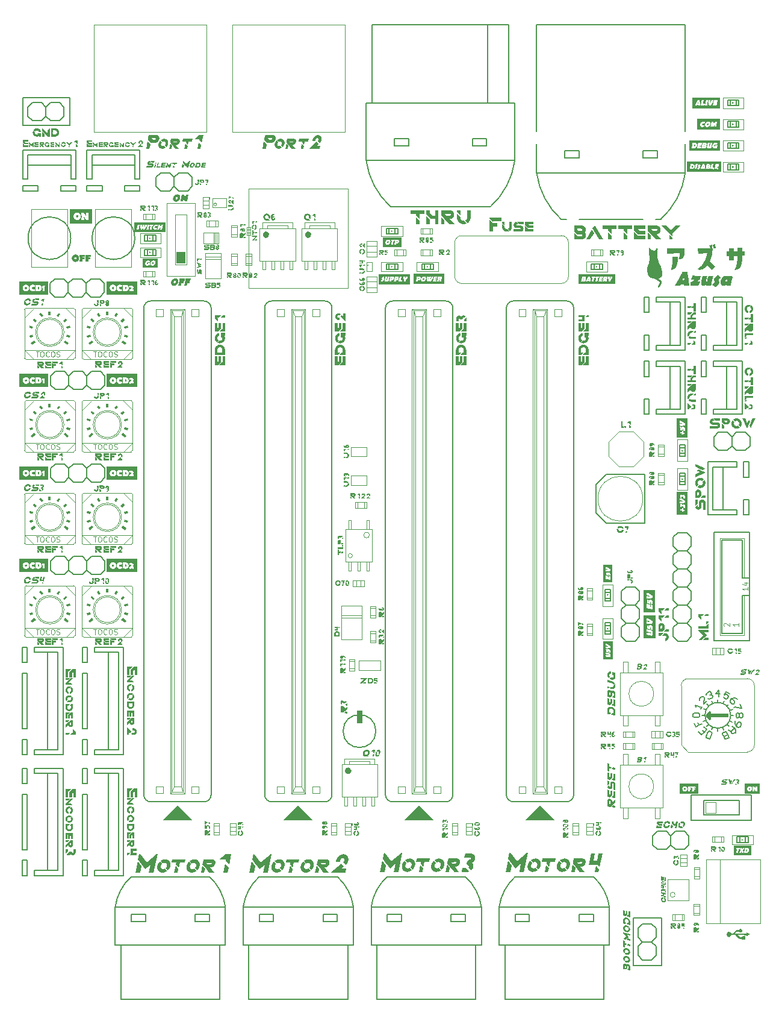
<source format=gbr>
%TF.GenerationSoftware,KiCad,Pcbnew,7.0.1*%
%TF.CreationDate,2023-04-09T21:26:54+09:00*%
%TF.ProjectId,(Eagle)PowerUnit-Bseries(ver2.0),28456167-6c65-4295-906f-776572556e69,rev?*%
%TF.SameCoordinates,Original*%
%TF.FileFunction,Legend,Top*%
%TF.FilePolarity,Positive*%
%FSLAX46Y46*%
G04 Gerber Fmt 4.6, Leading zero omitted, Abs format (unit mm)*
G04 Created by KiCad (PCBNEW 7.0.1) date 2023-04-09 21:26:54*
%MOMM*%
%LPD*%
G01*
G04 APERTURE LIST*
%ADD10C,0.200000*%
%ADD11C,0.100000*%
%ADD12C,0.140000*%
%ADD13C,0.125000*%
%ADD14C,0.175000*%
%ADD15C,0.225000*%
%ADD16C,0.160000*%
%ADD17C,0.250000*%
%ADD18C,0.036800*%
%ADD19C,0.500000*%
%ADD20C,0.400000*%
%ADD21C,0.329428*%
%ADD22C,0.540000*%
%ADD23C,0.375000*%
%ADD24C,0.093472*%
%ADD25C,0.180000*%
%ADD26C,0.073600*%
%ADD27C,0.051520*%
%ADD28C,0.064000*%
%ADD29C,0.007360*%
%ADD30C,0.129696*%
%ADD31C,0.114300*%
%ADD32C,0.058880*%
%ADD33C,0.022080*%
%ADD34C,0.014720*%
%ADD35C,0.130861*%
%ADD36C,0.108000*%
%ADD37C,0.080000*%
%ADD38C,0.090000*%
%ADD39C,0.187500*%
%ADD40C,0.044160*%
%ADD41C,0.050000*%
%ADD42C,0.152400*%
%ADD43C,0.127000*%
%ADD44C,0.070000*%
%ADD45C,0.030000*%
%ADD46C,0.050800*%
%ADD47C,0.254000*%
%ADD48C,0.010000*%
G04 APERTURE END LIST*
D10*
X97256600Y-46736000D02*
X103886000Y-46736000D01*
X103886000Y-50673000D01*
X97256600Y-50673000D01*
X97256600Y-46736000D01*
D11*
X178816000Y-119888000D02*
X180213000Y-119888000D01*
X180213000Y-122809000D01*
X178816000Y-122809000D01*
X178816000Y-119888000D01*
D10*
X183134000Y-162026600D02*
X187071000Y-162026600D01*
X187071000Y-168656000D01*
X183134000Y-168656000D01*
X183134000Y-162026600D01*
D11*
X113741200Y-65786000D02*
X116636800Y-65786000D01*
X116636800Y-67208400D01*
X113741200Y-67208400D01*
X113741200Y-65786000D01*
X196977000Y-150368000D02*
X199974200Y-150368000D01*
X199974200Y-151638000D01*
X196977000Y-151638000D01*
X196977000Y-150368000D01*
X195707000Y-46736000D02*
X198628000Y-46736000D01*
X198628000Y-48260000D01*
X195707000Y-48260000D01*
X195707000Y-46736000D01*
X189280800Y-94792800D02*
X190703200Y-94792800D01*
X190703200Y-97840800D01*
X189280800Y-97840800D01*
X189280800Y-94792800D01*
X152654000Y-69850000D02*
X155702000Y-69850000D01*
X155702000Y-71170800D01*
X152654000Y-71170800D01*
X152654000Y-69850000D01*
X113741200Y-67818000D02*
X116636800Y-67818000D01*
X116636800Y-69189600D01*
X113741200Y-69189600D01*
X113741200Y-67818000D01*
X195707000Y-55803800D02*
X198628000Y-55803800D01*
X198628000Y-57175400D01*
X195707000Y-57175400D01*
X195707000Y-55803800D01*
X147675600Y-64820800D02*
X150723600Y-64820800D01*
X150723600Y-66192400D01*
X147675600Y-66192400D01*
X147675600Y-64820800D01*
X195707000Y-49784000D02*
X198628000Y-49784000D01*
X198628000Y-51231800D01*
X195707000Y-51231800D01*
X195707000Y-49784000D01*
X195707000Y-52806600D02*
X198628000Y-52806600D01*
X198628000Y-54178200D01*
X195707000Y-54178200D01*
X195707000Y-52806600D01*
X147675600Y-69850000D02*
X150723600Y-69850000D01*
X150723600Y-71170800D01*
X147675600Y-71170800D01*
X147675600Y-69850000D01*
X189280800Y-98806000D02*
X190703200Y-98806000D01*
X190703200Y-101854000D01*
X189280800Y-101854000D01*
X189280800Y-98806000D01*
X176479200Y-69799200D02*
X179476400Y-69799200D01*
X179476400Y-71221600D01*
X176479200Y-71221600D01*
X176479200Y-69799200D01*
X178816000Y-115189000D02*
X180213000Y-115189000D01*
X180213000Y-118237000D01*
X178816000Y-118237000D01*
X178816000Y-115189000D01*
D12*
G36*
X117291221Y-65642484D02*
G01*
X112915997Y-65642484D01*
X112915997Y-65135526D01*
X113225997Y-65135526D01*
X113227760Y-65141329D01*
X113230028Y-65148261D01*
X113232336Y-65155224D01*
X113235163Y-65163698D01*
X113237337Y-65170188D01*
X113239742Y-65177349D01*
X113242378Y-65185183D01*
X113245245Y-65193688D01*
X113248343Y-65202865D01*
X113251672Y-65212713D01*
X113255233Y-65223234D01*
X113257160Y-65228900D01*
X113260845Y-65239734D01*
X113264305Y-65249904D01*
X113267538Y-65259410D01*
X113270546Y-65268252D01*
X113273329Y-65276431D01*
X113275885Y-65283946D01*
X113278216Y-65290796D01*
X113281289Y-65299828D01*
X113283854Y-65307366D01*
X113286484Y-65315093D01*
X113288914Y-65322226D01*
X113291478Y-65328477D01*
X113297462Y-65332484D01*
X113300436Y-65332292D01*
X113307208Y-65331116D01*
X113316537Y-65328390D01*
X113325889Y-65325512D01*
X113335263Y-65322481D01*
X113344661Y-65319298D01*
X113354081Y-65315963D01*
X113363524Y-65312475D01*
X113372989Y-65308835D01*
X113382477Y-65305043D01*
X113391988Y-65301099D01*
X113401522Y-65297002D01*
X113411078Y-65292753D01*
X113420657Y-65288352D01*
X113430259Y-65283799D01*
X113439883Y-65279093D01*
X113449530Y-65274235D01*
X113459200Y-65269225D01*
X113470557Y-65263107D01*
X113481503Y-65256977D01*
X113492040Y-65250834D01*
X113502167Y-65244680D01*
X113511883Y-65238514D01*
X113521190Y-65232336D01*
X113530086Y-65226145D01*
X113538573Y-65219943D01*
X113546649Y-65213729D01*
X113554315Y-65207502D01*
X113561572Y-65201264D01*
X113568418Y-65195013D01*
X113574854Y-65188751D01*
X113580880Y-65182476D01*
X113586496Y-65176190D01*
X113591702Y-65169891D01*
X113596389Y-65163915D01*
X113600878Y-65157825D01*
X113605168Y-65151621D01*
X113609258Y-65145304D01*
X113613150Y-65138873D01*
X113616842Y-65132329D01*
X113620336Y-65125671D01*
X113623630Y-65118900D01*
X113626726Y-65112015D01*
X113629622Y-65105016D01*
X113632320Y-65097904D01*
X113634818Y-65090679D01*
X113637118Y-65083340D01*
X113639218Y-65075887D01*
X113641119Y-65068321D01*
X113642822Y-65060642D01*
X113644483Y-65051104D01*
X113645555Y-65041341D01*
X113646037Y-65031353D01*
X113645931Y-65021140D01*
X113645533Y-65014205D01*
X113644873Y-65007171D01*
X113643952Y-65000036D01*
X113642768Y-64992801D01*
X113641323Y-64985466D01*
X113639616Y-64978031D01*
X113637647Y-64970496D01*
X113635417Y-64962860D01*
X113632924Y-64955124D01*
X113630170Y-64947289D01*
X113628754Y-64943386D01*
X113626084Y-64935825D01*
X113623629Y-64928588D01*
X113621389Y-64921676D01*
X113618432Y-64911916D01*
X113615960Y-64902886D01*
X113613971Y-64894587D01*
X113612465Y-64887018D01*
X113611211Y-64878062D01*
X113610817Y-64870405D01*
X113611534Y-64862658D01*
X113613069Y-64856944D01*
X113613764Y-64855270D01*
X113766600Y-64855270D01*
X113767500Y-64864363D01*
X113769214Y-64876283D01*
X113770376Y-64883303D01*
X113771741Y-64891029D01*
X113773310Y-64899462D01*
X113775082Y-64908602D01*
X113777057Y-64918448D01*
X113779236Y-64929001D01*
X113781618Y-64940260D01*
X113784203Y-64952226D01*
X113786992Y-64964898D01*
X113789984Y-64978277D01*
X113793180Y-64992363D01*
X113796579Y-65007155D01*
X113800181Y-65022654D01*
X113803986Y-65038860D01*
X113807995Y-65055772D01*
X113812208Y-65073390D01*
X113816623Y-65091715D01*
X113821242Y-65110747D01*
X113826065Y-65130486D01*
X113831091Y-65150930D01*
X113836320Y-65172082D01*
X113841752Y-65193940D01*
X113847388Y-65216505D01*
X113853227Y-65239776D01*
X113859270Y-65263754D01*
X113861161Y-65269217D01*
X113865124Y-65275090D01*
X113871921Y-65277774D01*
X113879216Y-65277733D01*
X113886601Y-65277632D01*
X113893554Y-65277503D01*
X113901233Y-65277332D01*
X113909639Y-65277119D01*
X113916887Y-65276919D01*
X113924174Y-65276678D01*
X113932623Y-65276423D01*
X113940336Y-65276217D01*
X113947315Y-65276062D01*
X113954720Y-65275942D01*
X113962023Y-65275893D01*
X113967995Y-65275935D01*
X113975014Y-65276061D01*
X113983078Y-65276272D01*
X113990597Y-65276511D01*
X113998843Y-65276809D01*
X114005962Y-65277090D01*
X114011376Y-65277303D01*
X114019811Y-65277613D01*
X114027511Y-65277864D01*
X114035782Y-65278089D01*
X114042994Y-65278229D01*
X114050072Y-65278286D01*
X114052180Y-65278059D01*
X114058663Y-65274653D01*
X114063684Y-65269417D01*
X114067682Y-65263754D01*
X114153851Y-65123559D01*
X114156122Y-65135004D01*
X114158318Y-65146087D01*
X114160439Y-65156808D01*
X114162485Y-65167167D01*
X114164456Y-65177164D01*
X114166353Y-65186799D01*
X114168175Y-65196072D01*
X114169922Y-65204983D01*
X114171594Y-65213532D01*
X114173192Y-65221719D01*
X114174715Y-65229545D01*
X114176163Y-65237008D01*
X114177536Y-65244109D01*
X114179455Y-65254082D01*
X114181206Y-65263241D01*
X114182748Y-65268904D01*
X114186261Y-65274992D01*
X114192661Y-65277774D01*
X114199755Y-65277716D01*
X114207008Y-65277576D01*
X114213879Y-65277395D01*
X114221501Y-65277155D01*
X114229874Y-65276857D01*
X114237113Y-65276577D01*
X114244353Y-65276296D01*
X114252726Y-65275998D01*
X114260348Y-65275759D01*
X114267218Y-65275577D01*
X114274471Y-65275437D01*
X114281566Y-65275380D01*
X114288095Y-65275465D01*
X114295053Y-65275642D01*
X114302201Y-65275862D01*
X114310577Y-65276149D01*
X114318161Y-65276427D01*
X114326531Y-65276748D01*
X114333324Y-65277092D01*
X114341327Y-65277410D01*
X114348788Y-65277603D01*
X114355706Y-65277671D01*
X114363292Y-65277587D01*
X114371154Y-65277261D01*
X114375462Y-65276823D01*
X114381925Y-65274354D01*
X114385561Y-65269101D01*
X114388667Y-65264616D01*
X114656510Y-65264616D01*
X114656857Y-65271736D01*
X114662035Y-65276665D01*
X114669326Y-65277774D01*
X114673089Y-65277774D01*
X114680129Y-65277774D01*
X114688129Y-65277774D01*
X114695220Y-65277774D01*
X114702926Y-65277774D01*
X114711246Y-65277774D01*
X114720180Y-65277774D01*
X114727284Y-65277774D01*
X114729691Y-65277774D01*
X114736682Y-65277774D01*
X114745471Y-65277774D01*
X114753651Y-65277774D01*
X114761222Y-65277774D01*
X114769829Y-65277774D01*
X114777484Y-65277774D01*
X114785414Y-65277774D01*
X114792363Y-65277778D01*
X114800281Y-65277790D01*
X114807312Y-65277806D01*
X114814963Y-65277828D01*
X114823233Y-65277854D01*
X114832124Y-65277886D01*
X114839198Y-65277914D01*
X114846621Y-65277944D01*
X114851628Y-65277986D01*
X114858836Y-65278043D01*
X114867887Y-65278110D01*
X114876297Y-65278166D01*
X114884065Y-65278211D01*
X114891192Y-65278246D01*
X114899200Y-65278274D01*
X114907487Y-65278286D01*
X114909958Y-65278159D01*
X114916850Y-65275888D01*
X114921672Y-65270779D01*
X114924242Y-65263754D01*
X114925811Y-65256147D01*
X114927439Y-65248073D01*
X114929128Y-65239531D01*
X114930878Y-65230522D01*
X114932687Y-65221045D01*
X114934556Y-65211101D01*
X114936486Y-65200689D01*
X114938475Y-65189809D01*
X114940525Y-65178463D01*
X114942634Y-65166648D01*
X114944804Y-65154367D01*
X114947034Y-65141617D01*
X114949324Y-65128400D01*
X114950492Y-65121617D01*
X114951674Y-65114716D01*
X114952872Y-65107699D01*
X114954085Y-65100564D01*
X114955312Y-65093313D01*
X114956555Y-65085945D01*
X114957798Y-65078566D01*
X114959026Y-65071303D01*
X114960238Y-65064157D01*
X114961436Y-65057126D01*
X114962618Y-65050212D01*
X114963786Y-65043414D01*
X114966076Y-65030166D01*
X114968306Y-65017384D01*
X114970476Y-65005066D01*
X114972586Y-64993213D01*
X114974635Y-64981824D01*
X114976625Y-64970901D01*
X114978554Y-64960443D01*
X114980423Y-64950449D01*
X114982233Y-64940920D01*
X114983982Y-64931856D01*
X114985671Y-64923257D01*
X114987300Y-64915122D01*
X114988868Y-64907452D01*
X114990208Y-64901083D01*
X114991663Y-64894328D01*
X114993232Y-64887187D01*
X114994917Y-64879659D01*
X114996716Y-64871746D01*
X114998630Y-64863446D01*
X115000659Y-64854761D01*
X115002803Y-64845690D01*
X115005061Y-64836232D01*
X115007435Y-64826389D01*
X115009923Y-64816159D01*
X115012526Y-64805544D01*
X115015245Y-64794542D01*
X115015823Y-64792219D01*
X115071960Y-64792219D01*
X115072538Y-64792987D01*
X115078628Y-64796322D01*
X115088830Y-64796322D01*
X115098706Y-64796322D01*
X115108256Y-64796322D01*
X115117481Y-64796322D01*
X115126379Y-64796322D01*
X115134952Y-64796322D01*
X115143198Y-64796322D01*
X115151119Y-64796322D01*
X115158714Y-64796322D01*
X115165983Y-64796322D01*
X115176275Y-64796322D01*
X115185834Y-64796322D01*
X115194660Y-64796322D01*
X115202752Y-64796322D01*
X115201800Y-64801510D01*
X115199958Y-64811534D01*
X115198198Y-64821090D01*
X115196519Y-64830177D01*
X115194922Y-64838795D01*
X115193405Y-64846944D01*
X115191971Y-64854624D01*
X115190618Y-64861836D01*
X115188741Y-64871774D01*
X115187048Y-64880657D01*
X115185537Y-64888486D01*
X115183809Y-64897282D01*
X115182406Y-64904204D01*
X115181609Y-64908003D01*
X115179913Y-64915953D01*
X115178080Y-64924373D01*
X115176112Y-64933264D01*
X115174007Y-64942624D01*
X115171765Y-64952455D01*
X115169388Y-64962756D01*
X115166874Y-64973527D01*
X115164224Y-64984768D01*
X115161438Y-64996480D01*
X115158515Y-65008661D01*
X115155456Y-65021313D01*
X115152261Y-65034435D01*
X115150613Y-65041172D01*
X115148930Y-65048027D01*
X115147213Y-65055000D01*
X115145463Y-65062090D01*
X115143678Y-65069297D01*
X115141859Y-65076622D01*
X115140006Y-65084064D01*
X115138163Y-65091507D01*
X115136355Y-65098831D01*
X115134580Y-65106036D01*
X115132839Y-65113124D01*
X115131131Y-65120093D01*
X115129457Y-65126945D01*
X115126211Y-65140292D01*
X115123099Y-65153167D01*
X115120123Y-65165569D01*
X115117281Y-65177498D01*
X115114574Y-65188955D01*
X115112002Y-65199938D01*
X115109565Y-65210449D01*
X115107263Y-65220487D01*
X115105096Y-65230052D01*
X115103064Y-65239144D01*
X115101166Y-65247763D01*
X115099404Y-65255909D01*
X115097776Y-65263583D01*
X115097613Y-65264456D01*
X115097960Y-65271662D01*
X115103137Y-65276651D01*
X115110428Y-65277774D01*
X115114219Y-65277774D01*
X115121285Y-65277774D01*
X115129286Y-65277774D01*
X115136359Y-65277774D01*
X115144032Y-65277774D01*
X115152302Y-65277774D01*
X115161171Y-65277774D01*
X115168216Y-65277774D01*
X115170612Y-65277774D01*
X115177574Y-65277774D01*
X115186328Y-65277774D01*
X115194479Y-65277774D01*
X115202025Y-65277774D01*
X115210610Y-65277774D01*
X115218251Y-65277774D01*
X115226175Y-65277774D01*
X115232972Y-65277778D01*
X115240754Y-65277790D01*
X115247689Y-65277806D01*
X115255254Y-65277828D01*
X115263450Y-65277854D01*
X115272277Y-65277886D01*
X115279310Y-65277914D01*
X115286698Y-65277944D01*
X115291662Y-65277986D01*
X115298806Y-65278043D01*
X115307772Y-65278110D01*
X115316096Y-65278166D01*
X115323779Y-65278211D01*
X115330820Y-65278246D01*
X115338721Y-65278274D01*
X115346880Y-65278286D01*
X115349412Y-65278159D01*
X115356465Y-65275888D01*
X115361380Y-65270779D01*
X115363977Y-65263754D01*
X115365545Y-65256125D01*
X115367172Y-65248027D01*
X115368857Y-65239461D01*
X115370602Y-65230425D01*
X115372405Y-65220921D01*
X115374267Y-65210948D01*
X115376188Y-65200506D01*
X115378167Y-65189596D01*
X115380205Y-65178216D01*
X115382302Y-65166368D01*
X115384458Y-65154051D01*
X115386673Y-65141265D01*
X115388946Y-65128010D01*
X115390105Y-65121207D01*
X115391278Y-65114286D01*
X115392466Y-65107248D01*
X115393669Y-65100094D01*
X115394887Y-65092822D01*
X115396119Y-65085432D01*
X115397351Y-65078032D01*
X115398569Y-65070748D01*
X115399773Y-65063581D01*
X115400962Y-65056530D01*
X115402137Y-65049596D01*
X115403298Y-65042779D01*
X115405576Y-65029493D01*
X115407084Y-65020785D01*
X115583426Y-65020785D01*
X115583536Y-65029341D01*
X115583863Y-65037809D01*
X115584408Y-65046187D01*
X115585170Y-65054476D01*
X115586149Y-65062675D01*
X115587345Y-65070786D01*
X115588759Y-65078807D01*
X115590391Y-65086739D01*
X115592240Y-65094582D01*
X115594306Y-65102336D01*
X115596589Y-65110001D01*
X115599090Y-65117577D01*
X115601809Y-65125063D01*
X115604744Y-65132461D01*
X115607897Y-65139769D01*
X115611268Y-65146988D01*
X115614856Y-65154117D01*
X115618661Y-65161158D01*
X115622684Y-65168110D01*
X115626924Y-65174972D01*
X115631381Y-65181745D01*
X115636056Y-65188429D01*
X115640948Y-65195024D01*
X115646013Y-65201461D01*
X115651205Y-65207695D01*
X115656525Y-65213723D01*
X115661972Y-65219548D01*
X115667547Y-65225168D01*
X115673249Y-65230583D01*
X115679079Y-65235794D01*
X115685037Y-65240801D01*
X115691122Y-65245604D01*
X115697335Y-65250202D01*
X115703675Y-65254596D01*
X115710143Y-65258785D01*
X115716738Y-65262770D01*
X115723461Y-65266551D01*
X115730312Y-65270127D01*
X115737290Y-65273499D01*
X115744395Y-65276667D01*
X115751628Y-65279630D01*
X115758989Y-65282389D01*
X115766477Y-65284944D01*
X115774093Y-65287294D01*
X115781837Y-65289440D01*
X115789708Y-65291381D01*
X115797706Y-65293118D01*
X115805832Y-65294651D01*
X115814086Y-65295979D01*
X115822467Y-65297103D01*
X115830976Y-65298023D01*
X115839612Y-65298738D01*
X115848376Y-65299249D01*
X115857267Y-65299555D01*
X115866286Y-65299658D01*
X115874538Y-65299562D01*
X115882796Y-65299276D01*
X115891058Y-65298798D01*
X115899326Y-65298130D01*
X115907600Y-65297270D01*
X115915878Y-65296220D01*
X115924162Y-65294978D01*
X115932452Y-65293545D01*
X115940747Y-65291922D01*
X115949047Y-65290107D01*
X115957352Y-65288102D01*
X115965663Y-65285905D01*
X115973979Y-65283518D01*
X115982300Y-65280939D01*
X115990627Y-65278170D01*
X115998959Y-65275209D01*
X116008086Y-65271796D01*
X116017002Y-65268223D01*
X116025418Y-65264616D01*
X116178143Y-65264616D01*
X116178490Y-65271736D01*
X116183668Y-65276665D01*
X116190958Y-65277774D01*
X116198474Y-65277774D01*
X116205738Y-65277774D01*
X116213911Y-65277774D01*
X116221105Y-65277774D01*
X116228882Y-65277774D01*
X116237241Y-65277774D01*
X116246182Y-65277774D01*
X116255120Y-65277774D01*
X116263471Y-65277774D01*
X116271234Y-65277774D01*
X116278410Y-65277774D01*
X116286552Y-65277774D01*
X116293777Y-65277774D01*
X116301234Y-65277774D01*
X116308080Y-65277774D01*
X116315903Y-65277774D01*
X116322865Y-65277774D01*
X116330452Y-65277774D01*
X116338664Y-65277774D01*
X116347501Y-65277774D01*
X116354539Y-65277774D01*
X116361928Y-65277774D01*
X116369349Y-65277774D01*
X116376414Y-65277774D01*
X116385283Y-65277774D01*
X116393522Y-65277774D01*
X116401130Y-65277774D01*
X116408108Y-65277774D01*
X116415943Y-65277774D01*
X116422794Y-65277774D01*
X116429387Y-65276652D01*
X116435195Y-65272707D01*
X116438927Y-65266817D01*
X116441088Y-65259822D01*
X116441937Y-65255631D01*
X116443271Y-65248856D01*
X116444678Y-65241496D01*
X116446157Y-65233549D01*
X116447707Y-65225017D01*
X116449330Y-65215898D01*
X116451025Y-65206193D01*
X116452195Y-65199398D01*
X116453397Y-65192342D01*
X116454632Y-65185026D01*
X116455898Y-65177449D01*
X116457196Y-65169612D01*
X116458527Y-65161514D01*
X116459858Y-65153416D01*
X116461158Y-65145579D01*
X116462427Y-65138002D01*
X116463666Y-65130686D01*
X116464874Y-65123630D01*
X116466629Y-65113535D01*
X116468315Y-65104025D01*
X116469931Y-65095102D01*
X116471478Y-65086765D01*
X116472956Y-65079013D01*
X116474365Y-65071848D01*
X116476136Y-65063206D01*
X116477561Y-65057582D01*
X116480658Y-65050302D01*
X116485341Y-65044642D01*
X116492037Y-65041493D01*
X116496002Y-65040699D01*
X116503705Y-65039548D01*
X116510854Y-65038784D01*
X116518879Y-65038159D01*
X116527780Y-65037673D01*
X116535031Y-65037399D01*
X116542775Y-65037204D01*
X116551011Y-65037087D01*
X116559741Y-65037048D01*
X116562681Y-65037052D01*
X116571145Y-65037117D01*
X116579071Y-65037260D01*
X116586458Y-65037482D01*
X116593308Y-65037781D01*
X116601604Y-65038302D01*
X116608944Y-65038962D01*
X116616773Y-65039982D01*
X116624196Y-65041493D01*
X116626659Y-65042356D01*
X116631292Y-65048118D01*
X116632052Y-65055564D01*
X116631035Y-65063206D01*
X116630137Y-65067397D01*
X116628627Y-65074171D01*
X116626921Y-65081532D01*
X116625020Y-65089479D01*
X116622924Y-65098011D01*
X116620633Y-65107130D01*
X116618146Y-65116835D01*
X116616379Y-65123630D01*
X116614526Y-65130686D01*
X116612586Y-65138002D01*
X116610559Y-65145579D01*
X116608445Y-65153416D01*
X116606245Y-65161514D01*
X116605134Y-65165595D01*
X116602978Y-65173563D01*
X116600910Y-65181270D01*
X116598931Y-65188716D01*
X116597039Y-65195902D01*
X116595236Y-65202828D01*
X116593521Y-65209493D01*
X116591114Y-65219003D01*
X116588905Y-65227926D01*
X116586894Y-65236263D01*
X116585082Y-65244014D01*
X116583468Y-65251180D01*
X116581625Y-65259822D01*
X116581080Y-65263030D01*
X116581376Y-65270761D01*
X116585669Y-65276353D01*
X116592396Y-65277774D01*
X116597664Y-65277774D01*
X116605121Y-65277774D01*
X116613546Y-65277774D01*
X116620983Y-65277774D01*
X116629040Y-65277774D01*
X116637716Y-65277774D01*
X116644631Y-65277774D01*
X116651894Y-65277774D01*
X116656797Y-65277774D01*
X116663866Y-65277774D01*
X116672760Y-65277774D01*
X116681044Y-65277774D01*
X116688719Y-65277774D01*
X116695784Y-65277774D01*
X116703760Y-65277774D01*
X116712075Y-65277774D01*
X116715840Y-65277775D01*
X116722889Y-65277784D01*
X116730906Y-65277802D01*
X116738018Y-65277822D01*
X116745749Y-65277847D01*
X116754100Y-65277878D01*
X116763070Y-65277914D01*
X116770205Y-65277944D01*
X116775002Y-65277986D01*
X116781915Y-65278043D01*
X116790603Y-65278110D01*
X116798689Y-65278166D01*
X116806170Y-65278211D01*
X116813047Y-65278246D01*
X116820795Y-65278274D01*
X116828848Y-65278286D01*
X116831349Y-65278159D01*
X116838322Y-65275888D01*
X116843190Y-65270779D01*
X116845774Y-65263754D01*
X116847165Y-65256965D01*
X116848605Y-65249764D01*
X116850093Y-65242150D01*
X116851629Y-65234123D01*
X116853213Y-65225683D01*
X116854846Y-65216831D01*
X116856526Y-65207566D01*
X116858254Y-65197888D01*
X116860031Y-65187797D01*
X116861855Y-65177294D01*
X116863728Y-65166378D01*
X116865649Y-65155049D01*
X116867618Y-65143308D01*
X116869635Y-65131153D01*
X116871700Y-65118586D01*
X116873813Y-65105607D01*
X116875946Y-65092606D01*
X116878031Y-65080020D01*
X116880066Y-65067848D01*
X116882051Y-65056090D01*
X116883987Y-65044745D01*
X116885874Y-65033815D01*
X116887711Y-65023299D01*
X116889499Y-65013197D01*
X116891238Y-65003510D01*
X116892927Y-64994236D01*
X116894566Y-64985376D01*
X116896156Y-64976930D01*
X116897697Y-64968899D01*
X116899188Y-64961281D01*
X116900630Y-64954078D01*
X116902023Y-64947289D01*
X116902765Y-64943729D01*
X116904344Y-64936284D01*
X116906048Y-64928403D01*
X116907878Y-64920087D01*
X116909834Y-64911336D01*
X116911915Y-64902149D01*
X116914121Y-64892526D01*
X116916453Y-64882469D01*
X116918911Y-64871975D01*
X116921494Y-64861046D01*
X116924203Y-64849682D01*
X116927037Y-64837883D01*
X116929997Y-64825648D01*
X116933083Y-64812977D01*
X116936294Y-64799871D01*
X116937946Y-64793155D01*
X116939630Y-64786330D01*
X116941346Y-64779396D01*
X116943072Y-64772462D01*
X116944766Y-64765637D01*
X116948059Y-64752313D01*
X116951225Y-64739425D01*
X116954265Y-64726972D01*
X116957177Y-64714955D01*
X116959963Y-64703373D01*
X116962622Y-64692227D01*
X116965153Y-64681516D01*
X116967558Y-64671240D01*
X116969836Y-64661400D01*
X116971987Y-64651995D01*
X116974012Y-64643026D01*
X116975909Y-64634492D01*
X116977680Y-64626394D01*
X116979323Y-64618731D01*
X116980840Y-64611503D01*
X116981221Y-64607552D01*
X116977649Y-64601251D01*
X116970924Y-64599877D01*
X116965819Y-64599875D01*
X116958543Y-64599864D01*
X116950274Y-64599845D01*
X116942944Y-64599823D01*
X116934978Y-64599797D01*
X116926376Y-64599765D01*
X116919507Y-64599737D01*
X116912281Y-64599707D01*
X116907422Y-64599665D01*
X116900423Y-64599608D01*
X116891634Y-64599541D01*
X116883465Y-64599485D01*
X116875916Y-64599440D01*
X116868986Y-64599405D01*
X116861196Y-64599377D01*
X116853125Y-64599365D01*
X116846275Y-64599365D01*
X116838439Y-64599365D01*
X116831461Y-64599365D01*
X116823853Y-64599365D01*
X116815615Y-64599365D01*
X116806746Y-64599365D01*
X116799680Y-64599365D01*
X116792260Y-64599365D01*
X116787297Y-64599365D01*
X116780156Y-64599365D01*
X116771200Y-64599365D01*
X116762891Y-64599365D01*
X116755228Y-64599365D01*
X116748211Y-64599365D01*
X116740350Y-64599365D01*
X116732249Y-64599365D01*
X116726843Y-64601876D01*
X116723370Y-64607924D01*
X116721478Y-64614581D01*
X116721091Y-64616502D01*
X116719497Y-64624776D01*
X116718251Y-64631603D01*
X116716964Y-64638962D01*
X116715635Y-64646852D01*
X116714263Y-64655275D01*
X116712850Y-64664229D01*
X116711394Y-64673715D01*
X116709896Y-64683734D01*
X116708875Y-64690708D01*
X116707834Y-64697919D01*
X116706775Y-64705366D01*
X116705715Y-64712792D01*
X116704673Y-64719981D01*
X116703647Y-64726934D01*
X116702142Y-64736920D01*
X116700676Y-64746375D01*
X116699249Y-64755297D01*
X116697861Y-64763687D01*
X116696512Y-64771546D01*
X116695202Y-64778872D01*
X116693517Y-64787814D01*
X116691901Y-64795809D01*
X116690944Y-64799541D01*
X116688166Y-64805803D01*
X116683070Y-64811376D01*
X116676171Y-64814445D01*
X116670989Y-64815326D01*
X116663038Y-64816263D01*
X116655499Y-64816880D01*
X116646913Y-64817380D01*
X116639787Y-64817677D01*
X116632071Y-64817909D01*
X116623766Y-64818074D01*
X116614873Y-64818173D01*
X116605390Y-64818206D01*
X116595235Y-64818173D01*
X116585735Y-64818074D01*
X116576890Y-64817909D01*
X116568701Y-64817677D01*
X116561166Y-64817380D01*
X116554287Y-64817016D01*
X116546134Y-64816428D01*
X116539146Y-64815723D01*
X116530847Y-64814445D01*
X116525455Y-64811207D01*
X116524521Y-64804358D01*
X116525408Y-64800148D01*
X116526939Y-64793356D01*
X116528710Y-64785989D01*
X116530721Y-64778048D01*
X116532973Y-64769534D01*
X116535466Y-64760445D01*
X116538199Y-64750783D01*
X116540154Y-64744022D01*
X116542216Y-64737006D01*
X116544385Y-64729735D01*
X116546662Y-64722209D01*
X116549044Y-64714428D01*
X116551534Y-64706392D01*
X116552793Y-64702342D01*
X116555230Y-64694433D01*
X116557562Y-64686779D01*
X116559789Y-64679381D01*
X116561910Y-64672238D01*
X116563926Y-64665349D01*
X116565836Y-64658716D01*
X116568503Y-64649245D01*
X116570933Y-64640348D01*
X116573125Y-64632025D01*
X116575080Y-64624275D01*
X116576798Y-64617100D01*
X116578718Y-64608426D01*
X116578998Y-64602975D01*
X116573247Y-64598852D01*
X116571902Y-64598852D01*
X116564570Y-64598864D01*
X116556228Y-64598892D01*
X116548827Y-64598927D01*
X116540779Y-64598972D01*
X116532085Y-64599028D01*
X116525140Y-64599077D01*
X116517832Y-64599132D01*
X116510159Y-64599194D01*
X116502487Y-64599224D01*
X116495179Y-64599252D01*
X116486000Y-64599284D01*
X116477467Y-64599310D01*
X116469581Y-64599332D01*
X116462342Y-64599348D01*
X116454202Y-64599360D01*
X116447072Y-64599365D01*
X116441804Y-64599365D01*
X116434347Y-64599365D01*
X116425922Y-64599365D01*
X116418485Y-64599365D01*
X116410428Y-64599365D01*
X116401751Y-64599365D01*
X116394837Y-64599365D01*
X116387574Y-64599365D01*
X116382693Y-64599365D01*
X116375663Y-64599365D01*
X116366831Y-64599365D01*
X116358619Y-64599365D01*
X116351027Y-64599365D01*
X116344055Y-64599365D01*
X116336211Y-64599365D01*
X116328076Y-64599365D01*
X116323573Y-64599872D01*
X116317511Y-64603505D01*
X116314570Y-64609965D01*
X116313836Y-64613525D01*
X116312325Y-64620975D01*
X116310757Y-64628867D01*
X116309132Y-64637199D01*
X116307449Y-64645972D01*
X116305708Y-64655185D01*
X116303910Y-64664840D01*
X116302055Y-64674935D01*
X116300142Y-64685471D01*
X116298172Y-64696448D01*
X116296145Y-64707865D01*
X116294060Y-64719724D01*
X116291917Y-64732023D01*
X116289717Y-64744763D01*
X116287460Y-64757944D01*
X116286310Y-64764699D01*
X116285145Y-64771565D01*
X116283966Y-64778541D01*
X116282798Y-64785507D01*
X116281643Y-64792362D01*
X116279377Y-64805744D01*
X116277166Y-64818686D01*
X116275012Y-64831189D01*
X116272913Y-64843253D01*
X116270871Y-64854877D01*
X116268885Y-64866061D01*
X116266955Y-64876806D01*
X116265081Y-64887112D01*
X116263263Y-64896978D01*
X116261501Y-64906405D01*
X116259795Y-64915392D01*
X116258146Y-64923940D01*
X116256552Y-64932048D01*
X116255015Y-64939717D01*
X116253533Y-64946947D01*
X116252104Y-64953757D01*
X116250552Y-64960979D01*
X116248877Y-64968615D01*
X116247079Y-64976663D01*
X116245159Y-64985124D01*
X116243115Y-64993998D01*
X116240948Y-65003285D01*
X116238659Y-65012984D01*
X116236247Y-65023096D01*
X116233712Y-65033620D01*
X116231054Y-65044558D01*
X116228273Y-65055908D01*
X116225369Y-65067671D01*
X116222342Y-65079846D01*
X116219193Y-65092435D01*
X116215920Y-65105436D01*
X116212648Y-65118436D01*
X116209498Y-65131022D01*
X116206471Y-65143195D01*
X116203568Y-65154953D01*
X116200787Y-65166297D01*
X116198129Y-65177227D01*
X116195593Y-65187743D01*
X116193181Y-65197845D01*
X116190892Y-65207533D01*
X116188725Y-65216807D01*
X116186682Y-65225666D01*
X116184761Y-65234112D01*
X116182963Y-65242144D01*
X116181288Y-65249761D01*
X116179736Y-65256965D01*
X116178307Y-65263754D01*
X116178143Y-65264616D01*
X116025418Y-65264616D01*
X116025707Y-65264492D01*
X116034200Y-65260602D01*
X116042483Y-65256553D01*
X116050555Y-65252344D01*
X116058415Y-65247977D01*
X116066065Y-65243451D01*
X116073503Y-65238766D01*
X116080731Y-65233922D01*
X116087747Y-65228919D01*
X116094553Y-65223758D01*
X116101147Y-65218437D01*
X116107530Y-65212957D01*
X116113703Y-65207319D01*
X116119664Y-65201521D01*
X116123601Y-65197368D01*
X116128159Y-65191960D01*
X116132385Y-65185704D01*
X116135051Y-65179124D01*
X116135241Y-65177252D01*
X116134383Y-65170404D01*
X116132326Y-65162696D01*
X116129984Y-65155613D01*
X116126956Y-65147416D01*
X116123244Y-65138104D01*
X116120388Y-65131277D01*
X116117228Y-65123954D01*
X116113763Y-65116135D01*
X116109993Y-65107821D01*
X116105920Y-65099012D01*
X116101541Y-65089707D01*
X116097130Y-65080680D01*
X116092958Y-65072236D01*
X116089025Y-65064374D01*
X116085331Y-65057094D01*
X116081876Y-65050397D01*
X116077142Y-65041443D01*
X116072946Y-65033799D01*
X116069288Y-65027466D01*
X116065248Y-65021060D01*
X116059654Y-65015164D01*
X116054086Y-65017394D01*
X116048540Y-65021489D01*
X116042323Y-65026024D01*
X116035897Y-65030265D01*
X116029260Y-65034214D01*
X116022414Y-65037871D01*
X116015358Y-65041235D01*
X116008093Y-65044306D01*
X116000617Y-65047085D01*
X115992932Y-65049571D01*
X115985038Y-65051765D01*
X115976933Y-65053667D01*
X115968619Y-65055275D01*
X115960096Y-65056592D01*
X115951362Y-65057616D01*
X115942419Y-65058347D01*
X115933266Y-65058786D01*
X115923903Y-65058932D01*
X115918344Y-65058792D01*
X115910316Y-65058055D01*
X115902660Y-65056688D01*
X115895377Y-65054689D01*
X115888467Y-65052060D01*
X115881930Y-65048799D01*
X115875765Y-65044907D01*
X115869972Y-65040384D01*
X115864553Y-65035230D01*
X115859506Y-65029445D01*
X115854831Y-65023028D01*
X115851994Y-65018488D01*
X115848236Y-65011483D01*
X115845075Y-65004243D01*
X115842513Y-64996769D01*
X115840549Y-64989060D01*
X115839184Y-64981117D01*
X115838416Y-64972939D01*
X115838246Y-64964527D01*
X115838674Y-64955881D01*
X115839700Y-64947000D01*
X115841325Y-64937885D01*
X115842718Y-64931826D01*
X115845223Y-64922934D01*
X115848228Y-64914281D01*
X115851731Y-64905864D01*
X115855733Y-64897685D01*
X115860234Y-64889744D01*
X115865234Y-64882039D01*
X115870733Y-64874573D01*
X115876730Y-64867343D01*
X115883227Y-64860351D01*
X115890222Y-64853597D01*
X115895078Y-64849311D01*
X115902456Y-64843401D01*
X115909948Y-64838113D01*
X115917554Y-64833448D01*
X115925275Y-64829404D01*
X115933110Y-64825982D01*
X115941059Y-64823183D01*
X115949122Y-64821006D01*
X115957300Y-64819450D01*
X115965592Y-64818517D01*
X115973998Y-64818206D01*
X115982864Y-64818425D01*
X115991511Y-64819082D01*
X115999940Y-64820178D01*
X116008149Y-64821711D01*
X116016139Y-64823683D01*
X116023910Y-64826092D01*
X116031462Y-64828940D01*
X116038795Y-64832226D01*
X116039981Y-64832810D01*
X116047073Y-64836641D01*
X116052956Y-64840256D01*
X116058814Y-64844255D01*
X116064647Y-64848637D01*
X116070455Y-64853404D01*
X116076238Y-64858555D01*
X116077176Y-64859439D01*
X116082281Y-64864151D01*
X116087685Y-64868863D01*
X116093848Y-64872917D01*
X116095020Y-64872867D01*
X116101880Y-64870928D01*
X116108209Y-64867275D01*
X116108910Y-64866754D01*
X116113905Y-64862003D01*
X116119686Y-64855624D01*
X116125063Y-64849335D01*
X116131333Y-64841757D01*
X116136008Y-64835989D01*
X116141081Y-64829648D01*
X116146550Y-64822734D01*
X116152415Y-64815246D01*
X116158678Y-64807186D01*
X116165337Y-64798553D01*
X116172393Y-64789346D01*
X116179845Y-64779567D01*
X116187286Y-64769776D01*
X116194263Y-64760536D01*
X116200777Y-64751846D01*
X116206827Y-64743706D01*
X116212413Y-64736117D01*
X116217536Y-64729077D01*
X116222196Y-64722589D01*
X116226392Y-64716650D01*
X116231817Y-64708774D01*
X116236199Y-64702136D01*
X116240420Y-64695212D01*
X116243275Y-64688953D01*
X116243043Y-64682309D01*
X116240169Y-64675585D01*
X116235924Y-64669633D01*
X116231289Y-64663964D01*
X116226512Y-64658474D01*
X116221591Y-64653165D01*
X116216526Y-64648035D01*
X116211319Y-64643085D01*
X116205968Y-64638316D01*
X116200475Y-64633726D01*
X116194837Y-64629316D01*
X116189057Y-64625087D01*
X116183133Y-64621037D01*
X116177066Y-64617167D01*
X116170856Y-64613478D01*
X116164503Y-64609968D01*
X116158006Y-64606638D01*
X116151366Y-64603488D01*
X116144583Y-64600519D01*
X116137656Y-64597729D01*
X116130587Y-64595119D01*
X116123374Y-64592689D01*
X116116018Y-64590439D01*
X116108518Y-64588370D01*
X116100875Y-64586480D01*
X116093089Y-64584770D01*
X116085160Y-64583240D01*
X116077088Y-64581890D01*
X116068872Y-64580720D01*
X116060513Y-64579730D01*
X116052011Y-64578920D01*
X116043365Y-64578290D01*
X116034576Y-64577840D01*
X116025644Y-64577570D01*
X116016569Y-64577480D01*
X116007507Y-64577584D01*
X115998487Y-64577894D01*
X115989509Y-64578411D01*
X115980572Y-64579134D01*
X115971677Y-64580064D01*
X115962824Y-64581201D01*
X115954012Y-64582545D01*
X115945243Y-64584095D01*
X115936515Y-64585852D01*
X115927828Y-64587815D01*
X115919184Y-64589986D01*
X115910581Y-64592363D01*
X115902020Y-64594947D01*
X115893501Y-64597737D01*
X115885023Y-64600734D01*
X115876587Y-64603938D01*
X115868193Y-64607349D01*
X115859841Y-64610966D01*
X115851530Y-64614790D01*
X115843262Y-64618820D01*
X115835035Y-64623058D01*
X115826849Y-64627502D01*
X115818706Y-64632153D01*
X115810604Y-64637010D01*
X115802544Y-64642074D01*
X115794525Y-64647345D01*
X115786548Y-64652823D01*
X115778614Y-64658507D01*
X115770720Y-64664398D01*
X115762869Y-64670495D01*
X115755059Y-64676800D01*
X115747291Y-64683311D01*
X115739645Y-64689959D01*
X115732180Y-64696695D01*
X115724895Y-64703519D01*
X115717791Y-64710431D01*
X115710868Y-64717431D01*
X115704125Y-64724520D01*
X115697563Y-64731697D01*
X115691181Y-64738962D01*
X115684980Y-64746315D01*
X115678960Y-64753756D01*
X115673121Y-64761285D01*
X115667462Y-64768903D01*
X115661983Y-64776608D01*
X115656686Y-64784402D01*
X115651569Y-64792284D01*
X115646633Y-64800254D01*
X115641877Y-64808313D01*
X115637302Y-64816459D01*
X115632908Y-64824694D01*
X115628694Y-64833016D01*
X115624661Y-64841427D01*
X115620809Y-64849926D01*
X115617137Y-64858514D01*
X115613646Y-64867189D01*
X115610336Y-64875953D01*
X115607206Y-64884804D01*
X115604257Y-64893744D01*
X115601489Y-64902772D01*
X115598901Y-64911888D01*
X115596494Y-64921093D01*
X115594267Y-64930385D01*
X115592222Y-64939766D01*
X115590375Y-64949125D01*
X115588745Y-64958394D01*
X115587333Y-64967575D01*
X115586139Y-64976666D01*
X115585162Y-64985668D01*
X115584402Y-64994581D01*
X115583859Y-65003405D01*
X115583534Y-65012140D01*
X115583426Y-65020785D01*
X115407084Y-65020785D01*
X115407796Y-65016674D01*
X115409960Y-65004320D01*
X115412065Y-64992433D01*
X115414114Y-64981012D01*
X115416104Y-64970058D01*
X115418038Y-64959569D01*
X115419914Y-64949547D01*
X115421732Y-64939990D01*
X115423494Y-64930900D01*
X115425197Y-64922276D01*
X115426843Y-64914118D01*
X115428432Y-64906427D01*
X115429519Y-64901246D01*
X115431355Y-64892685D01*
X115433024Y-64885022D01*
X115434942Y-64876296D01*
X115437109Y-64866505D01*
X115438693Y-64859387D01*
X115440387Y-64851796D01*
X115442192Y-64843733D01*
X115444108Y-64835196D01*
X115446135Y-64826187D01*
X115448273Y-64816705D01*
X115450521Y-64806750D01*
X115452881Y-64796322D01*
X115460832Y-64796322D01*
X115468508Y-64796322D01*
X115475908Y-64796322D01*
X115483033Y-64796322D01*
X115489882Y-64796322D01*
X115502755Y-64796322D01*
X115514525Y-64796322D01*
X115525193Y-64796322D01*
X115534759Y-64796322D01*
X115543224Y-64796322D01*
X115553854Y-64796322D01*
X115562005Y-64796322D01*
X115570679Y-64796322D01*
X115573156Y-64796178D01*
X115579761Y-64793401D01*
X115583160Y-64787090D01*
X115583362Y-64786103D01*
X115584710Y-64778370D01*
X115585773Y-64770596D01*
X115586596Y-64763310D01*
X115587360Y-64755289D01*
X115587929Y-64748344D01*
X115588460Y-64740928D01*
X115588590Y-64739019D01*
X115589131Y-64731682D01*
X115589709Y-64724821D01*
X115590484Y-64716912D01*
X115591318Y-64709747D01*
X115592396Y-64702130D01*
X115593760Y-64694595D01*
X115594706Y-64690230D01*
X115596465Y-64682700D01*
X115598243Y-64675526D01*
X115600305Y-64667534D01*
X115602159Y-64660550D01*
X115604195Y-64653044D01*
X115606412Y-64645014D01*
X115607543Y-64640932D01*
X115609670Y-64633159D01*
X115611615Y-64625903D01*
X115613790Y-64617562D01*
X115615682Y-64610031D01*
X115617577Y-64602063D01*
X115619064Y-64595261D01*
X115619116Y-64593291D01*
X115613672Y-64589090D01*
X115606412Y-64588422D01*
X115599748Y-64588720D01*
X115592364Y-64589142D01*
X115584563Y-64589613D01*
X115577608Y-64590042D01*
X115569707Y-64590538D01*
X115560859Y-64591100D01*
X115551064Y-64591728D01*
X115544008Y-64592184D01*
X115536783Y-64592626D01*
X115529705Y-64593053D01*
X115515988Y-64593867D01*
X115502857Y-64594624D01*
X115490313Y-64595325D01*
X115478355Y-64595971D01*
X115466983Y-64596560D01*
X115456198Y-64597093D01*
X115445999Y-64597569D01*
X115436387Y-64597990D01*
X115427361Y-64598355D01*
X115418921Y-64598663D01*
X115411068Y-64598916D01*
X115403801Y-64599112D01*
X115394000Y-64599301D01*
X115385519Y-64599365D01*
X115376982Y-64599355D01*
X115368534Y-64599325D01*
X115360174Y-64599276D01*
X115351902Y-64599207D01*
X115343718Y-64599118D01*
X115335622Y-64599010D01*
X115327615Y-64598882D01*
X115319695Y-64598734D01*
X115311864Y-64598567D01*
X115304121Y-64598379D01*
X115296466Y-64598173D01*
X115288899Y-64597946D01*
X115281421Y-64597700D01*
X115274030Y-64597434D01*
X115266728Y-64597148D01*
X115259514Y-64596843D01*
X115252388Y-64596518D01*
X115245350Y-64596173D01*
X115238400Y-64595808D01*
X115231539Y-64595424D01*
X115218080Y-64594597D01*
X115204975Y-64593691D01*
X115192221Y-64592705D01*
X115179821Y-64591642D01*
X115167773Y-64590499D01*
X115156077Y-64589277D01*
X115155739Y-64589225D01*
X115148725Y-64588422D01*
X115147050Y-64588510D01*
X115141032Y-64592013D01*
X115139770Y-64595672D01*
X115137307Y-64602893D01*
X115134924Y-64609983D01*
X115132621Y-64616942D01*
X115130399Y-64623770D01*
X115128256Y-64630467D01*
X115125193Y-64640268D01*
X115122310Y-64649774D01*
X115119607Y-64658985D01*
X115117085Y-64667902D01*
X115114742Y-64676524D01*
X115112581Y-64684852D01*
X115110599Y-64692885D01*
X115109980Y-64694657D01*
X115107460Y-64701350D01*
X115104739Y-64708325D01*
X115102009Y-64715221D01*
X115098787Y-64723288D01*
X115096048Y-64730105D01*
X115093033Y-64737581D01*
X115089741Y-64745715D01*
X115087708Y-64750765D01*
X115084889Y-64757805D01*
X115082346Y-64764201D01*
X115079386Y-64771729D01*
X115076918Y-64778114D01*
X115074137Y-64785547D01*
X115071960Y-64792219D01*
X115015823Y-64792219D01*
X115018078Y-64783155D01*
X115021025Y-64771381D01*
X115024088Y-64759222D01*
X115025645Y-64753083D01*
X115028670Y-64741098D01*
X115031579Y-64729501D01*
X115034372Y-64718293D01*
X115037049Y-64707474D01*
X115039609Y-64697044D01*
X115042054Y-64687002D01*
X115044382Y-64677349D01*
X115046594Y-64668084D01*
X115048689Y-64659209D01*
X115050669Y-64650722D01*
X115052532Y-64642623D01*
X115054279Y-64634913D01*
X115055910Y-64627592D01*
X115057425Y-64620660D01*
X115059479Y-64610991D01*
X115059872Y-64607641D01*
X115056794Y-64600999D01*
X115049734Y-64599365D01*
X115044586Y-64599365D01*
X115037257Y-64599365D01*
X115028935Y-64599365D01*
X115021562Y-64599365D01*
X115013553Y-64599365D01*
X115004908Y-64599365D01*
X114998007Y-64599365D01*
X114990749Y-64599365D01*
X114985890Y-64599365D01*
X114978891Y-64599365D01*
X114970102Y-64599365D01*
X114961933Y-64599365D01*
X114954384Y-64599365D01*
X114947454Y-64599365D01*
X114939664Y-64599365D01*
X114931593Y-64599365D01*
X114930248Y-64599365D01*
X114922922Y-64599365D01*
X114914594Y-64599365D01*
X114907210Y-64599365D01*
X114899185Y-64599365D01*
X114890519Y-64599365D01*
X114883599Y-64599365D01*
X114876318Y-64599365D01*
X114868677Y-64599365D01*
X114861070Y-64599365D01*
X114853830Y-64599365D01*
X114844747Y-64599365D01*
X114836316Y-64599365D01*
X114828537Y-64599365D01*
X114821410Y-64599365D01*
X114813418Y-64599365D01*
X114806443Y-64599365D01*
X114801940Y-64599872D01*
X114795878Y-64603505D01*
X114792937Y-64609965D01*
X114792300Y-64613070D01*
X114790319Y-64622977D01*
X114788938Y-64630074D01*
X114787509Y-64637566D01*
X114786031Y-64645451D01*
X114784506Y-64653730D01*
X114782932Y-64662404D01*
X114781311Y-64671471D01*
X114779641Y-64680933D01*
X114777924Y-64690788D01*
X114776158Y-64701038D01*
X114774344Y-64711681D01*
X114772482Y-64722719D01*
X114770572Y-64734150D01*
X114768614Y-64745976D01*
X114766607Y-64758196D01*
X114765609Y-64764356D01*
X114763644Y-64776386D01*
X114761723Y-64788031D01*
X114759846Y-64799290D01*
X114758014Y-64810162D01*
X114756225Y-64820649D01*
X114754481Y-64830750D01*
X114752780Y-64840464D01*
X114751124Y-64849793D01*
X114749512Y-64858735D01*
X114747944Y-64867292D01*
X114746420Y-64875462D01*
X114744940Y-64883247D01*
X114743504Y-64890645D01*
X114742112Y-64897658D01*
X114740107Y-64907452D01*
X114739321Y-64911219D01*
X114737649Y-64919101D01*
X114735843Y-64927449D01*
X114733903Y-64936263D01*
X114731830Y-64945544D01*
X114729624Y-64955290D01*
X114727284Y-64965503D01*
X114724810Y-64976182D01*
X114722203Y-64987327D01*
X114719462Y-64998938D01*
X114716587Y-65011016D01*
X114713579Y-65023559D01*
X114710438Y-65036569D01*
X114708817Y-65043249D01*
X114707163Y-65050045D01*
X114705475Y-65056958D01*
X114703754Y-65063987D01*
X114701999Y-65071133D01*
X114700212Y-65078395D01*
X114698390Y-65085774D01*
X114696569Y-65093153D01*
X114694781Y-65100414D01*
X114693027Y-65107558D01*
X114691306Y-65114585D01*
X114689618Y-65121495D01*
X114687964Y-65128288D01*
X114684756Y-65141521D01*
X114681681Y-65154286D01*
X114678740Y-65166582D01*
X114675932Y-65178409D01*
X114673258Y-65189767D01*
X114670717Y-65200656D01*
X114668310Y-65211077D01*
X114666037Y-65221028D01*
X114663897Y-65230511D01*
X114661891Y-65239525D01*
X114660018Y-65248070D01*
X114658279Y-65256146D01*
X114656674Y-65263754D01*
X114656510Y-65264616D01*
X114388667Y-65264616D01*
X114389619Y-65263241D01*
X114394290Y-65256220D01*
X114398944Y-65249220D01*
X114403581Y-65242241D01*
X114408201Y-65235282D01*
X114412803Y-65228344D01*
X114417388Y-65221427D01*
X114421955Y-65214530D01*
X114426505Y-65207654D01*
X114431038Y-65200799D01*
X114435553Y-65193965D01*
X114440051Y-65187151D01*
X114444532Y-65180358D01*
X114448995Y-65173586D01*
X114453441Y-65166834D01*
X114457870Y-65160103D01*
X114462281Y-65153393D01*
X114466675Y-65146703D01*
X114471051Y-65140034D01*
X114475410Y-65133386D01*
X114479752Y-65126759D01*
X114484076Y-65120152D01*
X114488383Y-65113566D01*
X114492673Y-65107001D01*
X114496945Y-65100456D01*
X114501200Y-65093932D01*
X114505437Y-65087429D01*
X114509658Y-65080947D01*
X114513860Y-65074485D01*
X114518046Y-65068044D01*
X114522214Y-65061623D01*
X114526365Y-65055224D01*
X114530498Y-65048845D01*
X114531114Y-65047868D01*
X114534870Y-65042120D01*
X114538642Y-65036403D01*
X114543554Y-65028984D01*
X114547460Y-65023094D01*
X114551874Y-65016448D01*
X114556793Y-65009045D01*
X114562219Y-65000887D01*
X114568151Y-64991972D01*
X114574589Y-64982302D01*
X114581533Y-64971875D01*
X114588983Y-64960693D01*
X114592899Y-64954818D01*
X114596940Y-64948754D01*
X114601109Y-64942501D01*
X114605001Y-64936704D01*
X114612417Y-64925654D01*
X114619341Y-64915329D01*
X114625774Y-64905729D01*
X114631715Y-64896855D01*
X114637164Y-64888706D01*
X114642123Y-64881282D01*
X114646589Y-64874583D01*
X114650564Y-64868610D01*
X114655605Y-64861010D01*
X114660606Y-64853415D01*
X114664709Y-64846929D01*
X114665714Y-64842014D01*
X114667305Y-64834080D01*
X114668994Y-64825472D01*
X114670783Y-64816192D01*
X114672671Y-64806238D01*
X114673984Y-64799228D01*
X114675342Y-64791920D01*
X114676744Y-64784311D01*
X114678190Y-64776404D01*
X114679680Y-64768197D01*
X114681214Y-64759692D01*
X114682792Y-64750887D01*
X114684414Y-64741783D01*
X114686081Y-64732379D01*
X114687768Y-64722955D01*
X114689412Y-64713832D01*
X114691011Y-64705009D01*
X114692567Y-64696486D01*
X114694078Y-64688264D01*
X114695545Y-64680343D01*
X114696969Y-64672722D01*
X114698348Y-64665402D01*
X114699683Y-64658382D01*
X114700974Y-64651663D01*
X114702827Y-64642147D01*
X114704582Y-64633308D01*
X114706238Y-64625145D01*
X114707794Y-64617658D01*
X114708681Y-64609879D01*
X114706934Y-64602812D01*
X114700442Y-64599877D01*
X114695214Y-64599875D01*
X114687800Y-64599864D01*
X114679409Y-64599845D01*
X114671994Y-64599823D01*
X114663953Y-64599797D01*
X114655287Y-64599765D01*
X114648377Y-64599737D01*
X114641115Y-64599707D01*
X114636233Y-64599665D01*
X114629196Y-64599608D01*
X114620346Y-64599541D01*
X114612104Y-64599485D01*
X114604472Y-64599440D01*
X114597449Y-64599405D01*
X114589527Y-64599377D01*
X114581276Y-64599365D01*
X114577554Y-64599365D01*
X114570622Y-64599365D01*
X114562781Y-64599365D01*
X114555853Y-64599365D01*
X114548342Y-64599365D01*
X114540249Y-64599365D01*
X114531574Y-64599365D01*
X114524685Y-64599365D01*
X114515575Y-64599365D01*
X114507054Y-64599365D01*
X114499120Y-64599365D01*
X114491773Y-64599365D01*
X114483417Y-64599365D01*
X114475979Y-64599365D01*
X114468265Y-64599365D01*
X114467346Y-64599404D01*
X114461260Y-64602921D01*
X114458690Y-64609452D01*
X114458162Y-64612002D01*
X114456513Y-64620129D01*
X114454772Y-64628969D01*
X114452937Y-64638520D01*
X114451662Y-64645283D01*
X114450346Y-64652363D01*
X114448988Y-64659760D01*
X114447589Y-64667473D01*
X114446148Y-64675502D01*
X114444666Y-64683848D01*
X114443143Y-64692511D01*
X114441578Y-64701490D01*
X114439972Y-64710786D01*
X114438324Y-64720399D01*
X114436635Y-64730328D01*
X114434946Y-64740235D01*
X114433299Y-64749826D01*
X114431693Y-64759101D01*
X114430128Y-64768059D01*
X114428604Y-64776700D01*
X114427122Y-64785025D01*
X114425682Y-64793033D01*
X114424283Y-64800724D01*
X114422925Y-64808100D01*
X114421609Y-64815158D01*
X114419712Y-64825152D01*
X114417908Y-64834434D01*
X114416198Y-64843004D01*
X114414580Y-64850861D01*
X114413043Y-64856447D01*
X114410353Y-64863694D01*
X114407371Y-64870688D01*
X114403653Y-64878745D01*
X114400380Y-64885485D01*
X114396693Y-64892824D01*
X114392590Y-64900760D01*
X114388073Y-64909295D01*
X114384831Y-64915317D01*
X114381361Y-64921632D01*
X114376447Y-64930340D01*
X114371880Y-64938131D01*
X114367663Y-64945006D01*
X114363794Y-64950964D01*
X114359178Y-64957482D01*
X114354279Y-64963338D01*
X114347902Y-64967463D01*
X114344812Y-64963726D01*
X114343115Y-64956863D01*
X114341392Y-64949129D01*
X114340066Y-64941252D01*
X114339078Y-64934012D01*
X114338153Y-64925939D01*
X114337293Y-64917033D01*
X114336690Y-64909806D01*
X114336123Y-64902110D01*
X114335592Y-64893946D01*
X114335101Y-64885249D01*
X114334719Y-64877112D01*
X114334444Y-64869534D01*
X114334246Y-64860299D01*
X114334241Y-64852057D01*
X114334428Y-64844810D01*
X114334932Y-64837148D01*
X114335934Y-64830003D01*
X114336934Y-64825329D01*
X114338580Y-64817779D01*
X114340401Y-64809583D01*
X114342395Y-64800741D01*
X114344564Y-64791252D01*
X114346107Y-64784568D01*
X114347727Y-64777596D01*
X114349425Y-64770337D01*
X114351200Y-64762791D01*
X114353052Y-64754958D01*
X114354983Y-64746838D01*
X114356990Y-64738430D01*
X114359075Y-64729735D01*
X114361238Y-64720753D01*
X114362328Y-64716216D01*
X114364451Y-64707359D01*
X114366494Y-64698792D01*
X114368459Y-64690514D01*
X114370345Y-64682527D01*
X114372152Y-64674829D01*
X114373881Y-64667421D01*
X114375530Y-64660304D01*
X114377101Y-64653475D01*
X114379310Y-64643777D01*
X114381341Y-64634730D01*
X114383195Y-64626336D01*
X114384871Y-64618594D01*
X114386370Y-64611503D01*
X114386772Y-64608154D01*
X114383819Y-64601512D01*
X114376967Y-64599877D01*
X114369656Y-64599871D01*
X114362581Y-64599857D01*
X114354613Y-64599835D01*
X114347595Y-64599811D01*
X114340005Y-64599781D01*
X114331844Y-64599747D01*
X114323111Y-64599707D01*
X114314416Y-64599626D01*
X114306281Y-64599557D01*
X114298708Y-64599498D01*
X114291696Y-64599450D01*
X114283719Y-64599405D01*
X114276619Y-64599377D01*
X114269256Y-64599365D01*
X114264033Y-64599365D01*
X114256641Y-64599365D01*
X114248289Y-64599365D01*
X114240915Y-64599365D01*
X114232928Y-64599365D01*
X114224326Y-64599365D01*
X114217471Y-64599365D01*
X114210271Y-64599365D01*
X114205433Y-64599365D01*
X114198463Y-64599365D01*
X114189707Y-64599365D01*
X114181566Y-64599365D01*
X114174039Y-64599365D01*
X114167127Y-64599365D01*
X114159351Y-64599365D01*
X114151286Y-64599365D01*
X114146212Y-64601904D01*
X114142888Y-64608020D01*
X114141028Y-64614752D01*
X114094866Y-64837184D01*
X114094667Y-64838101D01*
X114092752Y-64844889D01*
X114090210Y-64852227D01*
X114087557Y-64859196D01*
X114084354Y-64867144D01*
X114081591Y-64873746D01*
X114078518Y-64880898D01*
X114075136Y-64888600D01*
X114071443Y-64896852D01*
X114070277Y-64899539D01*
X114066889Y-64907274D01*
X114063665Y-64914518D01*
X114060608Y-64921272D01*
X114057715Y-64927537D01*
X114054115Y-64935128D01*
X114050809Y-64941848D01*
X114047090Y-64949023D01*
X114043233Y-64955837D01*
X114042831Y-64956552D01*
X114039191Y-64962456D01*
X114033830Y-64967463D01*
X114033263Y-64967412D01*
X114028100Y-64962371D01*
X114025185Y-64956005D01*
X114022829Y-64949080D01*
X114020451Y-64940524D01*
X114018654Y-64933039D01*
X114016845Y-64924636D01*
X114015023Y-64915317D01*
X114013370Y-64906297D01*
X114011936Y-64897892D01*
X114010721Y-64890104D01*
X114009726Y-64882932D01*
X114008740Y-64874327D01*
X114008144Y-64866818D01*
X114007948Y-64858971D01*
X114008697Y-64850861D01*
X114009232Y-64848311D01*
X114010971Y-64840184D01*
X114012911Y-64831345D01*
X114015052Y-64821793D01*
X114016591Y-64815030D01*
X114018220Y-64807950D01*
X114019939Y-64800554D01*
X114021747Y-64792840D01*
X114023644Y-64784811D01*
X114025631Y-64776465D01*
X114027707Y-64767802D01*
X114029873Y-64758823D01*
X114032128Y-64749527D01*
X114034473Y-64739915D01*
X114036908Y-64729986D01*
X114039342Y-64720036D01*
X114041687Y-64710404D01*
X114043942Y-64701090D01*
X114046108Y-64692094D01*
X114048184Y-64683416D01*
X114050171Y-64675056D01*
X114052068Y-64667014D01*
X114053876Y-64659290D01*
X114055595Y-64651883D01*
X114057224Y-64644795D01*
X114059499Y-64634758D01*
X114061573Y-64625436D01*
X114063446Y-64616830D01*
X114065118Y-64608939D01*
X114065414Y-64602792D01*
X114059818Y-64598852D01*
X114052635Y-64598864D01*
X114045667Y-64598892D01*
X114037805Y-64598937D01*
X114030873Y-64598985D01*
X114023369Y-64599044D01*
X114015293Y-64599113D01*
X114006646Y-64599194D01*
X113998033Y-64599234D01*
X113989976Y-64599268D01*
X113982475Y-64599298D01*
X113975529Y-64599322D01*
X113967629Y-64599344D01*
X113960596Y-64599359D01*
X113953303Y-64599365D01*
X113948035Y-64599365D01*
X113940579Y-64599365D01*
X113932154Y-64599365D01*
X113924716Y-64599365D01*
X113916660Y-64599365D01*
X113907983Y-64599365D01*
X113901069Y-64599365D01*
X113893806Y-64599365D01*
X113888925Y-64599365D01*
X113881895Y-64599365D01*
X113873063Y-64599365D01*
X113864851Y-64599365D01*
X113857259Y-64599365D01*
X113850286Y-64599365D01*
X113842443Y-64599365D01*
X113834308Y-64599365D01*
X113831113Y-64599803D01*
X113825289Y-64603853D01*
X113821757Y-64610322D01*
X113819776Y-64617316D01*
X113818206Y-64624805D01*
X113816448Y-64632972D01*
X113814500Y-64641819D01*
X113812362Y-64651345D01*
X113810832Y-64658073D01*
X113809218Y-64665103D01*
X113807520Y-64672434D01*
X113805737Y-64680068D01*
X113803871Y-64688003D01*
X113801920Y-64696240D01*
X113799885Y-64704780D01*
X113797766Y-64713621D01*
X113795563Y-64722763D01*
X113793275Y-64732208D01*
X113790988Y-64741632D01*
X113788785Y-64750756D01*
X113786666Y-64759579D01*
X113784631Y-64768101D01*
X113782680Y-64776323D01*
X113780813Y-64784245D01*
X113779031Y-64791865D01*
X113777332Y-64799186D01*
X113775718Y-64806206D01*
X113774188Y-64812925D01*
X113772051Y-64822440D01*
X113770103Y-64831279D01*
X113768344Y-64839442D01*
X113766775Y-64846929D01*
X113766600Y-64855270D01*
X113613764Y-64855270D01*
X113616200Y-64849400D01*
X113620570Y-64841942D01*
X113624661Y-64836404D01*
X113629450Y-64830914D01*
X113634936Y-64825472D01*
X113641119Y-64820079D01*
X113647999Y-64814733D01*
X113655576Y-64809436D01*
X113663851Y-64804187D01*
X113672104Y-64799190D01*
X113679551Y-64794650D01*
X113686193Y-64790566D01*
X113692029Y-64786940D01*
X113698558Y-64782815D01*
X113704705Y-64778802D01*
X113710355Y-64774438D01*
X113709842Y-64769993D01*
X113706582Y-64762041D01*
X113703407Y-64754237D01*
X113700315Y-64746579D01*
X113697308Y-64739068D01*
X113694385Y-64731705D01*
X113691545Y-64724488D01*
X113688791Y-64717418D01*
X113686120Y-64710495D01*
X113683533Y-64703719D01*
X113681031Y-64697090D01*
X113676278Y-64684273D01*
X113671863Y-64672043D01*
X113667783Y-64660401D01*
X113664041Y-64649347D01*
X113660635Y-64638880D01*
X113657565Y-64629001D01*
X113654832Y-64619710D01*
X113652436Y-64611007D01*
X113650376Y-64602891D01*
X113648653Y-64595363D01*
X113647267Y-64588422D01*
X113646305Y-64583635D01*
X113643164Y-64577480D01*
X113642000Y-64577875D01*
X113634916Y-64578941D01*
X113628118Y-64579874D01*
X113615746Y-64581782D01*
X113603549Y-64583959D01*
X113591527Y-64586404D01*
X113579680Y-64589117D01*
X113568008Y-64592099D01*
X113556511Y-64595349D01*
X113545189Y-64598868D01*
X113534042Y-64602656D01*
X113523070Y-64606712D01*
X113512273Y-64611036D01*
X113501651Y-64615629D01*
X113491203Y-64620490D01*
X113480931Y-64625620D01*
X113470834Y-64631018D01*
X113460912Y-64636685D01*
X113451164Y-64642620D01*
X113445297Y-64646380D01*
X113439579Y-64650201D01*
X113428588Y-64658026D01*
X113418192Y-64666096D01*
X113408390Y-64674410D01*
X113399182Y-64682968D01*
X113390569Y-64691771D01*
X113382550Y-64700819D01*
X113375125Y-64710110D01*
X113368295Y-64719647D01*
X113362060Y-64729427D01*
X113356418Y-64739452D01*
X113351371Y-64749722D01*
X113346919Y-64760236D01*
X113343061Y-64770994D01*
X113339797Y-64781997D01*
X113337127Y-64793245D01*
X113335871Y-64799736D01*
X113334325Y-64809293D01*
X113333184Y-64818634D01*
X113332450Y-64827758D01*
X113332120Y-64836666D01*
X113332197Y-64845357D01*
X113332679Y-64853832D01*
X113333568Y-64862091D01*
X113334861Y-64870133D01*
X113336561Y-64877959D01*
X113338666Y-64885568D01*
X113341418Y-64891652D01*
X113344697Y-64898777D01*
X113348234Y-64906436D01*
X113351419Y-64913323D01*
X113355062Y-64921190D01*
X113359161Y-64930037D01*
X113362148Y-64936479D01*
X113365337Y-64943356D01*
X113368564Y-64951162D01*
X113371150Y-64958936D01*
X113373095Y-64966678D01*
X113374399Y-64974387D01*
X113375061Y-64982065D01*
X113375083Y-64989710D01*
X113374463Y-64997324D01*
X113373202Y-65004905D01*
X113370934Y-65013408D01*
X113367720Y-65021821D01*
X113364689Y-65028070D01*
X113361127Y-65034269D01*
X113357032Y-65040416D01*
X113352405Y-65046513D01*
X113347246Y-65052558D01*
X113341556Y-65058552D01*
X113335333Y-65064495D01*
X113328579Y-65070387D01*
X113323924Y-65074102D01*
X113317199Y-65079144D01*
X113309881Y-65084288D01*
X113304003Y-65088213D01*
X113297791Y-65092194D01*
X113291246Y-65096233D01*
X113284367Y-65100329D01*
X113277155Y-65104481D01*
X113269609Y-65108691D01*
X113261730Y-65112958D01*
X113259573Y-65114140D01*
X113251616Y-65118558D01*
X113244733Y-65122485D01*
X113237640Y-65126703D01*
X113231342Y-65130750D01*
X113225997Y-65135526D01*
X112915997Y-65135526D01*
X112915997Y-64267480D01*
X117291221Y-64267480D01*
X117291221Y-65642484D01*
G37*
D13*
G36*
X180618600Y-146247125D02*
G01*
X180618600Y-146526734D01*
X180016004Y-146401584D01*
X180302061Y-146181179D01*
X180618600Y-146247125D01*
G37*
G36*
X179738529Y-145265308D02*
G01*
X179750895Y-145265861D01*
X179763370Y-145266860D01*
X179775924Y-145268311D01*
X179788532Y-145270220D01*
X179801168Y-145272596D01*
X179812226Y-145275034D01*
X179824461Y-145278182D01*
X179836632Y-145281682D01*
X179853870Y-145286388D01*
X179870947Y-145291817D01*
X179887841Y-145297954D01*
X179904528Y-145304785D01*
X179920985Y-145312299D01*
X179937188Y-145320481D01*
X179953115Y-145329319D01*
X179968743Y-145338798D01*
X179984047Y-145348905D01*
X179999005Y-145359628D01*
X180013595Y-145370953D01*
X180027791Y-145382867D01*
X180041572Y-145395356D01*
X180054915Y-145408406D01*
X180067795Y-145422006D01*
X180080191Y-145436141D01*
X180092062Y-145450775D01*
X180103271Y-145465753D01*
X180113805Y-145481049D01*
X180123655Y-145496637D01*
X180132809Y-145512488D01*
X180141257Y-145528578D01*
X180148988Y-145544879D01*
X180155991Y-145561364D01*
X180162256Y-145578007D01*
X180167772Y-145594782D01*
X180172527Y-145611662D01*
X180176512Y-145628619D01*
X180179716Y-145645629D01*
X180182127Y-145662663D01*
X180183736Y-145679695D01*
X180184531Y-145696699D01*
X180184531Y-145697285D01*
X180184531Y-145701095D01*
X180184531Y-145703923D01*
X180184531Y-145716043D01*
X180618600Y-145374005D01*
X180618600Y-145807194D01*
X180611858Y-145812470D01*
X180170463Y-146153922D01*
X180171342Y-146154215D01*
X179885578Y-146374326D01*
X179464112Y-146286692D01*
X179464112Y-146049288D01*
X179762186Y-146049288D01*
X179899060Y-145943775D01*
X179899060Y-145676769D01*
X179898664Y-145668891D01*
X179897008Y-145657132D01*
X179896386Y-145654084D01*
X179893198Y-145642770D01*
X179890226Y-145634948D01*
X179884569Y-145623536D01*
X179877577Y-145612476D01*
X179870337Y-145602910D01*
X179865941Y-145597927D01*
X179864768Y-145596755D01*
X179864475Y-145596462D01*
X179862131Y-145593824D01*
X179861544Y-145593238D01*
X179857148Y-145589721D01*
X179853631Y-145586204D01*
X179851461Y-145584555D01*
X179841907Y-145577411D01*
X179835800Y-145573738D01*
X179824525Y-145568035D01*
X179812955Y-145563567D01*
X179801168Y-145560412D01*
X179795013Y-145559532D01*
X179789444Y-145558653D01*
X179778013Y-145558360D01*
X179773892Y-145558639D01*
X179762186Y-145560412D01*
X179762186Y-146049288D01*
X179464112Y-146049288D01*
X179464112Y-145531982D01*
X179464119Y-145529923D01*
X179464443Y-145517646D01*
X179465234Y-145505521D01*
X179466470Y-145493569D01*
X179468126Y-145481815D01*
X179470560Y-145468381D01*
X179473249Y-145457062D01*
X179478085Y-145440515D01*
X179483873Y-145424513D01*
X179490600Y-145409087D01*
X179498253Y-145394268D01*
X179506819Y-145380085D01*
X179516284Y-145366569D01*
X179526637Y-145353750D01*
X179537863Y-145341659D01*
X179549950Y-145330327D01*
X179562884Y-145319783D01*
X179571253Y-145313585D01*
X179584264Y-145304951D01*
X179597799Y-145297128D01*
X179611828Y-145290128D01*
X179626323Y-145283964D01*
X179641254Y-145278650D01*
X179656593Y-145274197D01*
X179672311Y-145270619D01*
X179688379Y-145267930D01*
X179704767Y-145266142D01*
X179721447Y-145265268D01*
X179726296Y-145265193D01*
X179738529Y-145265308D01*
G37*
G36*
X180332835Y-144842924D02*
G01*
X180251942Y-144826218D01*
X179965885Y-145046329D01*
X180618600Y-145182030D01*
X180618600Y-144240035D01*
X180332835Y-144179951D01*
X180332835Y-144842924D01*
G37*
G36*
X180185410Y-144149469D02*
G01*
X179899646Y-144089972D01*
X179899646Y-144576504D01*
X179749877Y-144691395D01*
X179749877Y-144058904D01*
X179464112Y-143999407D01*
X179464112Y-144941989D01*
X179836632Y-145019365D01*
X180185410Y-144750893D01*
X180185410Y-144149469D01*
G37*
G36*
X179464112Y-143401500D02*
G01*
X179749877Y-143181388D01*
X179749877Y-142740579D01*
X179464112Y-142681081D01*
X179464112Y-143401500D01*
G37*
G36*
X180155515Y-142839351D02*
G01*
X180143205Y-142841109D01*
X180139102Y-142841696D01*
X180136757Y-142841989D01*
X180122396Y-142843747D01*
X180122396Y-142844040D01*
X180120930Y-142844333D01*
X180117120Y-142845213D01*
X180105509Y-142848133D01*
X180097776Y-142850488D01*
X180095431Y-142850488D01*
X180083663Y-142854331D01*
X180072013Y-142858636D01*
X180066708Y-142860746D01*
X180063484Y-142861919D01*
X180058209Y-142864264D01*
X180057623Y-142864557D01*
X180051761Y-142867488D01*
X180051175Y-142867781D01*
X180042968Y-142871884D01*
X180041209Y-142872470D01*
X180040037Y-142873349D01*
X180035934Y-142875694D01*
X180035054Y-142876280D01*
X180032124Y-142877453D01*
X180028313Y-142879797D01*
X180024796Y-142882142D01*
X180014938Y-142888803D01*
X180008383Y-142893573D01*
X180008090Y-142893866D01*
X180003694Y-142897090D01*
X180001056Y-142898848D01*
X179998418Y-142901193D01*
X179996660Y-142902659D01*
X179996073Y-142902952D01*
X179991384Y-142907055D01*
X179984643Y-142913210D01*
X179984350Y-142913503D01*
X179975562Y-142922013D01*
X179968230Y-142929916D01*
X179967057Y-142931381D01*
X179959730Y-142940174D01*
X179959144Y-142940467D01*
X179952696Y-142949553D01*
X179947713Y-142956001D01*
X179947713Y-142956294D01*
X179941101Y-142966191D01*
X179939214Y-142969190D01*
X179939214Y-142969776D01*
X179935110Y-142976224D01*
X179935110Y-142976518D01*
X179933059Y-142980621D01*
X179932766Y-142980621D01*
X179927406Y-142991484D01*
X179926904Y-142992638D01*
X179926318Y-142993517D01*
X179921921Y-143003775D01*
X179921042Y-143005534D01*
X179916681Y-143016735D01*
X179914887Y-143021947D01*
X179914594Y-143022826D01*
X179911956Y-143031326D01*
X179911663Y-143031912D01*
X179911077Y-143034257D01*
X179909611Y-143036601D01*
X179909611Y-143038653D01*
X179906974Y-143048911D01*
X179906680Y-143050084D01*
X179904922Y-143058583D01*
X179904043Y-143062393D01*
X179902284Y-143072652D01*
X179902284Y-143073531D01*
X179901405Y-143080272D01*
X179901112Y-143080858D01*
X179899939Y-143091409D01*
X179899939Y-143092289D01*
X179899646Y-143094340D01*
X179899646Y-143096978D01*
X179899353Y-143098737D01*
X179899060Y-143101668D01*
X179898767Y-143111633D01*
X179898474Y-143114271D01*
X179898474Y-143117495D01*
X179898474Y-143118960D01*
X179898474Y-143123943D01*
X179898474Y-143548632D01*
X179896959Y-143562965D01*
X179892617Y-143575702D01*
X179885754Y-143586618D01*
X179876675Y-143595490D01*
X179865687Y-143602095D01*
X179853095Y-143606211D01*
X179839205Y-143607613D01*
X179824322Y-143606078D01*
X179813003Y-143602826D01*
X179802215Y-143598112D01*
X179792082Y-143592084D01*
X179782735Y-143584888D01*
X179774299Y-143576669D01*
X179764690Y-143564374D01*
X179757232Y-143550870D01*
X179752225Y-143536502D01*
X179749974Y-143521618D01*
X179749877Y-143517857D01*
X179749877Y-143309176D01*
X179469974Y-143524599D01*
X179472905Y-143537201D01*
X179475601Y-143549433D01*
X179478626Y-143560821D01*
X179479353Y-143563287D01*
X179484510Y-143579812D01*
X179490405Y-143596229D01*
X179497020Y-143612508D01*
X179501820Y-143623269D01*
X179506926Y-143633947D01*
X179512333Y-143644531D01*
X179518034Y-143655013D01*
X179524025Y-143665384D01*
X179530299Y-143675635D01*
X179536851Y-143685758D01*
X179543675Y-143695742D01*
X179550766Y-143705579D01*
X179558119Y-143715260D01*
X179565727Y-143724776D01*
X179569625Y-143729469D01*
X179577603Y-143738714D01*
X179585812Y-143747759D01*
X179594244Y-143756596D01*
X179602891Y-143765217D01*
X179611744Y-143773616D01*
X179620795Y-143781783D01*
X179630034Y-143789711D01*
X179639454Y-143797393D01*
X179649046Y-143804821D01*
X179658801Y-143811987D01*
X179668710Y-143818884D01*
X179678765Y-143825503D01*
X179688958Y-143831837D01*
X179699279Y-143837878D01*
X179709721Y-143843618D01*
X179720274Y-143849051D01*
X179732968Y-143855193D01*
X179745764Y-143860875D01*
X179758657Y-143866104D01*
X179771639Y-143870886D01*
X179784703Y-143875229D01*
X179797843Y-143879138D01*
X179811051Y-143882622D01*
X179824322Y-143885687D01*
X179837507Y-143888188D01*
X179850673Y-143890198D01*
X179863796Y-143891720D01*
X179876858Y-143892758D01*
X179889838Y-143893315D01*
X179902715Y-143893395D01*
X179915467Y-143893000D01*
X179928076Y-143892135D01*
X179943933Y-143890485D01*
X179959503Y-143888018D01*
X179974765Y-143884755D01*
X179989694Y-143880713D01*
X180004268Y-143875912D01*
X180018463Y-143870371D01*
X180032256Y-143864108D01*
X180045624Y-143857143D01*
X180058544Y-143849493D01*
X180070993Y-143841179D01*
X180079018Y-143835275D01*
X180090517Y-143825887D01*
X180101429Y-143815875D01*
X180111736Y-143805263D01*
X180121424Y-143794075D01*
X180130477Y-143782337D01*
X180138877Y-143770072D01*
X180146611Y-143757307D01*
X180153660Y-143744064D01*
X180160011Y-143730370D01*
X180165646Y-143716248D01*
X180168997Y-143706608D01*
X180172597Y-143694960D01*
X180175706Y-143683101D01*
X180178328Y-143671044D01*
X180180464Y-143658798D01*
X180182121Y-143646373D01*
X180183299Y-143633780D01*
X180184004Y-143621028D01*
X180184238Y-143608130D01*
X180184238Y-143183440D01*
X180185754Y-143169107D01*
X180190100Y-143156375D01*
X180196974Y-143145470D01*
X180206073Y-143136619D01*
X180217096Y-143130048D01*
X180229740Y-143125985D01*
X180243704Y-143124656D01*
X180258683Y-143126287D01*
X180273566Y-143130859D01*
X180287457Y-143137965D01*
X180297039Y-143144748D01*
X180305762Y-143152611D01*
X180315834Y-143164522D01*
X180323843Y-143177741D01*
X180329483Y-143191918D01*
X180332450Y-143206704D01*
X180332835Y-143214215D01*
X180332835Y-143991200D01*
X180618600Y-144050698D01*
X180618600Y-143273712D01*
X180618308Y-143259193D01*
X180617436Y-143244658D01*
X180615987Y-143230123D01*
X180613965Y-143215598D01*
X180611372Y-143201097D01*
X180608213Y-143186633D01*
X180604490Y-143172219D01*
X180600208Y-143157868D01*
X180595369Y-143143592D01*
X180589977Y-143129405D01*
X180584036Y-143115319D01*
X180577548Y-143101347D01*
X180570518Y-143087502D01*
X180562949Y-143073798D01*
X180554844Y-143060246D01*
X180546206Y-143046860D01*
X180537406Y-143033975D01*
X180528164Y-143021378D01*
X180518497Y-143009083D01*
X180508425Y-142997103D01*
X180497964Y-142985450D01*
X180487133Y-142974139D01*
X180475950Y-142963183D01*
X180464433Y-142952594D01*
X180452601Y-142942387D01*
X180440470Y-142932574D01*
X180428059Y-142923169D01*
X180415386Y-142914185D01*
X180402470Y-142905636D01*
X180389328Y-142897535D01*
X180375977Y-142889894D01*
X180362438Y-142882728D01*
X180349829Y-142876755D01*
X180337076Y-142871156D01*
X180324199Y-142865948D01*
X180311220Y-142861149D01*
X180298158Y-142856777D01*
X180285034Y-142852847D01*
X180271869Y-142849377D01*
X180258683Y-142846385D01*
X180245523Y-142843871D01*
X180232429Y-142841828D01*
X180219410Y-142840259D01*
X180206476Y-142839168D01*
X180193639Y-142838557D01*
X180180909Y-142838430D01*
X180168295Y-142838792D01*
X180155808Y-142839644D01*
X180155515Y-142839351D01*
G37*
G36*
X180332835Y-142390335D02*
G01*
X180251942Y-142373629D01*
X179965885Y-142593740D01*
X180618600Y-142729442D01*
X180618600Y-141787446D01*
X180332835Y-141727362D01*
X180332835Y-142390335D01*
G37*
G36*
X180185410Y-141696880D02*
G01*
X179899646Y-141637383D01*
X179899646Y-142123915D01*
X179749877Y-142238806D01*
X179749877Y-141606315D01*
X179464112Y-141546818D01*
X179464112Y-142489400D01*
X179836632Y-142566776D01*
X180185410Y-142298304D01*
X180185410Y-141696880D01*
G37*
G36*
X180618600Y-141173712D02*
G01*
X180618600Y-140894103D01*
X180305578Y-140829037D01*
X180019521Y-141049148D01*
X180618600Y-141173712D01*
G37*
G36*
X179464112Y-141358067D02*
G01*
X179749877Y-141417564D01*
X179749877Y-140993168D01*
X179888802Y-141021891D01*
X180174859Y-140801779D01*
X179749877Y-140713559D01*
X179749877Y-140287990D01*
X179464112Y-140228492D01*
X179464112Y-141358067D01*
G37*
D11*
G36*
X114314342Y-61883160D02*
G01*
X114322717Y-61883428D01*
X114331093Y-61884006D01*
X114339437Y-61884878D01*
X114347720Y-61886028D01*
X114355910Y-61887440D01*
X114363996Y-61889233D01*
X114371985Y-61891311D01*
X114379871Y-61893673D01*
X114387646Y-61896315D01*
X114395306Y-61899236D01*
X114402845Y-61902432D01*
X114410255Y-61905902D01*
X114417532Y-61909642D01*
X114424670Y-61913650D01*
X114431661Y-61917923D01*
X114438501Y-61922459D01*
X114445184Y-61927255D01*
X114451702Y-61932308D01*
X114458051Y-61937617D01*
X114464224Y-61943178D01*
X114470216Y-61948989D01*
X114475610Y-61954569D01*
X114483315Y-61963243D01*
X114490546Y-61972266D01*
X114497290Y-61981618D01*
X114503534Y-61991282D01*
X114509267Y-62001236D01*
X114514475Y-62011462D01*
X114519146Y-62021941D01*
X114523267Y-62032652D01*
X114526826Y-62043578D01*
X114529811Y-62054698D01*
X114530557Y-62057931D01*
X114532221Y-62066086D01*
X114533592Y-62074330D01*
X114534667Y-62082646D01*
X114535440Y-62091016D01*
X114535907Y-62099421D01*
X114536063Y-62107845D01*
X114535949Y-62115217D01*
X114535559Y-62123374D01*
X114534891Y-62131488D01*
X114534153Y-62142980D01*
X114532894Y-62154365D01*
X114531121Y-62165627D01*
X114528840Y-62176752D01*
X114526058Y-62187723D01*
X114522780Y-62198525D01*
X114519014Y-62209143D01*
X114514765Y-62219562D01*
X114510040Y-62229764D01*
X114504845Y-62239737D01*
X114499187Y-62249463D01*
X114493071Y-62258927D01*
X114486503Y-62268115D01*
X114479491Y-62277010D01*
X114472041Y-62285597D01*
X114464158Y-62293860D01*
X114455858Y-62301775D01*
X114447235Y-62309247D01*
X114438304Y-62316270D01*
X114429082Y-62322837D01*
X114419584Y-62328939D01*
X114409825Y-62334571D01*
X114399823Y-62339725D01*
X114389591Y-62344394D01*
X114379147Y-62348571D01*
X114368505Y-62352248D01*
X114357682Y-62355418D01*
X114346693Y-62358075D01*
X114335554Y-62360210D01*
X114324281Y-62361818D01*
X114312889Y-62362891D01*
X114301395Y-62363421D01*
X114301004Y-62363421D01*
X114298269Y-62363421D01*
X114296065Y-62363421D01*
X114288108Y-62363421D01*
X114582763Y-62652800D01*
X114287522Y-62652800D01*
X114283028Y-62648305D01*
X113987787Y-62354042D01*
X113987787Y-62354628D01*
X113797082Y-62164118D01*
X113797082Y-62081857D01*
X114001269Y-62081857D01*
X114092518Y-62173107D01*
X114274626Y-62173107D01*
X114279462Y-62172880D01*
X114287522Y-62171739D01*
X114288975Y-62171449D01*
X114296705Y-62169199D01*
X114300847Y-62167578D01*
X114307941Y-62163910D01*
X114314572Y-62159344D01*
X114320739Y-62153958D01*
X114323474Y-62151027D01*
X114324061Y-62150245D01*
X114324256Y-62150050D01*
X114325624Y-62148487D01*
X114326015Y-62148096D01*
X114327969Y-62145165D01*
X114329727Y-62142820D01*
X114330162Y-62142101D01*
X114334026Y-62135005D01*
X114335714Y-62130933D01*
X114338033Y-62123417D01*
X114339424Y-62115703D01*
X114339888Y-62107845D01*
X114339692Y-62103742D01*
X114339497Y-62100029D01*
X114338129Y-62092409D01*
X114337254Y-62089323D01*
X114334417Y-62081857D01*
X114001269Y-62081857D01*
X113797082Y-62081857D01*
X113797082Y-61883141D01*
X114311555Y-61883141D01*
X114314342Y-61883160D01*
G37*
G36*
X113987787Y-62441774D02*
G01*
X113987787Y-62652800D01*
X113797082Y-62652800D01*
X113797082Y-62251069D01*
X113987787Y-62441774D01*
G37*
G36*
X114976287Y-62652800D02*
G01*
X115139441Y-62652800D01*
X115139441Y-62463658D01*
X114976287Y-62300504D01*
X114976287Y-62652800D01*
G37*
G36*
X114909071Y-61898578D02*
G01*
X114693551Y-62114097D01*
X114924312Y-62114097D01*
X114976287Y-62062123D01*
X114976287Y-62167049D01*
X115139441Y-62330204D01*
X115139441Y-61898578D01*
X114909071Y-61898578D01*
G37*
G36*
X115533551Y-62652800D02*
G01*
X115696705Y-62652800D01*
X115696705Y-62463658D01*
X115533551Y-62300504D01*
X115533551Y-62652800D01*
G37*
G36*
X115466336Y-61898578D02*
G01*
X115250816Y-62114097D01*
X115481576Y-62114097D01*
X115533551Y-62062123D01*
X115533551Y-62167049D01*
X115696705Y-62330204D01*
X115696705Y-61898578D01*
X115466336Y-61898578D01*
G37*
G36*
X115949546Y-62489254D02*
G01*
X115850676Y-62489254D01*
X115850676Y-62489450D01*
X115809643Y-62489450D01*
X115809643Y-62652409D01*
X116037278Y-62652409D01*
X116045283Y-62652773D01*
X116050760Y-62652800D01*
X116058947Y-62652718D01*
X116064437Y-62652409D01*
X116072328Y-62651715D01*
X116080161Y-62650733D01*
X116087923Y-62649462D01*
X116095597Y-62647902D01*
X116104418Y-62645719D01*
X116105666Y-62645375D01*
X115949546Y-62489450D01*
X115949546Y-62489254D01*
G37*
G36*
X116162916Y-62278033D02*
G01*
X116173095Y-62270878D01*
X116182803Y-62263130D01*
X116192016Y-62254817D01*
X116200707Y-62245964D01*
X116208851Y-62236599D01*
X116216421Y-62226747D01*
X116223393Y-62216435D01*
X116229741Y-62205689D01*
X116235438Y-62194535D01*
X116240459Y-62183000D01*
X116244779Y-62171110D01*
X116248371Y-62158892D01*
X116251209Y-62146371D01*
X116253268Y-62133574D01*
X116254523Y-62120528D01*
X116254947Y-62107259D01*
X116254753Y-62098187D01*
X116254178Y-62089195D01*
X116253235Y-62080309D01*
X116251936Y-62071553D01*
X116251039Y-62066617D01*
X116249206Y-62058399D01*
X116247046Y-62050309D01*
X116244567Y-62042356D01*
X116241775Y-62034546D01*
X116238678Y-62026887D01*
X116235284Y-62019385D01*
X116231599Y-62012048D01*
X116227631Y-62004884D01*
X116223388Y-61997900D01*
X116218876Y-61991103D01*
X116214104Y-61984500D01*
X116209078Y-61978098D01*
X116203805Y-61971906D01*
X116198294Y-61965930D01*
X116192551Y-61960177D01*
X116186583Y-61954656D01*
X116180399Y-61949372D01*
X116174005Y-61944334D01*
X116167409Y-61939549D01*
X116160618Y-61935023D01*
X116153639Y-61930765D01*
X116146480Y-61926782D01*
X116139148Y-61923080D01*
X116131650Y-61919668D01*
X116123994Y-61916552D01*
X116116187Y-61913740D01*
X116108237Y-61911240D01*
X116100150Y-61909057D01*
X116091934Y-61907200D01*
X116083597Y-61905677D01*
X116075145Y-61904494D01*
X116066587Y-61903658D01*
X116058747Y-61903218D01*
X116050760Y-61903072D01*
X116042944Y-61903218D01*
X116035128Y-61903658D01*
X115808080Y-61903658D01*
X115808080Y-62066617D01*
X116057989Y-62066617D01*
X116066865Y-62069257D01*
X116074836Y-62073726D01*
X116081618Y-62079793D01*
X116086923Y-62087225D01*
X116090466Y-62095790D01*
X116091206Y-62098857D01*
X116091986Y-62106711D01*
X116091988Y-62107259D01*
X116091107Y-62115937D01*
X116088181Y-62124644D01*
X116083980Y-62131569D01*
X116078552Y-62137511D01*
X116073230Y-62141648D01*
X116066102Y-62145459D01*
X116058420Y-62147656D01*
X116050955Y-62148291D01*
X115963223Y-62233288D01*
X115963223Y-62318480D01*
X116050955Y-62407580D01*
X116059141Y-62408395D01*
X116066773Y-62410777D01*
X116073230Y-62414223D01*
X116080092Y-62419836D01*
X116085472Y-62426447D01*
X116089338Y-62434000D01*
X116091414Y-62441696D01*
X116091988Y-62448808D01*
X116091312Y-62456695D01*
X116091206Y-62457210D01*
X116088584Y-62465301D01*
X116084450Y-62472600D01*
X116078959Y-62478874D01*
X116075380Y-62481830D01*
X116190858Y-62597308D01*
X116199090Y-62589101D01*
X116206849Y-62580433D01*
X116214111Y-62571327D01*
X116220856Y-62561807D01*
X116227063Y-62551895D01*
X116230891Y-62545081D01*
X116234464Y-62538110D01*
X116237776Y-62530989D01*
X116240820Y-62523725D01*
X116243591Y-62516325D01*
X116246081Y-62508795D01*
X116248285Y-62501143D01*
X116250195Y-62493375D01*
X116251039Y-62489450D01*
X116252536Y-62480779D01*
X116253683Y-62471964D01*
X116254470Y-62463029D01*
X116254883Y-62454000D01*
X116254947Y-62448808D01*
X116254523Y-62435506D01*
X116253268Y-62422436D01*
X116251209Y-62409623D01*
X116248371Y-62397093D01*
X116244779Y-62384870D01*
X116240459Y-62372981D01*
X116235438Y-62361451D01*
X116229741Y-62350305D01*
X116223393Y-62339569D01*
X116216421Y-62329268D01*
X116208851Y-62319428D01*
X116200707Y-62310075D01*
X116192016Y-62301233D01*
X116182803Y-62292929D01*
X116173095Y-62285187D01*
X116162916Y-62278033D01*
G37*
D12*
G36*
X180189442Y-114822618D02*
G01*
X178879578Y-114822618D01*
X178879578Y-114362342D01*
X179190091Y-114362342D01*
X179190622Y-114367279D01*
X179194432Y-114373669D01*
X179201204Y-114376362D01*
X179208042Y-114377217D01*
X179217490Y-114378733D01*
X179226641Y-114380203D01*
X179235495Y-114381628D01*
X179244053Y-114383008D01*
X179252314Y-114384343D01*
X179260279Y-114385631D01*
X179267947Y-114386875D01*
X179275319Y-114388073D01*
X179282394Y-114389226D01*
X179289173Y-114390333D01*
X179298785Y-114391909D01*
X179307730Y-114393383D01*
X179316008Y-114394754D01*
X179323618Y-114396023D01*
X179332918Y-114397644D01*
X179342032Y-114399236D01*
X179350961Y-114400799D01*
X179359703Y-114402333D01*
X179368261Y-114403839D01*
X179376632Y-114405316D01*
X179384818Y-114406764D01*
X179392818Y-114408183D01*
X179400633Y-114409574D01*
X179408262Y-114410936D01*
X179415705Y-114412270D01*
X179422962Y-114413574D01*
X179430034Y-114414850D01*
X179436920Y-114416098D01*
X179450136Y-114418506D01*
X179462609Y-114420799D01*
X179474339Y-114422978D01*
X179485326Y-114425041D01*
X179495571Y-114426990D01*
X179505073Y-114428824D01*
X179513833Y-114430543D01*
X179521850Y-114432147D01*
X179529124Y-114433637D01*
X179536090Y-114435113D01*
X179543483Y-114436722D01*
X179551301Y-114438463D01*
X179559546Y-114440337D01*
X179568217Y-114442342D01*
X179577314Y-114444480D01*
X179586836Y-114446750D01*
X179596785Y-114449152D01*
X179607161Y-114451687D01*
X179617962Y-114454353D01*
X179629189Y-114457152D01*
X179640842Y-114460084D01*
X179652922Y-114463147D01*
X179665427Y-114466343D01*
X179678359Y-114469671D01*
X179684984Y-114471384D01*
X179691717Y-114473131D01*
X179698449Y-114474867D01*
X179705075Y-114476570D01*
X179718009Y-114479879D01*
X179730517Y-114483056D01*
X179742601Y-114486103D01*
X179754261Y-114489019D01*
X179765495Y-114491804D01*
X179776305Y-114494458D01*
X179786690Y-114496981D01*
X179796651Y-114499373D01*
X179806186Y-114501635D01*
X179815297Y-114503765D01*
X179823983Y-114505765D01*
X179832245Y-114507633D01*
X179840081Y-114509371D01*
X179847493Y-114510978D01*
X179854480Y-114512454D01*
X179855342Y-114512617D01*
X179862462Y-114512270D01*
X179867391Y-114507093D01*
X179868500Y-114499802D01*
X179868500Y-114495018D01*
X179868500Y-114487290D01*
X179868500Y-114478901D01*
X179868500Y-114469851D01*
X179868500Y-114460140D01*
X179868500Y-114453298D01*
X179868500Y-114446163D01*
X179868500Y-114438734D01*
X179868500Y-114431011D01*
X179868500Y-114422994D01*
X179868500Y-114414683D01*
X179868500Y-114406078D01*
X179868500Y-114397180D01*
X179868500Y-114387988D01*
X179868500Y-114383344D01*
X179868500Y-114374274D01*
X179868500Y-114365496D01*
X179868500Y-114357009D01*
X179868500Y-114348813D01*
X179868500Y-114340908D01*
X179868500Y-114333295D01*
X179868500Y-114325973D01*
X179868500Y-114318941D01*
X179868500Y-114308941D01*
X179868500Y-114299595D01*
X179868500Y-114290905D01*
X179868500Y-114282869D01*
X179868500Y-114275489D01*
X179868509Y-114266996D01*
X179868538Y-114258611D01*
X179868585Y-114250337D01*
X179868652Y-114242172D01*
X179868737Y-114234116D01*
X179868842Y-114226170D01*
X179868966Y-114218333D01*
X179869109Y-114210606D01*
X179869270Y-114202989D01*
X179869451Y-114195481D01*
X179869651Y-114188082D01*
X179869870Y-114180793D01*
X179870108Y-114173614D01*
X179870365Y-114166544D01*
X179870641Y-114159584D01*
X179870936Y-114152733D01*
X179871583Y-114139360D01*
X179872306Y-114126425D01*
X179873106Y-114113928D01*
X179873981Y-114101869D01*
X179874933Y-114090249D01*
X179875961Y-114079066D01*
X179877065Y-114068322D01*
X179878245Y-114058016D01*
X179878974Y-114052261D01*
X179879442Y-114045022D01*
X179879347Y-114042292D01*
X179877927Y-114035204D01*
X179874351Y-114029264D01*
X179868670Y-114025360D01*
X179864779Y-114023835D01*
X179857173Y-114020867D01*
X179849805Y-114018009D01*
X179842675Y-114015260D01*
X179835783Y-114012621D01*
X179829129Y-114010091D01*
X179822712Y-114007671D01*
X179813533Y-114004245D01*
X179804888Y-114001067D01*
X179796779Y-113998135D01*
X179789204Y-113995449D01*
X179782165Y-113993010D01*
X179773611Y-113990140D01*
X179770450Y-113988796D01*
X179763631Y-113985936D01*
X179756697Y-113983042D01*
X179749912Y-113980216D01*
X179742026Y-113976935D01*
X179735389Y-113974177D01*
X179728133Y-113971163D01*
X179724610Y-113969700D01*
X179717841Y-113966969D01*
X179711440Y-113964501D01*
X179703958Y-113961784D01*
X179697051Y-113959475D01*
X179689524Y-113957245D01*
X179682826Y-113955605D01*
X179679575Y-113955203D01*
X179673129Y-113958156D01*
X179671542Y-113965008D01*
X179671542Y-113969597D01*
X179671542Y-113977503D01*
X179671542Y-113985028D01*
X179671542Y-113993405D01*
X179671542Y-114000719D01*
X179671542Y-114008579D01*
X179671542Y-114016983D01*
X179671542Y-114023308D01*
X179671542Y-114031274D01*
X179671542Y-114038706D01*
X179671542Y-114047244D01*
X179671542Y-114054948D01*
X179671542Y-114061817D01*
X179671542Y-114068958D01*
X179671526Y-114076836D01*
X179671476Y-114084484D01*
X179671393Y-114091902D01*
X179671278Y-114099091D01*
X179671129Y-114106050D01*
X179670732Y-114119279D01*
X179670203Y-114131589D01*
X179669542Y-114142980D01*
X179668749Y-114153452D01*
X179667823Y-114163004D01*
X179666765Y-114171638D01*
X179665575Y-114179353D01*
X179664253Y-114186150D01*
X179662021Y-114194621D01*
X179659492Y-114201024D01*
X179654616Y-114207101D01*
X179651991Y-114208196D01*
X179644657Y-114209281D01*
X179637064Y-114208817D01*
X179630167Y-114207614D01*
X179625902Y-114206556D01*
X179618198Y-114203607D01*
X179611594Y-114199547D01*
X179606091Y-114194375D01*
X179601689Y-114188092D01*
X179598387Y-114180697D01*
X179596186Y-114172191D01*
X179595257Y-114165083D01*
X179594948Y-114157349D01*
X179594970Y-114149207D01*
X179595036Y-114141195D01*
X179595146Y-114133312D01*
X179595300Y-114125559D01*
X179595498Y-114117936D01*
X179595741Y-114110442D01*
X179596027Y-114103077D01*
X179596358Y-114095843D01*
X179596733Y-114088737D01*
X179597151Y-114081762D01*
X179597862Y-114071541D01*
X179598672Y-114061612D01*
X179599581Y-114051974D01*
X179600590Y-114042628D01*
X179601537Y-114034783D01*
X179602655Y-114025645D01*
X179603607Y-114018020D01*
X179604565Y-114010614D01*
X179605890Y-114002792D01*
X179605281Y-113996306D01*
X179602454Y-113989935D01*
X179596144Y-113986208D01*
X179589239Y-113984675D01*
X179581259Y-113982725D01*
X179574570Y-113980989D01*
X179567276Y-113979018D01*
X179559379Y-113976813D01*
X179550877Y-113974374D01*
X179541772Y-113971700D01*
X179532062Y-113968792D01*
X179525253Y-113966723D01*
X179518176Y-113964550D01*
X179510830Y-113962272D01*
X179506987Y-113961084D01*
X179500407Y-113958802D01*
X179492970Y-113956077D01*
X179485505Y-113953264D01*
X179478704Y-113950660D01*
X179471165Y-113947740D01*
X179469565Y-113947148D01*
X179461953Y-113944396D01*
X179454992Y-113941986D01*
X179447499Y-113939546D01*
X179439942Y-113937321D01*
X179432868Y-113935601D01*
X179428452Y-113935098D01*
X179421701Y-113937992D01*
X179419874Y-113945004D01*
X179420740Y-113946615D01*
X179421822Y-113953534D01*
X179422783Y-113960410D01*
X179423937Y-113969097D01*
X179424929Y-113976801D01*
X179426029Y-113985524D01*
X179426609Y-113990191D01*
X179427408Y-113997222D01*
X179428124Y-114004288D01*
X179428755Y-114011391D01*
X179429302Y-114018529D01*
X179429764Y-114025704D01*
X179430143Y-114032915D01*
X179430438Y-114040162D01*
X179430648Y-114047445D01*
X179430774Y-114054764D01*
X179430816Y-114062119D01*
X179430812Y-114067983D01*
X179430787Y-114076251D01*
X179430742Y-114083885D01*
X179430648Y-114093078D01*
X179430517Y-114101143D01*
X179430349Y-114108080D01*
X179430086Y-114115167D01*
X179429620Y-114122129D01*
X179428942Y-114127289D01*
X179427707Y-114134343D01*
X179425654Y-114142466D01*
X179422434Y-114150562D01*
X179418488Y-114156371D01*
X179411743Y-114160660D01*
X179404829Y-114160769D01*
X179399027Y-114157853D01*
X179394338Y-114151648D01*
X179391670Y-114145202D01*
X179389570Y-114137078D01*
X179388298Y-114129371D01*
X179387390Y-114120591D01*
X179387274Y-114116974D01*
X179387169Y-114109610D01*
X179387113Y-114102276D01*
X179387081Y-114095165D01*
X179387060Y-114086948D01*
X179387051Y-114080059D01*
X179387048Y-114072548D01*
X179387069Y-114069205D01*
X179387240Y-114061955D01*
X179387582Y-114053952D01*
X179388095Y-114045195D01*
X179388592Y-114038133D01*
X179389185Y-114030647D01*
X179389874Y-114022737D01*
X179390660Y-114014404D01*
X179391541Y-114005647D01*
X179392519Y-113996466D01*
X179392856Y-113993360D01*
X179393801Y-113984327D01*
X179394651Y-113975728D01*
X179395404Y-113967562D01*
X179396061Y-113959828D01*
X179396622Y-113952527D01*
X179397087Y-113945659D01*
X179397557Y-113937174D01*
X179397857Y-113929459D01*
X179397990Y-113920898D01*
X179397752Y-113917991D01*
X179394554Y-113911895D01*
X179388245Y-113908930D01*
X179384529Y-113908273D01*
X179377006Y-113907166D01*
X179368686Y-113906052D01*
X179361103Y-113905083D01*
X179352369Y-113904000D01*
X179342484Y-113902803D01*
X179335255Y-113901941D01*
X179327514Y-113901029D01*
X179319261Y-113900066D01*
X179310497Y-113899052D01*
X179301221Y-113897988D01*
X179296520Y-113897441D01*
X179287507Y-113896402D01*
X179279012Y-113895435D01*
X179271035Y-113894540D01*
X179263576Y-113893717D01*
X179256636Y-113892966D01*
X179247197Y-113891976D01*
X179238925Y-113891147D01*
X179229708Y-113890295D01*
X179222565Y-113889731D01*
X179215052Y-113889439D01*
X179210591Y-113889671D01*
X179202986Y-113891522D01*
X179197135Y-113895224D01*
X179193040Y-113900778D01*
X179190700Y-113908183D01*
X179190091Y-113915769D01*
X179190099Y-113920619D01*
X179190141Y-113928454D01*
X179190219Y-113936958D01*
X179190333Y-113946133D01*
X179190483Y-113955978D01*
X179190603Y-113962913D01*
X179190740Y-113970147D01*
X179190892Y-113977678D01*
X179191060Y-113985508D01*
X179191245Y-113993635D01*
X179191445Y-114002060D01*
X179191661Y-114010782D01*
X179191894Y-114019803D01*
X179192142Y-114029122D01*
X179192258Y-114033818D01*
X179192478Y-114042985D01*
X179192684Y-114051851D01*
X179192875Y-114060417D01*
X179193051Y-114068682D01*
X179193213Y-114076647D01*
X179193360Y-114084311D01*
X179193492Y-114091675D01*
X179193610Y-114098738D01*
X179193758Y-114108770D01*
X179193874Y-114118125D01*
X179193957Y-114126804D01*
X179194006Y-114134806D01*
X179194023Y-114142133D01*
X179194021Y-114144487D01*
X179193993Y-114151972D01*
X179193933Y-114160090D01*
X179193839Y-114168844D01*
X179193712Y-114178231D01*
X179193553Y-114188252D01*
X179193428Y-114195285D01*
X179193288Y-114202600D01*
X179193134Y-114210197D01*
X179192965Y-114218076D01*
X179192781Y-114226236D01*
X179192583Y-114234678D01*
X179192370Y-114243402D01*
X179192142Y-114252408D01*
X179192016Y-114256936D01*
X179191776Y-114265780D01*
X179191551Y-114274342D01*
X179191343Y-114282622D01*
X179191150Y-114290620D01*
X179190974Y-114298336D01*
X179190814Y-114305771D01*
X179190670Y-114312923D01*
X179190541Y-114319794D01*
X179190379Y-114329572D01*
X179190253Y-114338716D01*
X179190163Y-114347225D01*
X179190109Y-114355101D01*
X179190091Y-114362342D01*
X178879578Y-114362342D01*
X178879578Y-113440472D01*
X179254717Y-113440472D01*
X179255743Y-113447311D01*
X179257089Y-113455438D01*
X179258393Y-113463515D01*
X179259654Y-113471542D01*
X179260872Y-113479517D01*
X179262048Y-113487442D01*
X179263180Y-113495316D01*
X179264270Y-113503139D01*
X179265317Y-113510912D01*
X179266322Y-113518633D01*
X179267284Y-113526304D01*
X179268202Y-113533924D01*
X179269079Y-113541494D01*
X179269912Y-113549013D01*
X179270703Y-113556480D01*
X179271451Y-113563898D01*
X179272156Y-113571264D01*
X179272819Y-113578580D01*
X179273438Y-113585845D01*
X179274015Y-113593059D01*
X179274550Y-113600222D01*
X179275041Y-113607335D01*
X179275490Y-113614397D01*
X179275896Y-113621408D01*
X179276259Y-113628368D01*
X179276580Y-113635278D01*
X179276858Y-113642136D01*
X179277285Y-113655702D01*
X179277542Y-113669064D01*
X179277627Y-113682224D01*
X179277618Y-113687127D01*
X179277543Y-113696738D01*
X179277393Y-113706085D01*
X179277169Y-113715169D01*
X179276870Y-113723990D01*
X179276496Y-113732548D01*
X179276047Y-113740843D01*
X179275523Y-113748874D01*
X179274925Y-113756643D01*
X179274252Y-113764148D01*
X179273504Y-113771390D01*
X179272681Y-113778369D01*
X179271307Y-113788344D01*
X179269764Y-113797728D01*
X179268053Y-113806519D01*
X179266685Y-113811648D01*
X179268338Y-113818490D01*
X179274208Y-113822248D01*
X179279906Y-113823274D01*
X179287030Y-113824214D01*
X179294211Y-113824983D01*
X179300633Y-113825678D01*
X179308103Y-113826668D01*
X179314899Y-113827890D01*
X179316646Y-113828250D01*
X179324168Y-113829833D01*
X179332546Y-113831645D01*
X179339390Y-113833155D01*
X179346715Y-113834795D01*
X179354521Y-113836563D01*
X179362808Y-113838461D01*
X179371575Y-113840488D01*
X179380824Y-113842645D01*
X179390553Y-113844930D01*
X179397306Y-113846526D01*
X179407356Y-113848867D01*
X179416925Y-113851082D01*
X179426013Y-113853170D01*
X179434620Y-113855133D01*
X179442747Y-113856969D01*
X179450392Y-113858679D01*
X179457557Y-113860263D01*
X179464241Y-113861721D01*
X179472405Y-113863468D01*
X179479714Y-113864990D01*
X179483974Y-113865915D01*
X179491917Y-113867715D01*
X179499028Y-113869390D01*
X179506812Y-113871274D01*
X179515270Y-113873365D01*
X179522055Y-113875071D01*
X179529219Y-113876894D01*
X179536761Y-113878833D01*
X179544682Y-113880891D01*
X179547365Y-113881589D01*
X179555162Y-113883605D01*
X179562584Y-113885500D01*
X179569630Y-113887275D01*
X179578440Y-113889455D01*
X179586583Y-113891421D01*
X179594057Y-113893174D01*
X179602461Y-113895064D01*
X179609822Y-113896620D01*
X179616817Y-113897169D01*
X179623286Y-113894654D01*
X179626915Y-113888514D01*
X179627774Y-113881233D01*
X179627688Y-113877073D01*
X179627239Y-113869822D01*
X179626572Y-113862852D01*
X179625637Y-113855039D01*
X179624696Y-113848182D01*
X179623585Y-113840785D01*
X179622303Y-113832848D01*
X179621966Y-113830802D01*
X179620727Y-113822941D01*
X179619658Y-113815599D01*
X179618563Y-113807150D01*
X179617735Y-113799510D01*
X179617093Y-113791412D01*
X179616832Y-113783438D01*
X179617007Y-113773557D01*
X179617532Y-113764388D01*
X179618406Y-113755931D01*
X179619631Y-113748186D01*
X179621206Y-113741153D01*
X179624224Y-113731938D01*
X179628030Y-113724325D01*
X179632623Y-113718314D01*
X179638004Y-113713904D01*
X179646403Y-113710517D01*
X179653621Y-113709845D01*
X179661626Y-113710775D01*
X179666802Y-113712150D01*
X179673939Y-113715198D01*
X179680326Y-113719431D01*
X179685961Y-113724847D01*
X179690844Y-113731448D01*
X179694977Y-113739233D01*
X179698358Y-113748202D01*
X179700194Y-113754839D01*
X179701697Y-113762002D01*
X179702866Y-113769692D01*
X179703700Y-113777908D01*
X179704201Y-113786650D01*
X179704368Y-113795919D01*
X179704112Y-113802186D01*
X179703342Y-113809019D01*
X179702060Y-113816419D01*
X179700265Y-113824385D01*
X179697957Y-113832918D01*
X179695889Y-113839689D01*
X179693533Y-113846778D01*
X179690888Y-113854186D01*
X179687955Y-113861913D01*
X179685968Y-113866983D01*
X179683227Y-113873968D01*
X179680021Y-113882121D01*
X179677328Y-113888949D01*
X179674251Y-113896707D01*
X179671542Y-113903288D01*
X179674053Y-113909027D01*
X179680101Y-113912648D01*
X179686758Y-113914572D01*
X179766943Y-113931327D01*
X179770025Y-113931996D01*
X179776981Y-113933695D01*
X179783586Y-113935478D01*
X179790926Y-113937595D01*
X179799000Y-113940046D01*
X179805989Y-113942247D01*
X179813447Y-113944662D01*
X179815356Y-113945286D01*
X179822697Y-113947652D01*
X179829568Y-113949809D01*
X179837495Y-113952213D01*
X179844688Y-113954290D01*
X179852350Y-113956354D01*
X179859951Y-113958169D01*
X179861159Y-113958301D01*
X179866641Y-113953853D01*
X179868500Y-113946714D01*
X179869825Y-113938417D01*
X179871064Y-113929767D01*
X179872218Y-113920764D01*
X179873287Y-113911409D01*
X179874270Y-113901701D01*
X179875167Y-113891640D01*
X179875979Y-113881227D01*
X179876706Y-113870461D01*
X179877347Y-113859343D01*
X179877903Y-113847872D01*
X179878373Y-113836048D01*
X179878758Y-113823872D01*
X179879057Y-113811343D01*
X179879271Y-113798462D01*
X179879399Y-113785228D01*
X179879442Y-113771641D01*
X179879401Y-113763372D01*
X179879279Y-113755215D01*
X179879075Y-113747169D01*
X179878790Y-113739234D01*
X179878423Y-113731410D01*
X179877975Y-113723698D01*
X179877445Y-113716096D01*
X179876834Y-113708606D01*
X179876142Y-113701227D01*
X179875368Y-113693960D01*
X179874512Y-113686803D01*
X179873575Y-113679758D01*
X179872557Y-113672824D01*
X179871457Y-113666001D01*
X179869012Y-113652688D01*
X179866242Y-113639821D01*
X179863146Y-113627398D01*
X179859724Y-113615420D01*
X179855976Y-113603887D01*
X179851902Y-113592799D01*
X179847502Y-113582155D01*
X179842777Y-113571957D01*
X179837725Y-113562203D01*
X179834340Y-113556181D01*
X179830810Y-113550298D01*
X179823315Y-113538948D01*
X179815241Y-113528152D01*
X179806587Y-113517911D01*
X179797353Y-113508223D01*
X179787540Y-113499091D01*
X179777147Y-113490512D01*
X179766174Y-113482488D01*
X179760470Y-113478684D01*
X179754621Y-113475018D01*
X179748628Y-113471491D01*
X179742489Y-113468102D01*
X179736206Y-113464852D01*
X179729777Y-113461741D01*
X179723204Y-113458768D01*
X179716486Y-113455934D01*
X179709623Y-113453238D01*
X179702615Y-113450681D01*
X179695462Y-113448263D01*
X179688164Y-113445983D01*
X179680721Y-113443842D01*
X179673133Y-113441839D01*
X179665400Y-113439975D01*
X179657523Y-113438249D01*
X179646708Y-113436265D01*
X179636149Y-113434843D01*
X179625844Y-113433984D01*
X179615795Y-113433687D01*
X179606001Y-113433952D01*
X179596462Y-113434779D01*
X179587178Y-113436169D01*
X179578150Y-113438121D01*
X179569376Y-113440636D01*
X179560858Y-113443712D01*
X179552594Y-113447351D01*
X179544586Y-113451553D01*
X179536833Y-113456317D01*
X179529335Y-113461643D01*
X179522092Y-113467531D01*
X179515105Y-113473982D01*
X179508873Y-113480424D01*
X179503043Y-113487141D01*
X179497615Y-113494134D01*
X179492590Y-113501401D01*
X179487966Y-113508944D01*
X179483745Y-113516762D01*
X179479925Y-113524855D01*
X179476508Y-113533223D01*
X179473493Y-113541866D01*
X179470879Y-113550785D01*
X179468668Y-113559979D01*
X179466859Y-113569447D01*
X179465452Y-113579191D01*
X179464447Y-113589210D01*
X179463844Y-113599505D01*
X179463643Y-113610074D01*
X179463688Y-113612893D01*
X179464122Y-113620464D01*
X179464778Y-113627532D01*
X179465561Y-113634410D01*
X179466549Y-113642046D01*
X179466728Y-113643371D01*
X179467682Y-113650872D01*
X179468536Y-113658651D01*
X179469172Y-113666259D01*
X179469456Y-113673846D01*
X179469298Y-113676648D01*
X179466264Y-113682796D01*
X179459368Y-113683249D01*
X179452017Y-113681882D01*
X179449061Y-113679002D01*
X179446607Y-113672074D01*
X179445004Y-113663616D01*
X179444012Y-113655573D01*
X179443201Y-113646071D01*
X179442760Y-113638927D01*
X179442400Y-113631136D01*
X179442119Y-113622696D01*
X179441919Y-113613608D01*
X179441798Y-113603873D01*
X179441758Y-113593490D01*
X179441844Y-113588922D01*
X179442293Y-113581128D01*
X179442961Y-113573770D01*
X179443896Y-113565627D01*
X179444836Y-113558548D01*
X179445947Y-113550967D01*
X179447229Y-113542883D01*
X179447892Y-113538757D01*
X179449089Y-113530882D01*
X179450115Y-113523509D01*
X179451156Y-113514998D01*
X179451931Y-113507273D01*
X179452508Y-113499039D01*
X179452700Y-113491934D01*
X179452520Y-113485971D01*
X179451573Y-113479191D01*
X179447571Y-113473469D01*
X179443468Y-113473640D01*
X179441247Y-113473910D01*
X179433648Y-113473953D01*
X179425466Y-113473339D01*
X179418102Y-113472499D01*
X179409686Y-113471335D01*
X179400218Y-113469847D01*
X179393322Y-113468674D01*
X179385958Y-113467357D01*
X179378127Y-113465896D01*
X179369828Y-113464290D01*
X179361062Y-113462540D01*
X179351828Y-113460646D01*
X179346124Y-113459328D01*
X179339398Y-113457553D01*
X179331650Y-113455321D01*
X179324413Y-113453112D01*
X179316467Y-113450586D01*
X179309599Y-113448337D01*
X179304405Y-113446631D01*
X179296316Y-113444041D01*
X179288937Y-113441769D01*
X179281019Y-113439460D01*
X179274123Y-113437609D01*
X179267369Y-113436027D01*
X179266591Y-113435876D01*
X179259659Y-113435450D01*
X179254717Y-113440472D01*
X178879578Y-113440472D01*
X178879578Y-113028092D01*
X179189578Y-113028092D01*
X179189586Y-113034795D01*
X179189611Y-113042508D01*
X179189643Y-113049405D01*
X179189686Y-113056950D01*
X179189739Y-113065140D01*
X179189803Y-113073977D01*
X179189858Y-113081029D01*
X179189920Y-113088445D01*
X179189940Y-113093430D01*
X179189969Y-113100610D01*
X179190002Y-113109628D01*
X179190030Y-113118009D01*
X179190053Y-113125755D01*
X179190070Y-113132865D01*
X179190085Y-113140858D01*
X179190091Y-113149139D01*
X179190091Y-113154407D01*
X179190091Y-113161864D01*
X179190091Y-113170289D01*
X179190091Y-113177726D01*
X179190091Y-113185783D01*
X179190091Y-113194459D01*
X179190091Y-113201374D01*
X179190091Y-113208637D01*
X179190091Y-113213517D01*
X179190091Y-113220548D01*
X179190091Y-113229379D01*
X179190091Y-113237591D01*
X179190091Y-113245183D01*
X179190091Y-113252156D01*
X179190091Y-113260000D01*
X179190091Y-113268134D01*
X179190533Y-113271329D01*
X179194621Y-113277153D01*
X179201152Y-113280686D01*
X179208213Y-113282667D01*
X179215769Y-113284268D01*
X179224009Y-113286059D01*
X179232935Y-113288039D01*
X179242546Y-113290208D01*
X179249334Y-113291759D01*
X179256427Y-113293395D01*
X179263824Y-113295115D01*
X179271526Y-113296919D01*
X179279532Y-113298807D01*
X179287843Y-113300779D01*
X179296458Y-113302835D01*
X179305378Y-113304976D01*
X179314602Y-113307200D01*
X179324131Y-113309509D01*
X179333639Y-113311797D01*
X179342844Y-113314002D01*
X179351746Y-113316125D01*
X179360345Y-113318164D01*
X179368640Y-113320121D01*
X179376632Y-113321995D01*
X179384321Y-113323786D01*
X179391707Y-113325495D01*
X179398789Y-113327120D01*
X179405569Y-113328663D01*
X179415169Y-113330822D01*
X179424088Y-113332794D01*
X179432324Y-113334580D01*
X179439878Y-113336180D01*
X179447561Y-113336536D01*
X179456619Y-113335866D01*
X179464227Y-113334974D01*
X179473091Y-113333725D01*
X179483210Y-113332119D01*
X179494585Y-113330157D01*
X179507215Y-113327838D01*
X179514001Y-113326545D01*
X179521101Y-113325163D01*
X179528515Y-113323691D01*
X179536243Y-113322131D01*
X179544284Y-113320481D01*
X179552640Y-113318742D01*
X179561309Y-113316914D01*
X179570292Y-113314997D01*
X179579590Y-113312990D01*
X179589201Y-113310895D01*
X179599126Y-113308710D01*
X179609364Y-113306436D01*
X179619917Y-113304073D01*
X179630784Y-113301621D01*
X179641964Y-113299080D01*
X179650795Y-113296830D01*
X179659484Y-113294613D01*
X179668032Y-113292428D01*
X179676439Y-113290275D01*
X179684704Y-113288154D01*
X179692829Y-113286065D01*
X179700811Y-113284008D01*
X179708653Y-113281983D01*
X179716354Y-113279990D01*
X179723913Y-113278029D01*
X179731331Y-113276100D01*
X179738608Y-113274204D01*
X179745743Y-113272339D01*
X179752737Y-113270506D01*
X179759590Y-113268706D01*
X179766302Y-113266937D01*
X179779302Y-113263497D01*
X179791737Y-113260184D01*
X179803606Y-113257000D01*
X179814911Y-113253944D01*
X179825651Y-113251016D01*
X179835826Y-113248216D01*
X179845435Y-113245545D01*
X179854480Y-113243002D01*
X179860614Y-113240864D01*
X179866186Y-113236809D01*
X179868500Y-113230350D01*
X179868486Y-113226743D01*
X179868398Y-113219327D01*
X179868258Y-113211849D01*
X179868095Y-113204829D01*
X179867891Y-113197090D01*
X179867645Y-113188633D01*
X179867520Y-113185164D01*
X179867245Y-113176995D01*
X179867020Y-113169543D01*
X179866815Y-113161549D01*
X179866683Y-113154589D01*
X179866619Y-113146916D01*
X179866648Y-113139955D01*
X179866736Y-113132000D01*
X179866848Y-113124921D01*
X179866998Y-113117206D01*
X179867185Y-113108855D01*
X179867409Y-113099868D01*
X179867602Y-113092711D01*
X179867816Y-113085196D01*
X179868029Y-113077649D01*
X179868222Y-113070460D01*
X179868447Y-113061431D01*
X179868634Y-113053037D01*
X179868783Y-113045279D01*
X179868896Y-113038158D01*
X179868983Y-113030149D01*
X179869012Y-113023134D01*
X179868886Y-113021560D01*
X179865857Y-113015205D01*
X179860934Y-113010376D01*
X179854651Y-113006037D01*
X179849076Y-113002223D01*
X179841048Y-112996705D01*
X179833419Y-112991430D01*
X179826189Y-112986399D01*
X179819360Y-112981611D01*
X179812930Y-112977066D01*
X179806900Y-112972765D01*
X179799481Y-112967409D01*
X179792773Y-112962485D01*
X179786776Y-112957995D01*
X179777544Y-112951457D01*
X179768399Y-112945009D01*
X179759341Y-112938650D01*
X179750370Y-112932381D01*
X179741485Y-112926202D01*
X179732688Y-112920111D01*
X179723977Y-112914111D01*
X179715353Y-112908200D01*
X179706816Y-112902378D01*
X179698366Y-112896646D01*
X179690002Y-112891003D01*
X179681725Y-112885450D01*
X179673536Y-112879986D01*
X179665433Y-112874612D01*
X179657416Y-112869327D01*
X179649487Y-112864132D01*
X179645087Y-112861264D01*
X179637776Y-112856547D01*
X179629612Y-112851331D01*
X179623695Y-112847576D01*
X179617398Y-112843600D01*
X179610722Y-112839402D01*
X179603667Y-112834982D01*
X179596232Y-112830340D01*
X179588419Y-112825477D01*
X179580225Y-112820392D01*
X179571653Y-112815085D01*
X179562701Y-112809557D01*
X179553370Y-112803806D01*
X179543659Y-112797834D01*
X179533569Y-112791641D01*
X179527364Y-112787799D01*
X179521336Y-112784076D01*
X179515484Y-112780470D01*
X179504312Y-112773613D01*
X179493848Y-112767227D01*
X179484093Y-112761313D01*
X179475044Y-112755870D01*
X179466704Y-112750898D01*
X179459072Y-112746398D01*
X179452148Y-112742370D01*
X179445931Y-112738813D01*
X179437934Y-112734361D01*
X179429749Y-112730076D01*
X179422781Y-112727185D01*
X179418062Y-112726205D01*
X179410441Y-112724584D01*
X179402168Y-112722783D01*
X179393243Y-112720801D01*
X179383665Y-112718639D01*
X179376918Y-112717098D01*
X179369881Y-112715476D01*
X179362554Y-112713775D01*
X179354937Y-112711993D01*
X179347030Y-112710131D01*
X179338834Y-112708189D01*
X179330347Y-112706167D01*
X179321571Y-112704064D01*
X179312505Y-112701882D01*
X179307936Y-112700780D01*
X179299015Y-112698638D01*
X179290383Y-112696575D01*
X179282042Y-112694593D01*
X179273990Y-112692691D01*
X179266228Y-112690869D01*
X179258757Y-112689128D01*
X179251574Y-112687466D01*
X179244682Y-112685885D01*
X179234887Y-112683663D01*
X179225745Y-112681621D01*
X179217254Y-112679760D01*
X179209416Y-112678079D01*
X179202229Y-112676578D01*
X179198880Y-112676176D01*
X179192238Y-112679129D01*
X179190603Y-112685981D01*
X179190601Y-112691207D01*
X179190590Y-112698610D01*
X179190571Y-112706981D01*
X179190549Y-112714376D01*
X179190523Y-112722390D01*
X179190491Y-112731024D01*
X179190463Y-112737906D01*
X179190433Y-112745137D01*
X179190391Y-112749996D01*
X179190334Y-112756995D01*
X179190267Y-112765784D01*
X179190211Y-112773953D01*
X179190166Y-112781502D01*
X179190131Y-112788432D01*
X179190103Y-112796222D01*
X179190091Y-112804293D01*
X179190091Y-112811135D01*
X179190091Y-112818945D01*
X179190091Y-112825891D01*
X179190091Y-112833456D01*
X179190091Y-112841642D01*
X179190091Y-112850446D01*
X179190091Y-112857457D01*
X179190091Y-112864816D01*
X179190091Y-112872175D01*
X179190091Y-112879185D01*
X179190091Y-112887990D01*
X179190091Y-112896176D01*
X179190091Y-112903741D01*
X179190091Y-112910687D01*
X179190091Y-112918497D01*
X179190091Y-112925339D01*
X179192658Y-112930414D01*
X179198842Y-112933738D01*
X179205649Y-112935598D01*
X179209012Y-112936332D01*
X179216879Y-112938109D01*
X179225736Y-112940125D01*
X179233047Y-112941794D01*
X179241485Y-112943724D01*
X179251049Y-112945915D01*
X179261738Y-112948366D01*
X179273554Y-112951078D01*
X179286495Y-112954049D01*
X179293389Y-112955633D01*
X179300563Y-112957282D01*
X179308019Y-112958996D01*
X179315757Y-112960775D01*
X179323776Y-112962619D01*
X179332076Y-112964528D01*
X179340658Y-112966502D01*
X179349522Y-112968542D01*
X179358667Y-112970646D01*
X179364832Y-112972036D01*
X179373716Y-112974039D01*
X179382165Y-112975946D01*
X179390177Y-112977758D01*
X179397754Y-112979473D01*
X179404895Y-112981092D01*
X179411601Y-112982614D01*
X179419864Y-112984495D01*
X179427352Y-112986205D01*
X179434065Y-112987743D01*
X179440644Y-112990043D01*
X179447988Y-112992926D01*
X179456096Y-112996391D01*
X179462678Y-112999372D01*
X179469690Y-113002680D01*
X179477132Y-113006316D01*
X179485003Y-113010279D01*
X179493304Y-113014570D01*
X179502035Y-113019189D01*
X179508095Y-113022450D01*
X179516383Y-113027135D01*
X179524324Y-113031699D01*
X179531915Y-113036143D01*
X179539158Y-113040466D01*
X179546052Y-113044670D01*
X179552598Y-113048753D01*
X179558795Y-113052716D01*
X179564643Y-113056559D01*
X179571899Y-113061496D01*
X179578534Y-113066219D01*
X179570507Y-113068070D01*
X179562495Y-113069948D01*
X179554500Y-113071853D01*
X179546520Y-113073784D01*
X179538557Y-113075742D01*
X179530609Y-113077727D01*
X179522678Y-113079739D01*
X179514763Y-113081777D01*
X179509557Y-113082813D01*
X179502025Y-113084168D01*
X179494823Y-113085282D01*
X179487952Y-113086155D01*
X179479305Y-113086946D01*
X179471245Y-113087309D01*
X179463773Y-113087245D01*
X179456889Y-113086754D01*
X179449110Y-113085538D01*
X179443755Y-113084394D01*
X179435113Y-113082471D01*
X179425741Y-113080302D01*
X179419087Y-113078719D01*
X179412108Y-113077027D01*
X179404806Y-113075225D01*
X179397178Y-113073314D01*
X179389226Y-113071293D01*
X179380949Y-113069163D01*
X179372348Y-113066923D01*
X179363422Y-113064573D01*
X179354172Y-113062114D01*
X179344597Y-113059545D01*
X179334697Y-113056867D01*
X179324473Y-113054080D01*
X179319310Y-113052672D01*
X179309229Y-113049941D01*
X179299476Y-113047320D01*
X179290050Y-113044810D01*
X179280951Y-113042412D01*
X179272180Y-113040123D01*
X179263735Y-113037946D01*
X179255618Y-113035880D01*
X179247829Y-113033924D01*
X179240366Y-113032080D01*
X179233231Y-113030346D01*
X179226423Y-113028723D01*
X179216824Y-113026497D01*
X179207962Y-113024520D01*
X179199836Y-113022792D01*
X179193585Y-113022496D01*
X179189578Y-113028092D01*
X178879578Y-113028092D01*
X178879578Y-112366177D01*
X180189442Y-112366177D01*
X180189442Y-114822618D01*
G37*
D14*
G36*
X153641031Y-72119472D02*
G01*
X153649056Y-72120205D01*
X153656705Y-72121565D01*
X153663978Y-72123554D01*
X153670876Y-72126172D01*
X153677398Y-72129417D01*
X153683544Y-72133290D01*
X153689315Y-72137792D01*
X153694710Y-72142921D01*
X153699730Y-72148679D01*
X153704373Y-72155065D01*
X153707231Y-72159566D01*
X153711014Y-72166529D01*
X153714193Y-72173743D01*
X153716769Y-72181211D01*
X153718740Y-72188930D01*
X153720106Y-72196902D01*
X153720869Y-72205127D01*
X153721028Y-72213604D01*
X153720583Y-72222334D01*
X153719533Y-72231316D01*
X153717880Y-72240550D01*
X153716508Y-72246650D01*
X153714031Y-72255595D01*
X153711052Y-72264293D01*
X153707571Y-72272745D01*
X153703589Y-72280951D01*
X153699104Y-72288910D01*
X153694118Y-72296623D01*
X153688630Y-72304089D01*
X153682640Y-72311309D01*
X153676147Y-72318282D01*
X153669154Y-72325009D01*
X153664298Y-72329253D01*
X153656920Y-72335106D01*
X153649428Y-72340343D01*
X153641821Y-72344964D01*
X153634101Y-72348968D01*
X153626266Y-72352357D01*
X153618317Y-72355129D01*
X153610253Y-72357285D01*
X153602076Y-72358826D01*
X153593784Y-72359750D01*
X153585378Y-72360058D01*
X153579879Y-72359920D01*
X153571926Y-72359194D01*
X153564328Y-72357846D01*
X153557084Y-72355876D01*
X153550195Y-72353284D01*
X153543660Y-72350070D01*
X153537480Y-72346233D01*
X153531655Y-72341775D01*
X153526184Y-72336694D01*
X153521068Y-72330992D01*
X153516306Y-72324667D01*
X153513385Y-72320191D01*
X153509509Y-72313282D01*
X153506241Y-72306138D01*
X153503579Y-72298760D01*
X153501524Y-72291148D01*
X153500077Y-72283301D01*
X153499236Y-72275219D01*
X153499003Y-72266904D01*
X153499376Y-72258353D01*
X153500357Y-72249569D01*
X153501945Y-72240550D01*
X153503378Y-72234304D01*
X153505934Y-72225156D01*
X153508976Y-72216272D01*
X153512505Y-72207653D01*
X153516521Y-72199298D01*
X153521024Y-72191208D01*
X153526014Y-72183382D01*
X153531491Y-72175820D01*
X153537455Y-72168523D01*
X153543905Y-72161491D01*
X153550842Y-72154723D01*
X153555681Y-72150437D01*
X153563052Y-72144527D01*
X153570557Y-72139239D01*
X153578198Y-72134574D01*
X153585975Y-72130530D01*
X153593886Y-72127108D01*
X153601933Y-72124309D01*
X153610115Y-72122132D01*
X153618432Y-72120576D01*
X153626885Y-72119643D01*
X153635472Y-72119332D01*
X153641031Y-72119472D01*
G37*
G36*
X155886654Y-72097637D02*
G01*
X155895389Y-72098204D01*
X155903436Y-72099149D01*
X155910795Y-72100472D01*
X155920543Y-72103165D01*
X155928744Y-72106709D01*
X155935398Y-72111103D01*
X155940503Y-72116348D01*
X155944061Y-72122444D01*
X155946071Y-72129389D01*
X155946533Y-72137186D01*
X155945448Y-72145833D01*
X155943888Y-72151899D01*
X155940586Y-72160264D01*
X155936130Y-72167749D01*
X155930520Y-72174353D01*
X155923756Y-72180077D01*
X155915838Y-72184920D01*
X155906766Y-72188882D01*
X155900077Y-72191035D01*
X155892875Y-72192796D01*
X155885160Y-72194166D01*
X155876932Y-72195144D01*
X155868191Y-72195731D01*
X155858937Y-72195927D01*
X155853352Y-72195772D01*
X155845843Y-72194716D01*
X155840643Y-72189601D01*
X155841532Y-72184923D01*
X155842686Y-72177678D01*
X155843721Y-72170281D01*
X155844453Y-72164974D01*
X155845536Y-72157857D01*
X155846798Y-72150962D01*
X155848954Y-72141398D01*
X155851254Y-72132775D01*
X155853699Y-72125093D01*
X155856287Y-72118352D01*
X155859963Y-72110826D01*
X155864919Y-72103771D01*
X155870275Y-72099329D01*
X155877231Y-72097448D01*
X155886654Y-72097637D01*
G37*
G36*
X152921905Y-72097743D02*
G01*
X152929353Y-72098626D01*
X152939311Y-72101056D01*
X152947812Y-72104811D01*
X152954855Y-72109892D01*
X152960440Y-72116297D01*
X152964568Y-72124029D01*
X152967238Y-72133085D01*
X152968209Y-72139859D01*
X152968531Y-72147222D01*
X152968206Y-72155174D01*
X152967233Y-72163716D01*
X152965612Y-72172846D01*
X152963369Y-72182266D01*
X152960702Y-72191078D01*
X152957610Y-72199283D01*
X152954093Y-72206879D01*
X152950151Y-72213869D01*
X152945785Y-72220250D01*
X152940994Y-72226023D01*
X152935778Y-72231189D01*
X152930137Y-72235747D01*
X152924072Y-72239698D01*
X152917582Y-72243040D01*
X152910667Y-72245775D01*
X152903327Y-72247902D01*
X152895562Y-72249422D01*
X152887373Y-72250333D01*
X152878759Y-72250637D01*
X152876238Y-72250565D01*
X152868949Y-72248834D01*
X152866278Y-72242431D01*
X152867571Y-72235827D01*
X152868861Y-72228892D01*
X152870083Y-72222087D01*
X152871413Y-72214490D01*
X152872604Y-72207553D01*
X152873603Y-72201961D01*
X152875002Y-72194246D01*
X152876280Y-72187335D01*
X152877620Y-72180291D01*
X152879101Y-72172846D01*
X152881060Y-72163716D01*
X152883047Y-72155174D01*
X152885062Y-72147222D01*
X152887105Y-72139859D01*
X152890222Y-72129919D01*
X152893402Y-72121304D01*
X152896645Y-72114015D01*
X152901068Y-72106357D01*
X152906754Y-72100099D01*
X152913808Y-72097448D01*
X152921905Y-72097743D01*
G37*
G36*
X156574426Y-72963284D02*
G01*
X152180482Y-72963284D01*
X152180482Y-72565742D01*
X152542982Y-72565742D01*
X152543329Y-72572862D01*
X152548506Y-72577791D01*
X152555797Y-72578900D01*
X152563160Y-72578900D01*
X152570260Y-72578900D01*
X152578237Y-72578900D01*
X152585249Y-72578900D01*
X152592823Y-72578900D01*
X152600957Y-72578900D01*
X152609653Y-72578900D01*
X152618348Y-72578900D01*
X152626482Y-72578900D01*
X152634056Y-72578900D01*
X152641068Y-72578900D01*
X152649045Y-72578900D01*
X152656145Y-72578900D01*
X152663508Y-72578900D01*
X152673500Y-72578910D01*
X152683172Y-72578942D01*
X152692526Y-72578996D01*
X152701560Y-72579070D01*
X152710274Y-72579167D01*
X152718670Y-72579284D01*
X152726746Y-72579423D01*
X152734503Y-72579583D01*
X152741941Y-72579765D01*
X152749060Y-72579968D01*
X152759139Y-72580313D01*
X152768500Y-72580705D01*
X152777143Y-72581146D01*
X152785068Y-72581635D01*
X152789803Y-72581996D01*
X152796694Y-72582319D01*
X152799968Y-72581928D01*
X152805643Y-72577978D01*
X152808320Y-72571206D01*
X152809054Y-72567607D01*
X152810264Y-72560862D01*
X152811458Y-72553182D01*
X152812401Y-72546364D01*
X152813334Y-72538949D01*
X152814255Y-72530934D01*
X152815166Y-72522322D01*
X152815842Y-72515470D01*
X152816745Y-72506400D01*
X152817659Y-72497913D01*
X152818583Y-72490008D01*
X152819518Y-72482686D01*
X152820702Y-72474352D01*
X152821902Y-72466928D01*
X152823365Y-72459221D01*
X152825288Y-72454107D01*
X152830247Y-72448936D01*
X152836829Y-72445953D01*
X152844138Y-72444542D01*
X152851404Y-72444175D01*
X152856651Y-72444282D01*
X152863856Y-72444658D01*
X152871419Y-72445219D01*
X152878930Y-72445885D01*
X152885484Y-72446466D01*
X152892355Y-72446992D01*
X152899186Y-72447393D01*
X152906798Y-72447595D01*
X152914506Y-72447519D01*
X152922136Y-72447294D01*
X152929686Y-72446918D01*
X152937159Y-72446392D01*
X152944553Y-72445716D01*
X152951868Y-72444890D01*
X152959105Y-72443913D01*
X152966264Y-72442786D01*
X152973344Y-72441509D01*
X152980346Y-72440081D01*
X152987269Y-72438503D01*
X152994113Y-72436775D01*
X153000879Y-72434897D01*
X153007567Y-72432868D01*
X153014176Y-72430690D01*
X153020707Y-72428360D01*
X153027159Y-72425881D01*
X153033533Y-72423251D01*
X153039829Y-72420471D01*
X153046045Y-72417541D01*
X153052184Y-72414461D01*
X153058244Y-72411230D01*
X153064225Y-72407849D01*
X153070128Y-72404318D01*
X153075953Y-72400636D01*
X153081699Y-72396804D01*
X153087366Y-72392822D01*
X153092955Y-72388690D01*
X153098466Y-72384407D01*
X153103898Y-72379975D01*
X153109252Y-72375391D01*
X153114527Y-72370658D01*
X153119518Y-72365976D01*
X153124405Y-72361183D01*
X153129187Y-72356280D01*
X153133865Y-72351266D01*
X153138439Y-72346142D01*
X153142907Y-72340907D01*
X153147272Y-72335562D01*
X153151531Y-72330106D01*
X153155686Y-72324540D01*
X153158243Y-72320956D01*
X153252664Y-72320956D01*
X153252778Y-72329480D01*
X153253109Y-72337918D01*
X153253656Y-72346271D01*
X153254421Y-72354537D01*
X153255402Y-72362718D01*
X153256599Y-72370813D01*
X153258013Y-72378822D01*
X153259645Y-72386745D01*
X153261492Y-72394582D01*
X153263557Y-72402334D01*
X153265838Y-72410000D01*
X153268336Y-72417580D01*
X153271051Y-72425074D01*
X153273982Y-72432482D01*
X153277130Y-72439805D01*
X153280495Y-72447041D01*
X153284076Y-72454192D01*
X153287875Y-72461257D01*
X153291890Y-72468237D01*
X153296121Y-72475130D01*
X153300570Y-72481937D01*
X153305235Y-72488659D01*
X153310117Y-72495295D01*
X153315171Y-72501785D01*
X153320353Y-72508069D01*
X153325663Y-72514147D01*
X153331100Y-72520019D01*
X153336666Y-72525685D01*
X153342360Y-72531145D01*
X153348181Y-72536399D01*
X153354131Y-72541446D01*
X153360208Y-72546288D01*
X153366413Y-72550924D01*
X153372746Y-72555354D01*
X153379207Y-72559577D01*
X153385796Y-72563595D01*
X153392513Y-72567406D01*
X153399357Y-72571012D01*
X153406330Y-72574412D01*
X153413430Y-72577605D01*
X153420659Y-72580593D01*
X153428015Y-72583374D01*
X153435499Y-72585949D01*
X153443111Y-72588319D01*
X153450851Y-72590482D01*
X153458719Y-72592439D01*
X153466714Y-72594191D01*
X153474838Y-72595736D01*
X153483089Y-72597075D01*
X153491469Y-72598208D01*
X153499976Y-72599135D01*
X153508611Y-72599857D01*
X153517374Y-72600372D01*
X153526265Y-72600681D01*
X153535284Y-72600784D01*
X153544314Y-72600681D01*
X153553303Y-72600372D01*
X153562251Y-72599857D01*
X153571158Y-72599135D01*
X153580024Y-72598208D01*
X153588849Y-72597075D01*
X153597633Y-72595736D01*
X153606376Y-72594191D01*
X153615077Y-72592439D01*
X153623738Y-72590482D01*
X153632357Y-72588319D01*
X153640936Y-72585949D01*
X153649473Y-72583374D01*
X153657969Y-72580593D01*
X153666424Y-72577605D01*
X153674838Y-72574412D01*
X153683211Y-72571012D01*
X153691543Y-72567406D01*
X153699834Y-72563595D01*
X153708084Y-72559577D01*
X153716293Y-72555354D01*
X153724460Y-72550924D01*
X153732587Y-72546288D01*
X153740672Y-72541446D01*
X153748717Y-72536399D01*
X153756720Y-72531145D01*
X153764683Y-72525685D01*
X153772604Y-72520019D01*
X153780484Y-72514147D01*
X153788323Y-72508069D01*
X153796121Y-72501785D01*
X153803878Y-72495295D01*
X153811534Y-72488659D01*
X153819009Y-72481937D01*
X153826303Y-72475130D01*
X153833416Y-72468237D01*
X153840347Y-72461257D01*
X153847097Y-72454192D01*
X153853665Y-72447041D01*
X153860052Y-72439805D01*
X153866258Y-72432482D01*
X153872283Y-72425074D01*
X153878126Y-72417580D01*
X153883788Y-72410000D01*
X153889268Y-72402334D01*
X153894568Y-72394582D01*
X153899685Y-72386745D01*
X153904622Y-72378822D01*
X153909377Y-72370813D01*
X153913951Y-72362718D01*
X153918344Y-72354537D01*
X153922555Y-72346271D01*
X153926585Y-72337918D01*
X153930434Y-72329480D01*
X153934101Y-72320956D01*
X153937587Y-72312347D01*
X153940892Y-72303651D01*
X153944015Y-72294870D01*
X153946957Y-72286002D01*
X153949718Y-72277049D01*
X153952297Y-72268010D01*
X153954696Y-72258886D01*
X153956912Y-72249675D01*
X153958948Y-72240379D01*
X153960784Y-72231061D01*
X153962404Y-72221829D01*
X153963807Y-72212682D01*
X153964993Y-72203620D01*
X153965963Y-72194644D01*
X153966716Y-72185754D01*
X153967252Y-72176949D01*
X153967571Y-72168230D01*
X153967674Y-72159596D01*
X153967631Y-72156396D01*
X154043916Y-72156396D01*
X154044816Y-72165489D01*
X154046530Y-72177409D01*
X154047692Y-72184429D01*
X154049057Y-72192155D01*
X154050626Y-72200588D01*
X154052398Y-72209728D01*
X154054373Y-72219574D01*
X154056552Y-72230127D01*
X154058934Y-72241386D01*
X154061519Y-72253352D01*
X154064308Y-72266024D01*
X154067300Y-72279403D01*
X154070496Y-72293489D01*
X154073894Y-72308281D01*
X154077497Y-72323780D01*
X154081302Y-72339986D01*
X154085311Y-72356898D01*
X154089524Y-72374516D01*
X154093939Y-72392841D01*
X154098558Y-72411873D01*
X154103381Y-72431612D01*
X154108406Y-72452056D01*
X154113635Y-72473208D01*
X154119068Y-72495066D01*
X154124704Y-72517631D01*
X154130543Y-72540902D01*
X154136586Y-72564880D01*
X154138477Y-72570343D01*
X154142440Y-72576216D01*
X154149237Y-72578900D01*
X154156531Y-72578859D01*
X154163917Y-72578758D01*
X154170870Y-72578629D01*
X154178549Y-72578458D01*
X154186955Y-72578245D01*
X154194202Y-72578045D01*
X154201490Y-72577804D01*
X154209938Y-72577549D01*
X154217652Y-72577343D01*
X154224631Y-72577188D01*
X154232036Y-72577068D01*
X154239339Y-72577019D01*
X154245311Y-72577061D01*
X154252330Y-72577187D01*
X154260394Y-72577398D01*
X154267913Y-72577637D01*
X154276158Y-72577935D01*
X154283278Y-72578216D01*
X154288691Y-72578429D01*
X154297126Y-72578739D01*
X154304827Y-72578990D01*
X154313097Y-72579215D01*
X154320310Y-72579355D01*
X154327388Y-72579412D01*
X154329496Y-72579185D01*
X154335979Y-72575779D01*
X154341000Y-72570543D01*
X154344998Y-72564880D01*
X154431167Y-72424685D01*
X154433438Y-72436130D01*
X154435633Y-72447213D01*
X154437755Y-72457934D01*
X154439801Y-72468293D01*
X154441772Y-72478290D01*
X154443669Y-72487925D01*
X154445491Y-72497198D01*
X154447238Y-72506109D01*
X154448910Y-72514658D01*
X154450508Y-72522845D01*
X154452031Y-72530671D01*
X154453478Y-72538134D01*
X154454852Y-72545235D01*
X154456771Y-72555208D01*
X154458522Y-72564367D01*
X154460064Y-72570030D01*
X154463577Y-72576118D01*
X154469977Y-72578900D01*
X154477071Y-72578842D01*
X154484324Y-72578702D01*
X154491195Y-72578521D01*
X154498817Y-72578281D01*
X154507190Y-72577983D01*
X154514429Y-72577703D01*
X154521669Y-72577422D01*
X154530042Y-72577124D01*
X154537664Y-72576885D01*
X154544534Y-72576703D01*
X154551787Y-72576563D01*
X154558881Y-72576506D01*
X154565410Y-72576591D01*
X154572369Y-72576768D01*
X154579517Y-72576988D01*
X154587893Y-72577275D01*
X154595477Y-72577553D01*
X154603847Y-72577874D01*
X154610640Y-72578218D01*
X154618643Y-72578536D01*
X154626104Y-72578729D01*
X154633022Y-72578797D01*
X154640608Y-72578713D01*
X154648470Y-72578387D01*
X154652778Y-72577949D01*
X154659241Y-72575480D01*
X154662877Y-72570227D01*
X154665982Y-72565742D01*
X154933826Y-72565742D01*
X154934173Y-72572862D01*
X154939350Y-72577791D01*
X154946641Y-72578900D01*
X154951426Y-72578900D01*
X154959154Y-72578900D01*
X154967542Y-72578900D01*
X154976593Y-72578900D01*
X154986304Y-72578900D01*
X154993145Y-72578900D01*
X155000281Y-72578900D01*
X155007710Y-72578900D01*
X155015433Y-72578900D01*
X155023450Y-72578900D01*
X155031760Y-72578900D01*
X155040365Y-72578900D01*
X155049263Y-72578900D01*
X155058456Y-72578900D01*
X155063100Y-72578900D01*
X155072169Y-72578900D01*
X155080947Y-72578900D01*
X155089434Y-72578900D01*
X155097630Y-72578900D01*
X155105535Y-72578900D01*
X155113148Y-72578900D01*
X155120471Y-72578900D01*
X155127502Y-72578900D01*
X155137503Y-72578900D01*
X155146848Y-72578900D01*
X155155539Y-72578900D01*
X155163574Y-72578900D01*
X155170954Y-72578900D01*
X155179448Y-72578909D01*
X155187832Y-72578938D01*
X155196107Y-72578985D01*
X155204272Y-72579052D01*
X155212327Y-72579137D01*
X155220274Y-72579242D01*
X155228110Y-72579366D01*
X155235837Y-72579509D01*
X155243455Y-72579670D01*
X155250963Y-72579851D01*
X155258361Y-72580051D01*
X155265650Y-72580270D01*
X155272829Y-72580508D01*
X155279899Y-72580765D01*
X155286860Y-72581041D01*
X155293710Y-72581336D01*
X155307084Y-72581983D01*
X155320018Y-72582706D01*
X155332515Y-72583506D01*
X155344574Y-72584381D01*
X155356195Y-72585333D01*
X155367377Y-72586361D01*
X155378122Y-72587465D01*
X155388428Y-72588645D01*
X155394182Y-72589374D01*
X155401422Y-72589842D01*
X155404151Y-72589747D01*
X155411239Y-72588327D01*
X155417180Y-72584751D01*
X155421083Y-72579070D01*
X155422608Y-72575179D01*
X155425576Y-72567573D01*
X155426286Y-72565742D01*
X155512388Y-72565742D01*
X155512736Y-72572862D01*
X155517913Y-72577791D01*
X155525204Y-72578900D01*
X155532567Y-72578900D01*
X155539667Y-72578900D01*
X155547644Y-72578900D01*
X155554656Y-72578900D01*
X155562230Y-72578900D01*
X155570364Y-72578900D01*
X155579059Y-72578900D01*
X155587755Y-72578900D01*
X155595889Y-72578900D01*
X155603463Y-72578900D01*
X155610475Y-72578900D01*
X155618452Y-72578900D01*
X155625552Y-72578900D01*
X155632915Y-72578900D01*
X155642964Y-72578922D01*
X155652681Y-72578990D01*
X155662065Y-72579104D01*
X155671116Y-72579263D01*
X155679835Y-72579467D01*
X155688221Y-72579717D01*
X155696275Y-72580012D01*
X155703996Y-72580353D01*
X155711384Y-72580739D01*
X155718440Y-72581170D01*
X155728400Y-72581902D01*
X155737612Y-72582737D01*
X155746076Y-72583674D01*
X155753791Y-72584712D01*
X155758436Y-72585524D01*
X155765246Y-72586251D01*
X155769024Y-72585711D01*
X155774569Y-72581392D01*
X155777043Y-72574967D01*
X155777450Y-72572966D01*
X155779098Y-72564272D01*
X155780355Y-72557026D01*
X155781630Y-72549158D01*
X155782924Y-72540667D01*
X155784235Y-72531554D01*
X155785564Y-72521820D01*
X155786461Y-72514984D01*
X155787365Y-72507872D01*
X155788277Y-72500484D01*
X155789198Y-72492819D01*
X155790126Y-72484877D01*
X155791062Y-72476659D01*
X155791542Y-72472514D01*
X155792497Y-72464418D01*
X155793446Y-72456583D01*
X155794387Y-72449008D01*
X155795322Y-72441694D01*
X155796251Y-72434640D01*
X155797172Y-72427847D01*
X155798542Y-72418145D01*
X155799897Y-72409029D01*
X155801237Y-72400500D01*
X155802562Y-72392556D01*
X155803872Y-72385199D01*
X155805595Y-72376300D01*
X155806460Y-72372493D01*
X155808486Y-72365784D01*
X155813117Y-72360058D01*
X155815725Y-72361468D01*
X155818612Y-72368014D01*
X155820028Y-72374956D01*
X155820982Y-72382626D01*
X155822460Y-72392447D01*
X155823902Y-72401951D01*
X155825308Y-72411137D01*
X155826677Y-72420004D01*
X155828011Y-72428554D01*
X155829309Y-72436786D01*
X155830570Y-72444700D01*
X155831796Y-72452296D01*
X155832985Y-72459574D01*
X155834139Y-72466535D01*
X155835801Y-72476379D01*
X155837382Y-72485508D01*
X155838883Y-72493922D01*
X155840302Y-72501621D01*
X155840726Y-72504314D01*
X155841968Y-72512136D01*
X155843163Y-72519573D01*
X155844309Y-72526625D01*
X155845762Y-72535430D01*
X155847130Y-72543551D01*
X155848412Y-72550989D01*
X155849895Y-72559323D01*
X155851244Y-72566590D01*
X155851843Y-72568790D01*
X155856073Y-72575005D01*
X155862688Y-72578130D01*
X155869879Y-72578900D01*
X155873643Y-72578900D01*
X155880682Y-72578900D01*
X155888683Y-72578900D01*
X155895774Y-72578900D01*
X155903479Y-72578900D01*
X155911800Y-72578900D01*
X155920734Y-72578900D01*
X155927838Y-72578900D01*
X155932615Y-72578900D01*
X155939503Y-72578900D01*
X155948168Y-72578900D01*
X155956239Y-72578900D01*
X155963718Y-72578900D01*
X155970604Y-72578900D01*
X155978376Y-72578900D01*
X155986481Y-72578900D01*
X155993274Y-72578945D01*
X156001043Y-72579083D01*
X156007962Y-72579259D01*
X156015506Y-72579495D01*
X156023676Y-72579788D01*
X156032470Y-72580141D01*
X156039476Y-72580444D01*
X156046833Y-72580780D01*
X156054227Y-72581147D01*
X156061279Y-72581477D01*
X156070148Y-72581862D01*
X156078408Y-72582183D01*
X156086059Y-72582439D01*
X156093101Y-72582631D01*
X156101046Y-72582782D01*
X156108041Y-72582832D01*
X156112406Y-72582507D01*
X156118866Y-72579911D01*
X156122573Y-72573599D01*
X156122589Y-72572479D01*
X156121460Y-72565677D01*
X156119982Y-72558850D01*
X156117902Y-72549965D01*
X156116182Y-72542897D01*
X156114194Y-72534915D01*
X156111939Y-72526018D01*
X156109418Y-72516206D01*
X156106629Y-72505479D01*
X156103573Y-72493837D01*
X156100249Y-72481280D01*
X156098488Y-72474659D01*
X156096659Y-72467808D01*
X156094764Y-72460729D01*
X156092801Y-72453421D01*
X156090773Y-72445885D01*
X156088754Y-72438348D01*
X156086802Y-72431039D01*
X156084917Y-72423957D01*
X156083098Y-72417103D01*
X156081345Y-72410477D01*
X156078039Y-72397908D01*
X156074999Y-72386250D01*
X156072225Y-72375503D01*
X156069716Y-72365667D01*
X156067474Y-72356742D01*
X156065497Y-72348727D01*
X156063786Y-72341624D01*
X156061718Y-72332677D01*
X156060248Y-72325780D01*
X156059143Y-72317657D01*
X156059251Y-72317176D01*
X156062715Y-72310827D01*
X156067991Y-72305828D01*
X156073847Y-72301757D01*
X156081308Y-72296913D01*
X156088521Y-72292039D01*
X156095483Y-72287135D01*
X156102195Y-72282202D01*
X156108658Y-72277240D01*
X156114871Y-72272249D01*
X156120835Y-72267228D01*
X156126548Y-72262178D01*
X156132012Y-72257098D01*
X156137226Y-72251989D01*
X156142190Y-72246850D01*
X156146904Y-72241683D01*
X156151369Y-72236485D01*
X156157597Y-72228634D01*
X156163264Y-72220717D01*
X156168555Y-72212530D01*
X156173594Y-72203867D01*
X156176813Y-72197829D01*
X156179920Y-72191579D01*
X156182915Y-72185118D01*
X156185797Y-72178446D01*
X156188567Y-72171563D01*
X156191225Y-72164470D01*
X156193771Y-72157165D01*
X156196205Y-72149649D01*
X156198526Y-72141922D01*
X156200736Y-72133983D01*
X156202833Y-72125834D01*
X156204818Y-72117474D01*
X156206690Y-72108903D01*
X156209101Y-72095702D01*
X156210777Y-72082897D01*
X156211719Y-72070489D01*
X156211926Y-72058478D01*
X156211399Y-72046863D01*
X156210136Y-72035645D01*
X156208139Y-72024824D01*
X156205408Y-72014399D01*
X156201942Y-72004372D01*
X156197741Y-71994740D01*
X156192806Y-71985506D01*
X156187136Y-71976668D01*
X156180731Y-71968227D01*
X156173591Y-71960183D01*
X156165718Y-71952536D01*
X156157109Y-71945285D01*
X156149246Y-71939508D01*
X156141003Y-71934105D01*
X156132379Y-71929074D01*
X156123374Y-71924416D01*
X156113989Y-71920130D01*
X156104223Y-71916217D01*
X156094076Y-71912677D01*
X156083549Y-71909509D01*
X156072641Y-71906714D01*
X156061352Y-71904292D01*
X156049683Y-71902242D01*
X156037633Y-71900565D01*
X156025202Y-71899261D01*
X156012391Y-71898329D01*
X155999199Y-71897770D01*
X155985626Y-71897584D01*
X155978948Y-71897590D01*
X155971863Y-71897608D01*
X155964372Y-71897638D01*
X155956476Y-71897680D01*
X155948173Y-71897734D01*
X155939464Y-71897800D01*
X155930349Y-71897879D01*
X155920828Y-71897969D01*
X155910901Y-71898071D01*
X155900568Y-71898185D01*
X155889829Y-71898311D01*
X155878684Y-71898450D01*
X155867133Y-71898600D01*
X155855176Y-71898762D01*
X155842813Y-71898936D01*
X155830043Y-71899123D01*
X155823619Y-71899207D01*
X155811077Y-71899367D01*
X155798943Y-71899517D01*
X155787218Y-71899656D01*
X155775902Y-71899784D01*
X155764995Y-71899902D01*
X155754496Y-71900008D01*
X155744406Y-71900105D01*
X155734725Y-71900190D01*
X155725453Y-71900265D01*
X155716589Y-71900329D01*
X155708134Y-71900382D01*
X155700088Y-71900425D01*
X155692450Y-71900457D01*
X155685221Y-71900479D01*
X155675145Y-71900491D01*
X155671791Y-71900491D01*
X155664538Y-71900491D01*
X155657193Y-71900491D01*
X155654212Y-71901123D01*
X155648266Y-71905068D01*
X155645909Y-71911604D01*
X155645054Y-71918442D01*
X155643490Y-71929822D01*
X155641919Y-71941115D01*
X155640340Y-71952321D01*
X155638755Y-71963440D01*
X155637161Y-71974472D01*
X155635561Y-71985417D01*
X155633953Y-71996276D01*
X155632338Y-72007048D01*
X155630715Y-72017733D01*
X155629085Y-72028331D01*
X155627448Y-72038842D01*
X155625804Y-72049267D01*
X155624152Y-72059604D01*
X155622492Y-72069855D01*
X155620826Y-72080019D01*
X155619152Y-72090096D01*
X155617471Y-72100087D01*
X155615782Y-72109990D01*
X155614086Y-72119807D01*
X155612382Y-72129537D01*
X155610672Y-72139180D01*
X155608954Y-72148736D01*
X155607228Y-72158206D01*
X155605496Y-72167588D01*
X155603756Y-72176884D01*
X155602008Y-72186093D01*
X155601333Y-72189601D01*
X155600253Y-72195215D01*
X155598491Y-72204251D01*
X155596722Y-72213199D01*
X155594945Y-72222061D01*
X155593161Y-72230836D01*
X155591369Y-72239524D01*
X155589893Y-72246490D01*
X155588284Y-72253883D01*
X155586543Y-72261701D01*
X155584669Y-72269946D01*
X155582664Y-72278617D01*
X155580526Y-72287714D01*
X155578256Y-72297236D01*
X155575854Y-72307185D01*
X155573319Y-72317561D01*
X155570652Y-72328362D01*
X155567853Y-72339589D01*
X155564922Y-72351242D01*
X155561859Y-72363322D01*
X155558663Y-72375827D01*
X155555335Y-72388759D01*
X155553622Y-72395384D01*
X155551875Y-72402117D01*
X155550139Y-72408849D01*
X155548436Y-72415475D01*
X155545127Y-72428409D01*
X155541950Y-72440917D01*
X155538903Y-72453001D01*
X155535987Y-72464661D01*
X155533202Y-72475895D01*
X155530548Y-72486705D01*
X155528025Y-72497090D01*
X155525633Y-72507051D01*
X155523371Y-72516586D01*
X155521241Y-72525697D01*
X155519241Y-72534383D01*
X155517373Y-72542645D01*
X155515635Y-72550481D01*
X155514028Y-72557893D01*
X155512552Y-72564880D01*
X155512388Y-72565742D01*
X155426286Y-72565742D01*
X155428434Y-72560205D01*
X155431183Y-72553075D01*
X155433823Y-72546183D01*
X155436353Y-72539529D01*
X155438773Y-72533112D01*
X155442198Y-72523933D01*
X155445377Y-72515288D01*
X155448309Y-72507179D01*
X155450995Y-72499604D01*
X155453434Y-72492565D01*
X155456303Y-72484011D01*
X155457647Y-72480850D01*
X155460507Y-72474031D01*
X155463402Y-72467097D01*
X155466228Y-72460312D01*
X155469508Y-72452426D01*
X155472267Y-72445789D01*
X155475281Y-72438533D01*
X155476744Y-72435010D01*
X155479474Y-72428241D01*
X155481942Y-72421840D01*
X155484660Y-72414358D01*
X155486968Y-72407451D01*
X155489198Y-72399924D01*
X155490839Y-72393226D01*
X155491240Y-72389975D01*
X155488288Y-72383529D01*
X155481436Y-72381942D01*
X155476846Y-72381942D01*
X155468940Y-72381942D01*
X155461415Y-72381942D01*
X155453038Y-72381942D01*
X155445724Y-72381942D01*
X155437865Y-72381942D01*
X155429461Y-72381942D01*
X155423135Y-72381942D01*
X155415169Y-72381942D01*
X155407737Y-72381942D01*
X155399199Y-72381942D01*
X155391495Y-72381942D01*
X155384626Y-72381942D01*
X155377486Y-72381942D01*
X155369608Y-72381926D01*
X155361960Y-72381876D01*
X155354541Y-72381793D01*
X155347352Y-72381678D01*
X155340393Y-72381529D01*
X155327164Y-72381132D01*
X155314855Y-72380603D01*
X155303464Y-72379942D01*
X155292992Y-72379149D01*
X155283439Y-72378223D01*
X155274805Y-72377165D01*
X155267090Y-72375975D01*
X155260294Y-72374653D01*
X155251823Y-72372421D01*
X155245419Y-72369892D01*
X155239342Y-72365016D01*
X155238248Y-72362391D01*
X155237162Y-72355057D01*
X155237626Y-72347464D01*
X155238829Y-72340567D01*
X155239887Y-72336302D01*
X155242836Y-72328598D01*
X155246897Y-72321994D01*
X155252069Y-72316491D01*
X155258352Y-72312089D01*
X155265746Y-72308787D01*
X155274252Y-72306586D01*
X155281361Y-72305657D01*
X155289094Y-72305348D01*
X155297236Y-72305370D01*
X155305248Y-72305436D01*
X155313131Y-72305546D01*
X155320884Y-72305700D01*
X155328508Y-72305898D01*
X155336001Y-72306141D01*
X155343366Y-72306427D01*
X155350601Y-72306758D01*
X155357706Y-72307133D01*
X155364682Y-72307551D01*
X155374902Y-72308262D01*
X155384831Y-72309072D01*
X155394469Y-72309981D01*
X155403815Y-72310990D01*
X155411661Y-72311937D01*
X155420798Y-72313055D01*
X155428424Y-72314007D01*
X155435829Y-72314965D01*
X155443651Y-72316290D01*
X155450137Y-72315681D01*
X155456508Y-72312854D01*
X155460235Y-72306544D01*
X155461769Y-72299639D01*
X155463719Y-72291659D01*
X155465455Y-72284970D01*
X155467425Y-72277676D01*
X155469630Y-72269779D01*
X155472070Y-72261277D01*
X155474743Y-72252172D01*
X155477651Y-72242462D01*
X155479720Y-72235653D01*
X155481894Y-72228576D01*
X155484171Y-72221230D01*
X155485359Y-72217387D01*
X155487642Y-72210807D01*
X155490367Y-72203370D01*
X155493179Y-72195905D01*
X155495784Y-72189104D01*
X155498703Y-72181565D01*
X155499295Y-72179965D01*
X155502047Y-72172353D01*
X155504458Y-72165392D01*
X155506898Y-72157899D01*
X155509122Y-72150342D01*
X155510842Y-72143268D01*
X155511345Y-72138852D01*
X155508451Y-72132101D01*
X155501439Y-72130274D01*
X155499828Y-72131140D01*
X155492910Y-72132222D01*
X155486034Y-72133183D01*
X155477346Y-72134337D01*
X155469642Y-72135329D01*
X155460919Y-72136429D01*
X155456252Y-72137009D01*
X155449222Y-72137808D01*
X155442155Y-72138524D01*
X155435053Y-72139155D01*
X155427914Y-72139702D01*
X155420739Y-72140164D01*
X155413528Y-72140543D01*
X155406282Y-72140838D01*
X155398999Y-72141048D01*
X155391680Y-72141174D01*
X155384325Y-72141216D01*
X155378460Y-72141212D01*
X155370192Y-72141187D01*
X155362558Y-72141142D01*
X155353366Y-72141048D01*
X155345301Y-72140917D01*
X155338363Y-72140749D01*
X155331276Y-72140486D01*
X155324314Y-72140020D01*
X155319154Y-72139342D01*
X155312101Y-72138107D01*
X155303977Y-72136054D01*
X155295881Y-72132834D01*
X155290072Y-72128888D01*
X155285783Y-72122143D01*
X155285675Y-72115229D01*
X155288591Y-72109427D01*
X155294796Y-72104738D01*
X155301241Y-72102070D01*
X155309365Y-72099970D01*
X155317072Y-72098698D01*
X155325853Y-72097790D01*
X155329469Y-72097674D01*
X155336833Y-72097569D01*
X155344167Y-72097513D01*
X155351279Y-72097481D01*
X155359496Y-72097460D01*
X155366385Y-72097451D01*
X155373895Y-72097448D01*
X155377238Y-72097469D01*
X155384488Y-72097640D01*
X155392492Y-72097982D01*
X155401249Y-72098495D01*
X155408311Y-72098992D01*
X155415796Y-72099585D01*
X155423706Y-72100274D01*
X155432039Y-72101060D01*
X155440796Y-72101941D01*
X155449977Y-72102919D01*
X155453084Y-72103256D01*
X155462116Y-72104201D01*
X155470715Y-72105051D01*
X155478882Y-72105804D01*
X155486615Y-72106461D01*
X155493916Y-72107022D01*
X155500785Y-72107487D01*
X155509269Y-72107957D01*
X155516984Y-72108257D01*
X155525546Y-72108390D01*
X155528453Y-72108152D01*
X155534549Y-72104954D01*
X155537514Y-72098645D01*
X155538171Y-72094929D01*
X155539278Y-72087406D01*
X155540392Y-72079086D01*
X155541360Y-72071503D01*
X155542443Y-72062769D01*
X155543641Y-72052884D01*
X155544502Y-72045655D01*
X155545414Y-72037914D01*
X155546377Y-72029661D01*
X155547391Y-72020897D01*
X155548456Y-72011621D01*
X155549002Y-72006920D01*
X155550042Y-71997907D01*
X155551009Y-71989412D01*
X155551904Y-71981435D01*
X155552726Y-71973976D01*
X155553477Y-71967036D01*
X155554468Y-71957597D01*
X155555296Y-71949325D01*
X155556148Y-71940108D01*
X155556712Y-71932965D01*
X155557004Y-71925452D01*
X155556773Y-71920991D01*
X155554922Y-71913386D01*
X155551219Y-71907535D01*
X155545665Y-71903440D01*
X155538260Y-71901100D01*
X155530675Y-71900491D01*
X155525824Y-71900499D01*
X155517990Y-71900541D01*
X155509485Y-71900619D01*
X155500310Y-71900733D01*
X155490466Y-71900883D01*
X155483530Y-71901003D01*
X155476296Y-71901140D01*
X155468765Y-71901292D01*
X155460936Y-71901460D01*
X155452809Y-71901645D01*
X155444384Y-71901845D01*
X155435661Y-71902061D01*
X155426640Y-71902294D01*
X155417322Y-71902542D01*
X155412626Y-71902658D01*
X155403459Y-71902878D01*
X155394592Y-71903084D01*
X155386026Y-71903275D01*
X155377761Y-71903451D01*
X155369796Y-71903613D01*
X155362132Y-71903760D01*
X155354768Y-71903892D01*
X155347705Y-71904010D01*
X155337674Y-71904158D01*
X155328319Y-71904274D01*
X155319640Y-71904357D01*
X155311637Y-71904406D01*
X155304311Y-71904423D01*
X155301957Y-71904421D01*
X155294472Y-71904393D01*
X155286353Y-71904333D01*
X155277600Y-71904239D01*
X155268213Y-71904112D01*
X155258191Y-71903953D01*
X155251158Y-71903828D01*
X155243843Y-71903688D01*
X155236247Y-71903534D01*
X155228368Y-71903365D01*
X155220207Y-71903181D01*
X155211765Y-71902983D01*
X155203041Y-71902770D01*
X155194035Y-71902542D01*
X155189507Y-71902416D01*
X155180664Y-71902176D01*
X155172102Y-71901951D01*
X155163822Y-71901743D01*
X155155824Y-71901550D01*
X155148107Y-71901374D01*
X155140673Y-71901214D01*
X155133520Y-71901070D01*
X155126649Y-71900941D01*
X155116871Y-71900779D01*
X155107728Y-71900653D01*
X155099218Y-71900563D01*
X155091343Y-71900509D01*
X155084101Y-71900491D01*
X155079164Y-71901022D01*
X155072774Y-71904832D01*
X155070082Y-71911604D01*
X155069227Y-71918442D01*
X155067711Y-71927890D01*
X155066240Y-71937041D01*
X155064815Y-71945895D01*
X155063435Y-71954453D01*
X155062101Y-71962714D01*
X155060812Y-71970679D01*
X155059568Y-71978347D01*
X155058370Y-71985719D01*
X155057218Y-71992794D01*
X155056110Y-71999573D01*
X155054534Y-72009185D01*
X155053061Y-72018130D01*
X155051689Y-72026408D01*
X155050420Y-72034018D01*
X155048800Y-72043318D01*
X155047208Y-72052432D01*
X155045645Y-72061361D01*
X155044110Y-72070103D01*
X155042605Y-72078661D01*
X155041128Y-72087032D01*
X155039679Y-72095218D01*
X155038260Y-72103218D01*
X155036869Y-72111033D01*
X155035507Y-72118662D01*
X155034174Y-72126105D01*
X155032869Y-72133362D01*
X155031593Y-72140434D01*
X155030346Y-72147320D01*
X155027938Y-72160536D01*
X155025644Y-72173009D01*
X155023466Y-72184739D01*
X155021402Y-72195726D01*
X155019453Y-72205971D01*
X155017619Y-72215473D01*
X155015900Y-72224233D01*
X155014296Y-72232250D01*
X155012807Y-72239524D01*
X155011330Y-72246490D01*
X155009721Y-72253883D01*
X155007980Y-72261701D01*
X155006107Y-72269946D01*
X155004101Y-72278617D01*
X155001964Y-72287714D01*
X154999693Y-72297236D01*
X154997291Y-72307185D01*
X154994757Y-72317561D01*
X154992090Y-72328362D01*
X154989291Y-72339589D01*
X154986360Y-72351242D01*
X154983296Y-72363322D01*
X154980101Y-72375827D01*
X154976773Y-72388759D01*
X154975059Y-72395384D01*
X154973313Y-72402117D01*
X154971577Y-72408849D01*
X154969873Y-72415475D01*
X154966565Y-72428409D01*
X154963387Y-72440917D01*
X154960340Y-72453001D01*
X154957425Y-72464661D01*
X154954640Y-72475895D01*
X154951986Y-72486705D01*
X154949462Y-72497090D01*
X154947070Y-72507051D01*
X154944809Y-72516586D01*
X154942678Y-72525697D01*
X154940679Y-72534383D01*
X154938810Y-72542645D01*
X154937072Y-72550481D01*
X154935466Y-72557893D01*
X154933990Y-72564880D01*
X154933826Y-72565742D01*
X154665982Y-72565742D01*
X154666934Y-72564367D01*
X154671606Y-72557346D01*
X154676260Y-72550346D01*
X154680897Y-72543367D01*
X154685517Y-72536408D01*
X154690119Y-72529470D01*
X154694704Y-72522553D01*
X154699271Y-72515656D01*
X154703821Y-72508780D01*
X154708354Y-72501925D01*
X154712869Y-72495091D01*
X154717367Y-72488277D01*
X154721848Y-72481484D01*
X154726311Y-72474712D01*
X154730757Y-72467960D01*
X154735186Y-72461229D01*
X154739597Y-72454519D01*
X154743991Y-72447829D01*
X154748367Y-72441160D01*
X154752726Y-72434512D01*
X154757068Y-72427885D01*
X154761392Y-72421278D01*
X154765699Y-72414692D01*
X154769989Y-72408127D01*
X154774261Y-72401582D01*
X154778516Y-72395058D01*
X154782753Y-72388555D01*
X154786973Y-72382073D01*
X154791176Y-72375611D01*
X154795362Y-72369170D01*
X154799530Y-72362749D01*
X154803680Y-72356350D01*
X154807814Y-72349971D01*
X154808430Y-72348994D01*
X154812186Y-72343246D01*
X154815958Y-72337529D01*
X154820869Y-72330110D01*
X154824776Y-72324220D01*
X154829189Y-72317574D01*
X154834109Y-72310171D01*
X154839535Y-72302013D01*
X154845466Y-72293098D01*
X154851904Y-72283428D01*
X154858849Y-72273001D01*
X154866299Y-72261819D01*
X154870214Y-72255944D01*
X154874256Y-72249880D01*
X154878424Y-72243627D01*
X154882317Y-72237830D01*
X154889732Y-72226780D01*
X154896657Y-72216455D01*
X154903089Y-72206855D01*
X154909031Y-72197981D01*
X154914480Y-72189832D01*
X154919438Y-72182408D01*
X154923905Y-72175709D01*
X154927880Y-72169736D01*
X154932921Y-72162136D01*
X154937922Y-72154541D01*
X154942025Y-72148055D01*
X154943030Y-72143140D01*
X154944621Y-72135206D01*
X154946310Y-72126598D01*
X154948099Y-72117318D01*
X154949987Y-72107364D01*
X154951300Y-72100354D01*
X154952658Y-72093046D01*
X154954060Y-72085437D01*
X154955506Y-72077530D01*
X154956996Y-72069323D01*
X154958530Y-72060818D01*
X154960108Y-72052013D01*
X154961730Y-72042909D01*
X154963396Y-72033505D01*
X154965084Y-72024081D01*
X154966728Y-72014958D01*
X154968327Y-72006135D01*
X154969883Y-71997612D01*
X154971394Y-71989390D01*
X154972861Y-71981469D01*
X154974284Y-71973848D01*
X154975664Y-71966528D01*
X154976999Y-71959508D01*
X154978290Y-71952789D01*
X154980143Y-71943273D01*
X154981898Y-71934434D01*
X154983553Y-71926271D01*
X154985110Y-71918784D01*
X154985997Y-71911005D01*
X154984250Y-71903938D01*
X154977758Y-71901003D01*
X154972530Y-71901001D01*
X154965116Y-71900990D01*
X154956725Y-71900971D01*
X154949309Y-71900949D01*
X154941269Y-71900923D01*
X154932602Y-71900891D01*
X154925693Y-71900863D01*
X154918431Y-71900833D01*
X154913549Y-71900791D01*
X154906512Y-71900734D01*
X154897661Y-71900667D01*
X154889420Y-71900611D01*
X154881788Y-71900566D01*
X154874765Y-71900531D01*
X154866842Y-71900503D01*
X154858592Y-71900491D01*
X154854870Y-71900491D01*
X154847938Y-71900491D01*
X154840097Y-71900491D01*
X154833169Y-71900491D01*
X154825658Y-71900491D01*
X154817565Y-71900491D01*
X154808889Y-71900491D01*
X154802001Y-71900491D01*
X154792891Y-71900491D01*
X154784369Y-71900491D01*
X154776435Y-71900491D01*
X154769089Y-71900491D01*
X154760733Y-71900491D01*
X154753294Y-71900491D01*
X154745581Y-71900491D01*
X154744662Y-71900530D01*
X154738576Y-71904047D01*
X154736006Y-71910578D01*
X154735478Y-71913128D01*
X154733829Y-71921255D01*
X154732088Y-71930095D01*
X154730253Y-71939646D01*
X154728978Y-71946409D01*
X154727662Y-71953489D01*
X154726304Y-71960886D01*
X154724905Y-71968599D01*
X154723464Y-71976628D01*
X154721982Y-71984974D01*
X154720459Y-71993637D01*
X154718894Y-72002616D01*
X154717288Y-72011912D01*
X154715640Y-72021525D01*
X154713951Y-72031454D01*
X154712262Y-72041361D01*
X154710615Y-72050952D01*
X154709008Y-72060227D01*
X154707444Y-72069185D01*
X154705920Y-72077826D01*
X154704438Y-72086151D01*
X154702998Y-72094159D01*
X154701599Y-72101850D01*
X154700241Y-72109226D01*
X154698925Y-72116284D01*
X154697028Y-72126278D01*
X154695224Y-72135560D01*
X154693513Y-72144130D01*
X154691896Y-72151987D01*
X154690358Y-72157573D01*
X154687669Y-72164820D01*
X154684687Y-72171814D01*
X154680969Y-72179871D01*
X154677696Y-72186611D01*
X154674008Y-72193950D01*
X154669906Y-72201886D01*
X154665389Y-72210421D01*
X154662147Y-72216443D01*
X154658677Y-72222758D01*
X154653762Y-72231466D01*
X154649196Y-72239257D01*
X154644979Y-72246132D01*
X154641110Y-72252090D01*
X154636494Y-72258608D01*
X154631595Y-72264464D01*
X154625218Y-72268589D01*
X154622128Y-72264852D01*
X154620431Y-72257989D01*
X154618708Y-72250255D01*
X154617382Y-72242378D01*
X154616393Y-72235138D01*
X154615469Y-72227065D01*
X154614609Y-72218159D01*
X154614006Y-72210932D01*
X154613439Y-72203236D01*
X154612908Y-72195072D01*
X154612417Y-72186375D01*
X154612034Y-72178238D01*
X154611760Y-72170660D01*
X154611562Y-72161425D01*
X154611557Y-72153183D01*
X154611744Y-72145936D01*
X154612248Y-72138274D01*
X154613250Y-72131129D01*
X154614250Y-72126455D01*
X154615896Y-72118905D01*
X154617716Y-72110709D01*
X154619711Y-72101867D01*
X154621880Y-72092378D01*
X154623423Y-72085694D01*
X154625043Y-72078722D01*
X154626740Y-72071463D01*
X154628516Y-72063917D01*
X154630368Y-72056084D01*
X154632298Y-72047964D01*
X154634306Y-72039556D01*
X154636391Y-72030861D01*
X154638553Y-72021879D01*
X154639644Y-72017342D01*
X154641767Y-72008485D01*
X154643810Y-71999918D01*
X154645775Y-71991640D01*
X154647661Y-71983653D01*
X154649468Y-71975955D01*
X154651197Y-71968547D01*
X154652846Y-71961430D01*
X154654417Y-71954601D01*
X154656626Y-71944903D01*
X154658657Y-71935856D01*
X154660510Y-71927462D01*
X154662187Y-71919720D01*
X154663686Y-71912629D01*
X154664088Y-71909280D01*
X154661135Y-71902638D01*
X154654283Y-71901003D01*
X154646972Y-71900997D01*
X154639897Y-71900983D01*
X154631928Y-71900961D01*
X154624911Y-71900937D01*
X154617321Y-71900907D01*
X154609160Y-71900873D01*
X154600427Y-71900833D01*
X154591732Y-71900752D01*
X154583597Y-71900683D01*
X154576024Y-71900624D01*
X154569011Y-71900576D01*
X154561035Y-71900531D01*
X154553935Y-71900503D01*
X154546572Y-71900491D01*
X154541349Y-71900491D01*
X154533957Y-71900491D01*
X154525604Y-71900491D01*
X154518231Y-71900491D01*
X154510244Y-71900491D01*
X154501642Y-71900491D01*
X154494787Y-71900491D01*
X154487587Y-71900491D01*
X154482748Y-71900491D01*
X154475778Y-71900491D01*
X154467023Y-71900491D01*
X154458882Y-71900491D01*
X154451355Y-71900491D01*
X154444443Y-71900491D01*
X154436667Y-71900491D01*
X154428602Y-71900491D01*
X154423528Y-71903030D01*
X154420203Y-71909146D01*
X154418344Y-71915878D01*
X154372182Y-72138310D01*
X154371983Y-72139227D01*
X154370068Y-72146015D01*
X154367526Y-72153353D01*
X154364873Y-72160322D01*
X154361670Y-72168270D01*
X154358907Y-72174872D01*
X154355834Y-72182024D01*
X154352451Y-72189726D01*
X154348759Y-72197978D01*
X154347593Y-72200665D01*
X154344205Y-72208400D01*
X154340981Y-72215644D01*
X154337923Y-72222398D01*
X154335031Y-72228663D01*
X154331431Y-72236254D01*
X154328125Y-72242974D01*
X154324406Y-72250149D01*
X154320549Y-72256963D01*
X154320147Y-72257678D01*
X154316507Y-72263582D01*
X154311146Y-72268589D01*
X154310579Y-72268538D01*
X154305416Y-72263497D01*
X154302501Y-72257131D01*
X154300144Y-72250206D01*
X154297767Y-72241650D01*
X154295970Y-72234165D01*
X154294160Y-72225762D01*
X154292339Y-72216443D01*
X154290686Y-72207423D01*
X154289252Y-72199018D01*
X154288037Y-72191230D01*
X154287042Y-72184058D01*
X154286056Y-72175453D01*
X154285460Y-72167944D01*
X154285264Y-72160097D01*
X154286013Y-72151987D01*
X154286548Y-72149437D01*
X154288287Y-72141310D01*
X154290227Y-72132471D01*
X154292368Y-72122919D01*
X154293907Y-72116156D01*
X154295536Y-72109076D01*
X154297255Y-72101680D01*
X154299062Y-72093966D01*
X154300960Y-72085937D01*
X154302947Y-72077591D01*
X154305023Y-72068928D01*
X154307189Y-72059949D01*
X154309444Y-72050653D01*
X154311789Y-72041041D01*
X154314223Y-72031112D01*
X154316658Y-72021162D01*
X154319003Y-72011530D01*
X154321258Y-72002216D01*
X154323424Y-71993220D01*
X154325500Y-71984542D01*
X154327487Y-71976182D01*
X154329384Y-71968140D01*
X154331192Y-71960416D01*
X154332911Y-71953009D01*
X154334539Y-71945921D01*
X154336815Y-71935884D01*
X154338889Y-71926562D01*
X154340762Y-71917956D01*
X154342433Y-71910065D01*
X154342730Y-71903918D01*
X154337133Y-71899978D01*
X154329951Y-71899990D01*
X154322982Y-71900018D01*
X154315121Y-71900063D01*
X154308189Y-71900111D01*
X154300685Y-71900170D01*
X154292609Y-71900239D01*
X154283962Y-71900320D01*
X154275349Y-71900360D01*
X154267292Y-71900394D01*
X154259791Y-71900424D01*
X154252845Y-71900448D01*
X154244944Y-71900470D01*
X154237912Y-71900485D01*
X154230619Y-71900491D01*
X154225351Y-71900491D01*
X154217894Y-71900491D01*
X154209470Y-71900491D01*
X154202032Y-71900491D01*
X154193975Y-71900491D01*
X154185299Y-71900491D01*
X154178384Y-71900491D01*
X154171121Y-71900491D01*
X154166241Y-71900491D01*
X154159210Y-71900491D01*
X154150379Y-71900491D01*
X154142167Y-71900491D01*
X154134575Y-71900491D01*
X154127602Y-71900491D01*
X154119758Y-71900491D01*
X154111624Y-71900491D01*
X154108429Y-71900929D01*
X154102605Y-71904979D01*
X154099072Y-71911448D01*
X154097091Y-71918442D01*
X154095522Y-71925931D01*
X154093764Y-71934098D01*
X154091816Y-71942945D01*
X154089678Y-71952471D01*
X154088148Y-71959199D01*
X154086534Y-71966229D01*
X154084836Y-71973560D01*
X154083053Y-71981194D01*
X154081187Y-71989129D01*
X154079236Y-71997366D01*
X154077201Y-72005906D01*
X154075082Y-72014747D01*
X154072879Y-72023889D01*
X154070591Y-72033334D01*
X154068304Y-72042758D01*
X154066100Y-72051882D01*
X154063981Y-72060705D01*
X154061946Y-72069227D01*
X154059996Y-72077449D01*
X154058129Y-72085371D01*
X154056347Y-72092991D01*
X154054648Y-72100312D01*
X154053034Y-72107332D01*
X154051504Y-72114051D01*
X154049367Y-72123566D01*
X154047419Y-72132405D01*
X154045660Y-72140568D01*
X154044091Y-72148055D01*
X154043916Y-72156396D01*
X153967631Y-72156396D01*
X153967560Y-72151047D01*
X153967229Y-72142584D01*
X153966681Y-72134207D01*
X153965917Y-72125915D01*
X153964936Y-72117708D01*
X153963739Y-72109587D01*
X153962324Y-72101551D01*
X153960693Y-72093601D01*
X153958846Y-72085737D01*
X153956781Y-72077957D01*
X153954500Y-72070264D01*
X153952002Y-72062656D01*
X153949287Y-72055133D01*
X153946356Y-72047696D01*
X153943208Y-72040344D01*
X153939843Y-72033078D01*
X153936261Y-72025897D01*
X153932463Y-72018802D01*
X153928448Y-72011792D01*
X153924217Y-72004868D01*
X153919768Y-71998029D01*
X153915103Y-71991276D01*
X153910221Y-71984608D01*
X153905168Y-71978086D01*
X153899987Y-71971772D01*
X153894680Y-71965664D01*
X153889245Y-71959764D01*
X153883684Y-71954070D01*
X153877996Y-71948584D01*
X153872181Y-71943305D01*
X153866239Y-71938232D01*
X153860170Y-71933367D01*
X153853975Y-71928709D01*
X153847652Y-71924257D01*
X153841203Y-71920013D01*
X153834626Y-71915976D01*
X153827923Y-71912146D01*
X153821093Y-71908523D01*
X153814136Y-71905107D01*
X153807052Y-71901898D01*
X153799841Y-71898896D01*
X153792504Y-71896101D01*
X153785039Y-71893513D01*
X153777448Y-71891132D01*
X153769729Y-71888958D01*
X153761884Y-71886991D01*
X153753912Y-71885231D01*
X153745813Y-71883679D01*
X153737587Y-71882333D01*
X153729234Y-71881194D01*
X153720754Y-71880263D01*
X153712148Y-71879538D01*
X153703414Y-71879020D01*
X153694554Y-71878710D01*
X153685567Y-71878606D01*
X153676505Y-71878710D01*
X153667485Y-71879020D01*
X153658506Y-71879538D01*
X153649570Y-71880263D01*
X153640675Y-71881194D01*
X153631821Y-71882333D01*
X153623010Y-71883679D01*
X153614240Y-71885231D01*
X153605512Y-71886991D01*
X153596826Y-71888958D01*
X153588181Y-71891132D01*
X153579579Y-71893513D01*
X153571018Y-71896101D01*
X153562498Y-71898896D01*
X153554021Y-71901898D01*
X153545585Y-71905107D01*
X153537191Y-71908523D01*
X153528839Y-71912146D01*
X153520528Y-71915976D01*
X153512259Y-71920013D01*
X153504032Y-71924257D01*
X153495847Y-71928709D01*
X153487703Y-71933367D01*
X153479601Y-71938232D01*
X153471541Y-71943305D01*
X153463523Y-71948584D01*
X153455546Y-71954070D01*
X153447611Y-71959764D01*
X153439718Y-71965664D01*
X153431867Y-71971772D01*
X153424057Y-71978086D01*
X153416289Y-71984608D01*
X153408643Y-71991276D01*
X153401178Y-71998029D01*
X153393894Y-72004868D01*
X153386791Y-72011792D01*
X153379869Y-72018802D01*
X153373128Y-72025897D01*
X153366568Y-72033078D01*
X153360189Y-72040344D01*
X153353991Y-72047696D01*
X153347974Y-72055133D01*
X153342138Y-72062656D01*
X153336483Y-72070264D01*
X153331009Y-72077957D01*
X153325716Y-72085737D01*
X153320604Y-72093601D01*
X153315673Y-72101551D01*
X153310923Y-72109587D01*
X153306354Y-72117708D01*
X153301966Y-72125915D01*
X153297759Y-72134207D01*
X153293733Y-72142584D01*
X153289887Y-72151047D01*
X153286223Y-72159596D01*
X153282740Y-72168230D01*
X153279438Y-72176949D01*
X153276317Y-72185754D01*
X153273376Y-72194644D01*
X153270617Y-72203620D01*
X153268039Y-72212682D01*
X153265642Y-72221829D01*
X153263425Y-72231061D01*
X153261390Y-72240379D01*
X153259554Y-72249675D01*
X153257934Y-72258886D01*
X153256701Y-72266904D01*
X153256531Y-72268010D01*
X153255345Y-72277049D01*
X153254375Y-72286002D01*
X153253622Y-72294870D01*
X153253086Y-72303651D01*
X153252767Y-72312347D01*
X153252664Y-72320956D01*
X153158243Y-72320956D01*
X153159737Y-72318863D01*
X153163683Y-72313075D01*
X153167525Y-72307177D01*
X153171262Y-72301169D01*
X153174895Y-72295050D01*
X153178423Y-72288820D01*
X153181846Y-72282480D01*
X153185165Y-72276030D01*
X153188380Y-72269469D01*
X153191490Y-72262797D01*
X153194495Y-72256015D01*
X153197396Y-72249122D01*
X153200193Y-72242119D01*
X153202885Y-72235005D01*
X153205472Y-72227781D01*
X153207955Y-72220446D01*
X153210334Y-72213000D01*
X153212607Y-72205444D01*
X153214777Y-72197778D01*
X153216842Y-72190001D01*
X153218802Y-72182114D01*
X153220658Y-72174116D01*
X153222409Y-72166007D01*
X153223899Y-72158498D01*
X153225227Y-72151080D01*
X153226393Y-72143753D01*
X153227397Y-72136517D01*
X153228238Y-72129373D01*
X153228919Y-72122319D01*
X153229437Y-72115357D01*
X153229793Y-72108486D01*
X153230019Y-72095018D01*
X153229598Y-72081914D01*
X153228529Y-72069175D01*
X153226811Y-72056800D01*
X153224447Y-72044790D01*
X153221434Y-72033145D01*
X153217773Y-72021864D01*
X153213465Y-72010948D01*
X153208509Y-72000396D01*
X153202905Y-71990210D01*
X153196653Y-71980388D01*
X153189754Y-71970930D01*
X153182321Y-71961924D01*
X153174428Y-71953499D01*
X153166074Y-71945655D01*
X153157259Y-71938392D01*
X153147983Y-71931711D01*
X153138246Y-71925610D01*
X153128049Y-71920090D01*
X153117391Y-71915151D01*
X153106272Y-71910794D01*
X153094692Y-71907017D01*
X153082651Y-71903821D01*
X153070150Y-71901207D01*
X153057187Y-71899173D01*
X153043764Y-71897720D01*
X153036880Y-71897212D01*
X153029880Y-71896849D01*
X153022765Y-71896631D01*
X153015535Y-71896558D01*
X153012337Y-71896566D01*
X153005343Y-71896630D01*
X152997553Y-71896759D01*
X152988967Y-71896951D01*
X152982006Y-71897137D01*
X152974596Y-71897360D01*
X152966739Y-71897618D01*
X152958433Y-71897913D01*
X152949680Y-71898243D01*
X152940479Y-71898610D01*
X152931277Y-71898946D01*
X152922520Y-71899249D01*
X152914207Y-71899519D01*
X152906339Y-71899756D01*
X152898916Y-71899960D01*
X152889710Y-71900180D01*
X152881295Y-71900342D01*
X152873671Y-71900445D01*
X152865253Y-71900491D01*
X152859515Y-71900491D01*
X152851071Y-71900491D01*
X152844142Y-71900491D01*
X152836702Y-71900491D01*
X152828751Y-71900491D01*
X152820289Y-71900491D01*
X152811316Y-71900491D01*
X152801832Y-71900491D01*
X152791837Y-71900491D01*
X152784890Y-71900491D01*
X152777716Y-71900491D01*
X152774101Y-71900491D01*
X152767040Y-71900491D01*
X152756875Y-71900491D01*
X152747221Y-71900491D01*
X152738078Y-71900491D01*
X152729445Y-71900491D01*
X152721324Y-71900491D01*
X152713713Y-71900491D01*
X152706614Y-71900491D01*
X152697943Y-71900491D01*
X152690179Y-71900491D01*
X152685317Y-71901022D01*
X152679066Y-71904832D01*
X152676502Y-71911604D01*
X152675647Y-71918442D01*
X152674083Y-71929822D01*
X152672512Y-71941115D01*
X152670934Y-71952321D01*
X152669348Y-71963440D01*
X152667755Y-71974472D01*
X152666154Y-71985417D01*
X152664546Y-71996276D01*
X152662931Y-72007048D01*
X152661309Y-72017733D01*
X152659679Y-72028331D01*
X152658041Y-72038842D01*
X152656397Y-72049267D01*
X152654745Y-72059604D01*
X152653086Y-72069855D01*
X152651419Y-72080019D01*
X152649745Y-72090096D01*
X152648064Y-72100087D01*
X152646375Y-72109990D01*
X152644679Y-72119807D01*
X152642976Y-72129537D01*
X152641265Y-72139180D01*
X152639547Y-72148736D01*
X152637822Y-72158206D01*
X152636089Y-72167588D01*
X152634349Y-72176884D01*
X152632601Y-72186093D01*
X152630846Y-72195215D01*
X152629084Y-72204251D01*
X152627315Y-72213199D01*
X152625538Y-72222061D01*
X152623754Y-72230836D01*
X152621962Y-72239524D01*
X152621346Y-72242431D01*
X152620486Y-72246490D01*
X152618877Y-72253883D01*
X152617136Y-72261701D01*
X152615262Y-72269946D01*
X152613257Y-72278617D01*
X152611119Y-72287714D01*
X152608849Y-72297236D01*
X152606447Y-72307185D01*
X152603912Y-72317561D01*
X152601246Y-72328362D01*
X152598447Y-72339589D01*
X152595515Y-72351242D01*
X152592452Y-72363322D01*
X152589256Y-72375827D01*
X152585928Y-72388759D01*
X152584215Y-72395384D01*
X152582468Y-72402117D01*
X152580732Y-72408849D01*
X152579029Y-72415475D01*
X152575720Y-72428409D01*
X152572543Y-72440917D01*
X152569496Y-72453001D01*
X152566580Y-72464661D01*
X152563795Y-72475895D01*
X152561141Y-72486705D01*
X152558618Y-72497090D01*
X152556226Y-72507051D01*
X152553964Y-72516586D01*
X152551834Y-72525697D01*
X152549834Y-72534383D01*
X152547966Y-72542645D01*
X152546228Y-72550481D01*
X152544621Y-72557893D01*
X152543145Y-72564880D01*
X152542982Y-72565742D01*
X152180482Y-72565742D01*
X152180482Y-71516106D01*
X156574426Y-71516106D01*
X156574426Y-72963284D01*
G37*
D15*
G36*
X109949248Y-73348107D02*
G01*
X109960002Y-73349049D01*
X109970435Y-73350799D01*
X109980548Y-73353356D01*
X109990340Y-73356721D01*
X109999811Y-73360893D01*
X110008962Y-73365873D01*
X110017792Y-73371661D01*
X110026301Y-73378256D01*
X110034489Y-73385659D01*
X110042357Y-73393869D01*
X110047335Y-73399657D01*
X110054199Y-73408608D01*
X110060341Y-73417884D01*
X110065760Y-73427485D01*
X110070457Y-73437411D01*
X110074431Y-73447660D01*
X110077683Y-73458235D01*
X110080211Y-73469134D01*
X110082018Y-73480358D01*
X110083102Y-73491906D01*
X110083463Y-73503779D01*
X110083302Y-73511622D01*
X110082459Y-73523122D01*
X110080894Y-73534306D01*
X110078606Y-73545173D01*
X110075595Y-73555723D01*
X110071862Y-73565956D01*
X110067406Y-73575872D01*
X110062228Y-73585472D01*
X110056327Y-73594754D01*
X110049703Y-73603720D01*
X110042357Y-73612369D01*
X110037147Y-73617826D01*
X110029066Y-73625351D01*
X110020664Y-73632084D01*
X110011941Y-73638025D01*
X110002897Y-73643174D01*
X109993533Y-73647530D01*
X109983847Y-73651095D01*
X109973842Y-73653867D01*
X109963515Y-73655848D01*
X109952868Y-73657036D01*
X109941900Y-73657432D01*
X109934630Y-73657254D01*
X109923972Y-73656321D01*
X109913612Y-73654588D01*
X109903549Y-73652055D01*
X109893785Y-73648722D01*
X109884317Y-73644590D01*
X109875147Y-73639657D01*
X109866275Y-73633925D01*
X109857700Y-73627393D01*
X109849423Y-73620061D01*
X109841443Y-73611929D01*
X109836385Y-73606175D01*
X109829411Y-73597291D01*
X109823170Y-73588106D01*
X109817664Y-73578620D01*
X109812892Y-73568833D01*
X109808854Y-73558744D01*
X109805551Y-73548354D01*
X109802981Y-73537662D01*
X109801146Y-73526669D01*
X109800044Y-73515374D01*
X109799677Y-73503779D01*
X109799836Y-73495748D01*
X109800670Y-73483986D01*
X109802219Y-73472564D01*
X109804483Y-73461482D01*
X109807461Y-73450740D01*
X109811154Y-73440339D01*
X109815563Y-73430277D01*
X109820686Y-73420555D01*
X109826523Y-73411173D01*
X109833076Y-73402131D01*
X109840344Y-73393430D01*
X109845532Y-73387920D01*
X109853604Y-73380321D01*
X109862023Y-73373522D01*
X109870791Y-73367523D01*
X109879906Y-73362324D01*
X109889369Y-73357925D01*
X109899180Y-73354326D01*
X109909338Y-73351527D01*
X109919844Y-73349527D01*
X109930698Y-73348327D01*
X109941900Y-73347927D01*
X109949248Y-73348107D01*
G37*
G36*
X111663620Y-73319841D02*
G01*
X111672484Y-73320248D01*
X111685447Y-73321622D01*
X111698012Y-73323911D01*
X111710179Y-73327117D01*
X111721948Y-73331238D01*
X111733319Y-73336274D01*
X111744292Y-73342227D01*
X111754867Y-73349095D01*
X111765044Y-73356879D01*
X111774823Y-73365579D01*
X111781122Y-73371887D01*
X111787164Y-73378485D01*
X111795497Y-73388704D01*
X111802953Y-73399310D01*
X111809531Y-73410302D01*
X111815232Y-73421680D01*
X111820057Y-73433444D01*
X111824004Y-73445595D01*
X111827074Y-73458133D01*
X111829266Y-73471057D01*
X111830241Y-73479887D01*
X111830826Y-73488889D01*
X111831021Y-73498063D01*
X111830976Y-73502863D01*
X111830619Y-73512325D01*
X111829904Y-73521606D01*
X111828833Y-73530704D01*
X111827404Y-73539621D01*
X111825618Y-73548355D01*
X111822269Y-73561115D01*
X111818117Y-73573466D01*
X111813160Y-73585407D01*
X111807400Y-73596938D01*
X111800837Y-73608060D01*
X111793469Y-73618772D01*
X111785298Y-73629075D01*
X111782251Y-73632551D01*
X111776005Y-73639171D01*
X111769558Y-73645350D01*
X111759511Y-73653791D01*
X111749012Y-73661239D01*
X111738061Y-73667694D01*
X111726657Y-73673155D01*
X111714802Y-73677624D01*
X111702494Y-73681100D01*
X111689735Y-73683582D01*
X111680977Y-73684686D01*
X111672019Y-73685348D01*
X111662859Y-73685569D01*
X111660723Y-73685541D01*
X111651056Y-73684579D01*
X111641695Y-73681612D01*
X111633860Y-73675649D01*
X111629349Y-73666994D01*
X111628128Y-73657432D01*
X111628096Y-73648772D01*
X111627999Y-73638867D01*
X111627876Y-73630047D01*
X111627711Y-73620430D01*
X111627505Y-73610016D01*
X111627257Y-73598805D01*
X111627045Y-73589874D01*
X111626809Y-73580495D01*
X111626676Y-73574193D01*
X111626493Y-73565112D01*
X111626278Y-73553702D01*
X111626098Y-73543089D01*
X111625952Y-73533273D01*
X111625840Y-73524253D01*
X111625749Y-73514100D01*
X111625710Y-73503559D01*
X111625737Y-73494677D01*
X111625817Y-73484518D01*
X111625920Y-73475471D01*
X111626058Y-73465607D01*
X111626230Y-73454925D01*
X111626436Y-73443425D01*
X111626613Y-73434265D01*
X111626809Y-73424644D01*
X111626969Y-73418154D01*
X111627189Y-73408812D01*
X111627447Y-73397090D01*
X111627663Y-73386205D01*
X111627838Y-73376159D01*
X111627972Y-73366951D01*
X111628082Y-73356619D01*
X111628128Y-73345949D01*
X111629611Y-73335756D01*
X111634061Y-73328067D01*
X111641476Y-73322881D01*
X111650193Y-73320429D01*
X111659123Y-73319790D01*
X111663620Y-73319841D01*
G37*
G36*
X113332657Y-74433007D02*
G01*
X109017068Y-74433007D01*
X109017068Y-73503559D01*
X109483139Y-73503559D01*
X109483141Y-73503779D01*
X109483269Y-73515511D01*
X109483661Y-73527353D01*
X109484315Y-73539085D01*
X109485230Y-73550706D01*
X109486407Y-73562217D01*
X109487845Y-73573618D01*
X109489544Y-73584909D01*
X109491505Y-73596089D01*
X109493728Y-73607158D01*
X109496212Y-73618118D01*
X109498957Y-73628967D01*
X109501964Y-73639705D01*
X109505232Y-73650334D01*
X109508762Y-73660852D01*
X109512553Y-73671259D01*
X109516606Y-73681557D01*
X109520920Y-73691744D01*
X109525496Y-73701820D01*
X109530333Y-73711787D01*
X109535431Y-73721643D01*
X109540791Y-73731388D01*
X109546413Y-73741024D01*
X109552296Y-73750549D01*
X109558440Y-73759963D01*
X109564846Y-73769268D01*
X109571513Y-73778462D01*
X109578442Y-73787545D01*
X109585632Y-73796519D01*
X109593084Y-73805381D01*
X109600797Y-73814134D01*
X109608772Y-73822776D01*
X109617008Y-73831308D01*
X109625431Y-73839653D01*
X109633965Y-73847732D01*
X109642611Y-73855546D01*
X109651368Y-73863096D01*
X109660238Y-73870381D01*
X109669218Y-73877401D01*
X109678311Y-73884155D01*
X109687515Y-73890645D01*
X109696831Y-73896871D01*
X109706258Y-73902831D01*
X109715797Y-73908526D01*
X109725447Y-73913957D01*
X109735209Y-73919122D01*
X109745083Y-73924023D01*
X109755069Y-73928658D01*
X109765166Y-73933029D01*
X109775374Y-73937135D01*
X109785695Y-73940976D01*
X109796127Y-73944552D01*
X109806670Y-73947864D01*
X109817325Y-73950910D01*
X109828092Y-73953691D01*
X109838971Y-73956208D01*
X109849961Y-73958460D01*
X109861062Y-73960446D01*
X109872276Y-73962168D01*
X109883601Y-73963625D01*
X109895037Y-73964817D01*
X109906586Y-73965744D01*
X109918245Y-73966406D01*
X109930017Y-73966804D01*
X109941900Y-73966936D01*
X109953742Y-73966804D01*
X109965475Y-73966406D01*
X109977096Y-73965744D01*
X109988608Y-73964817D01*
X110000009Y-73963625D01*
X110011300Y-73962168D01*
X110022480Y-73960446D01*
X110033550Y-73958460D01*
X110044510Y-73956208D01*
X110055360Y-73953691D01*
X110066099Y-73950910D01*
X110076728Y-73947864D01*
X110087246Y-73944552D01*
X110097654Y-73940976D01*
X110107952Y-73937135D01*
X110118139Y-73933029D01*
X110128217Y-73928658D01*
X110138183Y-73924023D01*
X110148040Y-73919122D01*
X110157786Y-73913957D01*
X110167422Y-73908526D01*
X110176947Y-73902831D01*
X110186362Y-73896871D01*
X110195667Y-73890645D01*
X110204861Y-73884155D01*
X110213945Y-73877401D01*
X110222919Y-73870381D01*
X110231782Y-73863096D01*
X110240535Y-73855546D01*
X110249178Y-73847732D01*
X110257710Y-73839653D01*
X110266132Y-73831308D01*
X110274368Y-73822776D01*
X110282343Y-73814134D01*
X110290056Y-73805381D01*
X110297508Y-73796519D01*
X110304698Y-73787545D01*
X110311627Y-73778462D01*
X110318294Y-73769268D01*
X110324700Y-73759963D01*
X110330845Y-73750549D01*
X110336728Y-73741024D01*
X110342349Y-73731388D01*
X110347709Y-73721643D01*
X110352808Y-73711787D01*
X110357645Y-73701820D01*
X110362220Y-73691744D01*
X110366534Y-73681557D01*
X110370587Y-73671259D01*
X110374378Y-73660852D01*
X110377908Y-73650334D01*
X110381176Y-73639705D01*
X110384183Y-73628967D01*
X110386929Y-73618118D01*
X110389412Y-73607158D01*
X110391635Y-73596089D01*
X110393596Y-73584909D01*
X110395295Y-73573618D01*
X110396733Y-73562217D01*
X110397910Y-73550706D01*
X110398825Y-73539085D01*
X110399479Y-73527353D01*
X110399871Y-73515511D01*
X110399995Y-73504218D01*
X110460012Y-73504218D01*
X110460143Y-73516251D01*
X110460535Y-73528169D01*
X110461189Y-73539972D01*
X110462104Y-73551661D01*
X110463281Y-73563235D01*
X110464719Y-73574695D01*
X110466418Y-73586040D01*
X110468379Y-73597270D01*
X110470602Y-73608386D01*
X110473085Y-73619387D01*
X110475831Y-73630273D01*
X110478838Y-73641045D01*
X110482106Y-73651702D01*
X110485636Y-73662245D01*
X110489427Y-73672672D01*
X110493480Y-73682986D01*
X110497794Y-73693184D01*
X110502369Y-73703268D01*
X110507206Y-73713238D01*
X110512305Y-73723092D01*
X110517665Y-73732832D01*
X110523287Y-73742458D01*
X110529169Y-73751969D01*
X110535314Y-73761365D01*
X110541720Y-73770646D01*
X110548387Y-73779813D01*
X110555316Y-73788865D01*
X110562506Y-73797803D01*
X110569958Y-73806626D01*
X110577671Y-73815334D01*
X110585646Y-73823928D01*
X110593882Y-73832407D01*
X110602304Y-73840684D01*
X110610839Y-73848698D01*
X110619485Y-73856449D01*
X110628242Y-73863938D01*
X110637111Y-73871163D01*
X110646092Y-73878126D01*
X110655185Y-73884826D01*
X110664389Y-73891264D01*
X110673704Y-73897438D01*
X110683132Y-73903350D01*
X110692670Y-73908999D01*
X110702321Y-73914386D01*
X110712083Y-73919510D01*
X110721957Y-73924370D01*
X110731942Y-73928969D01*
X110742039Y-73933304D01*
X110752248Y-73937377D01*
X110762568Y-73941187D01*
X110773000Y-73944734D01*
X110783544Y-73948018D01*
X110794199Y-73951040D01*
X110804966Y-73953799D01*
X110815844Y-73956295D01*
X110826834Y-73958528D01*
X110837936Y-73960499D01*
X110849149Y-73962207D01*
X110860474Y-73963652D01*
X110871911Y-73964834D01*
X110883459Y-73965754D01*
X110895119Y-73966411D01*
X110906891Y-73966805D01*
X110918774Y-73966936D01*
X110929577Y-73966813D01*
X110940336Y-73966445D01*
X110951051Y-73965831D01*
X110961721Y-73964972D01*
X110972346Y-73963867D01*
X110982926Y-73962516D01*
X110993462Y-73960920D01*
X111003953Y-73959078D01*
X111014400Y-73956990D01*
X111024802Y-73954657D01*
X111035159Y-73952079D01*
X111045472Y-73949255D01*
X111055739Y-73946185D01*
X111065963Y-73942870D01*
X111076141Y-73939309D01*
X111086275Y-73935502D01*
X111097326Y-73931114D01*
X111108058Y-73926521D01*
X111118470Y-73921723D01*
X111120385Y-73920774D01*
X111300598Y-73920774D01*
X111300918Y-73924999D01*
X111304511Y-73933096D01*
X111312098Y-73937673D01*
X111321042Y-73938800D01*
X111325099Y-73938800D01*
X111333981Y-73938800D01*
X111343886Y-73938800D01*
X111354815Y-73938800D01*
X111363684Y-73938800D01*
X111373128Y-73938800D01*
X111383148Y-73938800D01*
X111393744Y-73938800D01*
X111404915Y-73938800D01*
X111416663Y-73938800D01*
X111428455Y-73938800D01*
X111439679Y-73938800D01*
X111450335Y-73938800D01*
X111460424Y-73938800D01*
X111469944Y-73938800D01*
X111481754Y-73938800D01*
X111492554Y-73938800D01*
X111502345Y-73938800D01*
X111513163Y-73938800D01*
X111515479Y-73938802D01*
X111525441Y-73938859D01*
X111536523Y-73938991D01*
X111545569Y-73939140D01*
X111555245Y-73939331D01*
X111565551Y-73939565D01*
X111576487Y-73939841D01*
X111588052Y-73940160D01*
X111600248Y-73940521D01*
X111613073Y-73940925D01*
X111621973Y-73941218D01*
X111635218Y-73941689D01*
X111647834Y-73942114D01*
X111659819Y-73942493D01*
X111671175Y-73942825D01*
X111681901Y-73943111D01*
X111691997Y-73943350D01*
X111701463Y-73943544D01*
X111710299Y-73943690D01*
X111721101Y-73943814D01*
X111730783Y-73943855D01*
X111741993Y-73943743D01*
X111753065Y-73943405D01*
X111763998Y-73942843D01*
X111774792Y-73942056D01*
X111785447Y-73941043D01*
X111795964Y-73939806D01*
X111806342Y-73938344D01*
X111816581Y-73936656D01*
X111826682Y-73934744D01*
X111836644Y-73932607D01*
X111846467Y-73930245D01*
X111856152Y-73927657D01*
X111865698Y-73924845D01*
X111875105Y-73921808D01*
X111884374Y-73918546D01*
X111893504Y-73915059D01*
X111902495Y-73911347D01*
X111911348Y-73907410D01*
X111920062Y-73903248D01*
X111928637Y-73898861D01*
X111937074Y-73894249D01*
X111945372Y-73889412D01*
X111953531Y-73884351D01*
X111961552Y-73879064D01*
X111969434Y-73873552D01*
X111977177Y-73867815D01*
X111984781Y-73861854D01*
X111992247Y-73855667D01*
X111999574Y-73849255D01*
X112006763Y-73842619D01*
X112013813Y-73835757D01*
X112020724Y-73828670D01*
X112028048Y-73820761D01*
X112035181Y-73812641D01*
X112042123Y-73804309D01*
X112048875Y-73795766D01*
X112055436Y-73787012D01*
X112061806Y-73778047D01*
X112067986Y-73768870D01*
X112073975Y-73759483D01*
X112079774Y-73749883D01*
X112082863Y-73744480D01*
X112195700Y-73744480D01*
X112197159Y-73753118D01*
X112199437Y-73761846D01*
X112203270Y-73775543D01*
X112206855Y-73788828D01*
X112210194Y-73801701D01*
X112213285Y-73814162D01*
X112216129Y-73826211D01*
X112218726Y-73837848D01*
X112221075Y-73849072D01*
X112223177Y-73859885D01*
X112225032Y-73870285D01*
X112226639Y-73880273D01*
X112227999Y-73889849D01*
X112229112Y-73899012D01*
X112229978Y-73907764D01*
X112230812Y-73920118D01*
X112231090Y-73931545D01*
X112231199Y-73934127D01*
X112233817Y-73942790D01*
X112240932Y-73949349D01*
X112249520Y-73952118D01*
X112259007Y-73952868D01*
X112265296Y-73952840D01*
X112275438Y-73952696D01*
X112286430Y-73952428D01*
X112298272Y-73952037D01*
X112310964Y-73951521D01*
X112319897Y-73951109D01*
X112329208Y-73950642D01*
X112338898Y-73950120D01*
X112348965Y-73949543D01*
X112359409Y-73948911D01*
X112370232Y-73948224D01*
X112381433Y-73947482D01*
X112393011Y-73946685D01*
X112404967Y-73945834D01*
X112411006Y-73945401D01*
X112422799Y-73944577D01*
X112434212Y-73943807D01*
X112445246Y-73943093D01*
X112455900Y-73942433D01*
X112466175Y-73941829D01*
X112476070Y-73941279D01*
X112485586Y-73940785D01*
X112494722Y-73940345D01*
X112507715Y-73939789D01*
X112519854Y-73939356D01*
X112531138Y-73939047D01*
X112541569Y-73938861D01*
X112551146Y-73938800D01*
X112560469Y-73938807D01*
X112569643Y-73938830D01*
X112578668Y-73938867D01*
X112587543Y-73938920D01*
X112604848Y-73939070D01*
X112621557Y-73939280D01*
X112637670Y-73939551D01*
X112653187Y-73939881D01*
X112668108Y-73940272D01*
X112682433Y-73940723D01*
X112696162Y-73941234D01*
X112709295Y-73941805D01*
X112721833Y-73942436D01*
X112733774Y-73943127D01*
X112745120Y-73943879D01*
X112755869Y-73944690D01*
X112766023Y-73945561D01*
X112775581Y-73946493D01*
X112785964Y-73947632D01*
X112795349Y-73948660D01*
X112806313Y-73949855D01*
X112815504Y-73950851D01*
X112825968Y-73951971D01*
X112834932Y-73952868D01*
X112837541Y-73952802D01*
X112847197Y-73950868D01*
X112854370Y-73944868D01*
X112856474Y-73935942D01*
X112856477Y-73933307D01*
X112856515Y-73924443D01*
X112856600Y-73914141D01*
X112856707Y-73904459D01*
X112856845Y-73893778D01*
X112856979Y-73884515D01*
X112857134Y-73874612D01*
X112857174Y-73872063D01*
X112857324Y-73862255D01*
X112857452Y-73853073D01*
X112857584Y-73842473D01*
X112857684Y-73832851D01*
X112857762Y-73822593D01*
X112857793Y-73812404D01*
X112857900Y-73806326D01*
X112858411Y-73796319D01*
X112859184Y-73786353D01*
X112860064Y-73777067D01*
X112861159Y-73766891D01*
X112862189Y-73758109D01*
X112862975Y-73751466D01*
X112864113Y-73741100D01*
X112865036Y-73731614D01*
X112865860Y-73721393D01*
X112866375Y-73712438D01*
X112866586Y-73703594D01*
X112865608Y-73693658D01*
X112862094Y-73685291D01*
X112855087Y-73679688D01*
X112846143Y-73678095D01*
X112843535Y-73678124D01*
X112834708Y-73678357D01*
X112824927Y-73678686D01*
X112812438Y-73679146D01*
X112802608Y-73679525D01*
X112791573Y-73679963D01*
X112779334Y-73680459D01*
X112765892Y-73681014D01*
X112751246Y-73681627D01*
X112735395Y-73682299D01*
X112718341Y-73683029D01*
X112709363Y-73683415D01*
X112700084Y-73683817D01*
X112690503Y-73684233D01*
X112680622Y-73684663D01*
X112670440Y-73685109D01*
X112659956Y-73685569D01*
X112665394Y-73680682D01*
X112675925Y-73671101D01*
X112685995Y-73661776D01*
X112695606Y-73652707D01*
X112704756Y-73643893D01*
X112713445Y-73635336D01*
X112721675Y-73627034D01*
X112729444Y-73618989D01*
X112736753Y-73611199D01*
X112743602Y-73603665D01*
X112749990Y-73596387D01*
X112755918Y-73589365D01*
X112763948Y-73579311D01*
X112770942Y-73569833D01*
X112776900Y-73560931D01*
X112782064Y-73552405D01*
X112786895Y-73543641D01*
X112791392Y-73534641D01*
X112795557Y-73525403D01*
X112799388Y-73515929D01*
X112802887Y-73506217D01*
X112806052Y-73496269D01*
X112808883Y-73486083D01*
X112811382Y-73475661D01*
X112813548Y-73465001D01*
X112815380Y-73454105D01*
X112816879Y-73442971D01*
X112818045Y-73431601D01*
X112818878Y-73419993D01*
X112819378Y-73408149D01*
X112819545Y-73396067D01*
X112819146Y-73381714D01*
X112817951Y-73367780D01*
X112815959Y-73354264D01*
X112813170Y-73341168D01*
X112809584Y-73328490D01*
X112805202Y-73316232D01*
X112800022Y-73304393D01*
X112794046Y-73292973D01*
X112787273Y-73281971D01*
X112779703Y-73271389D01*
X112771336Y-73261226D01*
X112762172Y-73251482D01*
X112752212Y-73242157D01*
X112741454Y-73233251D01*
X112729900Y-73224764D01*
X112717549Y-73216696D01*
X112706824Y-73210440D01*
X112695807Y-73204588D01*
X112684499Y-73199140D01*
X112672898Y-73194095D01*
X112661006Y-73189454D01*
X112648821Y-73185217D01*
X112636345Y-73181383D01*
X112623576Y-73177953D01*
X112610516Y-73174926D01*
X112597164Y-73172302D01*
X112583520Y-73170083D01*
X112569584Y-73168267D01*
X112555355Y-73166854D01*
X112540835Y-73165845D01*
X112526023Y-73165240D01*
X112510919Y-73165038D01*
X112498500Y-73165107D01*
X112486274Y-73165313D01*
X112474241Y-73165656D01*
X112462401Y-73166137D01*
X112450755Y-73166755D01*
X112439302Y-73167511D01*
X112428041Y-73168404D01*
X112416974Y-73169435D01*
X112406101Y-73170602D01*
X112395420Y-73171907D01*
X112384933Y-73173350D01*
X112374639Y-73174930D01*
X112364538Y-73176647D01*
X112354630Y-73178502D01*
X112344916Y-73180494D01*
X112335394Y-73182624D01*
X112326066Y-73184891D01*
X112316931Y-73187295D01*
X112307990Y-73189836D01*
X112299241Y-73192515D01*
X112290686Y-73195332D01*
X112282324Y-73198286D01*
X112266179Y-73204606D01*
X112250807Y-73211475D01*
X112236208Y-73218894D01*
X112222382Y-73226862D01*
X112209328Y-73235380D01*
X112205402Y-73238133D01*
X112198694Y-73244784D01*
X112195700Y-73253185D01*
X112196945Y-73261901D01*
X112198887Y-73270881D01*
X112201190Y-73280513D01*
X112203481Y-73289625D01*
X112206171Y-73299987D01*
X112208449Y-73308580D01*
X112209993Y-73314450D01*
X112212782Y-73325798D01*
X112215172Y-73336624D01*
X112217165Y-73346928D01*
X112218758Y-73356710D01*
X112219954Y-73365969D01*
X112220887Y-73376810D01*
X112221199Y-73386835D01*
X112221187Y-73397677D01*
X112221152Y-73407286D01*
X112221070Y-73418181D01*
X112220909Y-73428718D01*
X112219880Y-73438932D01*
X112220134Y-73441123D01*
X112222038Y-73451034D01*
X112225712Y-73460632D01*
X112231912Y-73468666D01*
X112240173Y-73473291D01*
X112248896Y-73474543D01*
X112249735Y-73473554D01*
X112257828Y-73469157D01*
X112266932Y-73464623D01*
X112276456Y-73460007D01*
X112284906Y-73455968D01*
X112294478Y-73451434D01*
X112305169Y-73446406D01*
X112312689Y-73442999D01*
X112324041Y-73438300D01*
X112335477Y-73434096D01*
X112346998Y-73430387D01*
X112358604Y-73427172D01*
X112370295Y-73424452D01*
X112382071Y-73422226D01*
X112393933Y-73420495D01*
X112405879Y-73419258D01*
X112417910Y-73418516D01*
X112430026Y-73418269D01*
X112438571Y-73418534D01*
X112450354Y-73419927D01*
X112460897Y-73422514D01*
X112470200Y-73426295D01*
X112478262Y-73431270D01*
X112485084Y-73437439D01*
X112490665Y-73444802D01*
X112495006Y-73453359D01*
X112498107Y-73463110D01*
X112499968Y-73474054D01*
X112500588Y-73486193D01*
X112500298Y-73491603D01*
X112498774Y-73500425D01*
X112495944Y-73510098D01*
X112491809Y-73520621D01*
X112486367Y-73531994D01*
X112482013Y-73540049D01*
X112477079Y-73548481D01*
X112471565Y-73557291D01*
X112465470Y-73566478D01*
X112458795Y-73576044D01*
X112451539Y-73585987D01*
X112443703Y-73596308D01*
X112435286Y-73607007D01*
X112426289Y-73618084D01*
X112417167Y-73628994D01*
X112408319Y-73639245D01*
X112399746Y-73648839D01*
X112391448Y-73657775D01*
X112383425Y-73666054D01*
X112375676Y-73673674D01*
X112368202Y-73680637D01*
X112361003Y-73686942D01*
X112350720Y-73695167D01*
X112341055Y-73701912D01*
X112332008Y-73707176D01*
X112323579Y-73710961D01*
X112313303Y-73713705D01*
X112309208Y-73714117D01*
X112298973Y-73715137D01*
X112288738Y-73716147D01*
X112278503Y-73717147D01*
X112268267Y-73718135D01*
X112258032Y-73719113D01*
X112247797Y-73720080D01*
X112244591Y-73720610D01*
X112235586Y-73722289D01*
X112225004Y-73724737D01*
X112216050Y-73727427D01*
X112207147Y-73731127D01*
X112199821Y-73736062D01*
X112195700Y-73744480D01*
X112082863Y-73744480D01*
X112085382Y-73740073D01*
X112090799Y-73730052D01*
X112096026Y-73719819D01*
X112101062Y-73709375D01*
X112105907Y-73698720D01*
X112110562Y-73687853D01*
X112115026Y-73676776D01*
X112119259Y-73665603D01*
X112123218Y-73654450D01*
X112126904Y-73643319D01*
X112130317Y-73632208D01*
X112133457Y-73621117D01*
X112136325Y-73610047D01*
X112138919Y-73598998D01*
X112141240Y-73587969D01*
X112143287Y-73576961D01*
X112145062Y-73565973D01*
X112146564Y-73555007D01*
X112147793Y-73544060D01*
X112148749Y-73533135D01*
X112149431Y-73522230D01*
X112149841Y-73511345D01*
X112149977Y-73500481D01*
X112149794Y-73487902D01*
X112149242Y-73475333D01*
X112148324Y-73462774D01*
X112147037Y-73450225D01*
X112145383Y-73437687D01*
X112143362Y-73425159D01*
X112140973Y-73412641D01*
X112138217Y-73400134D01*
X112135093Y-73387637D01*
X112131602Y-73375150D01*
X112127743Y-73362674D01*
X112123517Y-73350208D01*
X112118923Y-73337752D01*
X112113961Y-73325307D01*
X112108633Y-73312871D01*
X112102936Y-73300446D01*
X112096713Y-73287515D01*
X112090242Y-73274989D01*
X112083523Y-73262868D01*
X112076558Y-73251152D01*
X112069345Y-73239842D01*
X112061885Y-73228937D01*
X112054178Y-73218437D01*
X112046223Y-73208342D01*
X112038021Y-73198653D01*
X112029572Y-73189369D01*
X112020875Y-73180491D01*
X112011931Y-73172017D01*
X112002740Y-73163949D01*
X111993302Y-73156287D01*
X111983616Y-73149029D01*
X111973683Y-73142177D01*
X111966366Y-73137444D01*
X111958786Y-73132861D01*
X111950943Y-73128428D01*
X111942836Y-73124145D01*
X111934467Y-73120013D01*
X111925834Y-73116031D01*
X111916938Y-73112199D01*
X111907779Y-73108517D01*
X111898356Y-73104986D01*
X111888671Y-73101605D01*
X111878722Y-73098374D01*
X111868510Y-73095294D01*
X111858035Y-73092364D01*
X111847297Y-73089584D01*
X111836295Y-73086954D01*
X111825031Y-73084475D01*
X111813503Y-73082146D01*
X111801712Y-73079967D01*
X111789658Y-73077938D01*
X111777340Y-73076060D01*
X111764760Y-73074332D01*
X111751916Y-73072754D01*
X111738809Y-73071326D01*
X111725439Y-73070049D01*
X111711806Y-73068922D01*
X111697909Y-73067945D01*
X111683750Y-73067119D01*
X111669327Y-73066443D01*
X111654641Y-73065917D01*
X111639692Y-73065541D01*
X111624479Y-73065316D01*
X111609004Y-73065241D01*
X111599380Y-73065264D01*
X111590132Y-73065318D01*
X111579768Y-73065405D01*
X111570673Y-73065498D01*
X111560864Y-73065611D01*
X111550340Y-73065745D01*
X111539102Y-73065900D01*
X111531156Y-73066018D01*
X111521103Y-73066157D01*
X111511668Y-73066275D01*
X111500743Y-73066395D01*
X111490785Y-73066482D01*
X111481792Y-73066536D01*
X111472277Y-73066559D01*
X111316425Y-73066559D01*
X111311196Y-73067062D01*
X111303202Y-73072141D01*
X111301038Y-73080848D01*
X111301061Y-73090064D01*
X111301131Y-73099852D01*
X111301247Y-73110211D01*
X111301409Y-73121143D01*
X111301618Y-73132647D01*
X111301873Y-73144722D01*
X111302174Y-73157369D01*
X111302522Y-73170589D01*
X111302916Y-73184380D01*
X111303356Y-73198743D01*
X111303843Y-73213677D01*
X111304377Y-73229184D01*
X111304956Y-73245262D01*
X111305582Y-73261913D01*
X111306254Y-73279135D01*
X111306608Y-73287961D01*
X111306973Y-73296929D01*
X111307338Y-73305885D01*
X111307692Y-73314699D01*
X111308364Y-73331904D01*
X111308990Y-73348545D01*
X111309570Y-73364620D01*
X111310103Y-73380130D01*
X111310590Y-73395075D01*
X111311030Y-73409455D01*
X111311424Y-73423270D01*
X111311772Y-73436520D01*
X111312074Y-73449205D01*
X111312329Y-73461325D01*
X111312537Y-73472880D01*
X111312700Y-73483870D01*
X111312816Y-73494295D01*
X111312881Y-73503559D01*
X111312885Y-73504156D01*
X111312908Y-73513451D01*
X111312884Y-73522206D01*
X111312812Y-73531493D01*
X111312692Y-73541310D01*
X111312524Y-73551658D01*
X111312307Y-73562536D01*
X111312043Y-73573945D01*
X111311730Y-73585885D01*
X111311370Y-73598356D01*
X111310961Y-73611357D01*
X111310504Y-73624888D01*
X111309999Y-73638951D01*
X111309446Y-73653544D01*
X111308845Y-73668667D01*
X111308196Y-73684322D01*
X111307499Y-73700507D01*
X111306753Y-73717222D01*
X111306375Y-73725646D01*
X111305653Y-73742095D01*
X111304980Y-73758011D01*
X111304355Y-73773395D01*
X111303778Y-73788247D01*
X111303249Y-73802566D01*
X111302768Y-73816352D01*
X111302336Y-73829607D01*
X111301951Y-73842329D01*
X111301614Y-73854518D01*
X111301326Y-73866176D01*
X111301085Y-73877301D01*
X111300893Y-73887893D01*
X111300749Y-73897953D01*
X111300653Y-73907481D01*
X111300598Y-73920774D01*
X111120385Y-73920774D01*
X111128563Y-73916721D01*
X111138336Y-73911515D01*
X111147790Y-73906105D01*
X111156925Y-73900490D01*
X111165740Y-73894671D01*
X111174235Y-73888647D01*
X111182412Y-73882419D01*
X111190268Y-73875987D01*
X111197806Y-73869351D01*
X111205024Y-73862510D01*
X111211922Y-73855464D01*
X111218501Y-73848215D01*
X111224761Y-73840760D01*
X111227314Y-73837519D01*
X111232896Y-73829424D01*
X111237040Y-73821269D01*
X111239049Y-73811964D01*
X111237375Y-73804752D01*
X111233624Y-73796116D01*
X111229405Y-73787966D01*
X111223980Y-73778383D01*
X111217349Y-73767366D01*
X111212259Y-73759225D01*
X111206633Y-73750447D01*
X111200471Y-73741031D01*
X111193773Y-73730979D01*
X111186540Y-73720290D01*
X111178771Y-73708963D01*
X111170466Y-73696999D01*
X111162211Y-73685393D01*
X111154429Y-73674536D01*
X111147120Y-73664428D01*
X111140282Y-73655069D01*
X111133917Y-73646458D01*
X111128024Y-73638596D01*
X111122603Y-73631483D01*
X111115357Y-73622217D01*
X111109174Y-73614636D01*
X111102583Y-73607148D01*
X111095068Y-73601158D01*
X111089218Y-73603454D01*
X111082099Y-73609291D01*
X111075188Y-73615121D01*
X111067920Y-73620574D01*
X111060296Y-73625652D01*
X111052313Y-73630353D01*
X111043974Y-73634678D01*
X111035277Y-73638627D01*
X111026224Y-73642200D01*
X111016813Y-73645397D01*
X111007044Y-73648217D01*
X110996919Y-73650662D01*
X110986436Y-73652731D01*
X110975597Y-73654423D01*
X110964400Y-73655739D01*
X110952845Y-73656680D01*
X110940934Y-73657244D01*
X110928665Y-73657432D01*
X110921318Y-73657251D01*
X110910564Y-73656305D01*
X110900130Y-73654547D01*
X110890017Y-73651977D01*
X110880225Y-73648596D01*
X110870754Y-73644404D01*
X110861604Y-73639400D01*
X110852774Y-73633584D01*
X110844265Y-73626958D01*
X110836076Y-73619519D01*
X110828208Y-73611270D01*
X110823231Y-73605433D01*
X110816366Y-73596426D01*
X110810224Y-73587117D01*
X110804805Y-73577508D01*
X110800108Y-73567596D01*
X110796134Y-73557384D01*
X110792883Y-73546870D01*
X110790354Y-73536055D01*
X110788547Y-73524938D01*
X110787464Y-73513520D01*
X110787102Y-73501800D01*
X110787263Y-73494010D01*
X110788106Y-73482578D01*
X110789671Y-73471451D01*
X110791960Y-73460630D01*
X110794970Y-73450114D01*
X110798703Y-73439904D01*
X110803159Y-73429999D01*
X110808338Y-73420398D01*
X110814239Y-73411104D01*
X110820862Y-73402114D01*
X110828208Y-73393430D01*
X110833418Y-73387920D01*
X110841499Y-73380321D01*
X110849902Y-73373522D01*
X110858625Y-73367523D01*
X110867668Y-73362324D01*
X110877033Y-73357925D01*
X110886718Y-73354326D01*
X110896724Y-73351527D01*
X110907050Y-73349527D01*
X110917697Y-73348327D01*
X110928665Y-73347927D01*
X110940347Y-73348209D01*
X110951870Y-73349054D01*
X110963235Y-73350462D01*
X110974443Y-73352433D01*
X110985492Y-73354968D01*
X110996383Y-73358066D01*
X111007117Y-73361728D01*
X111017692Y-73365952D01*
X111022818Y-73368267D01*
X111031431Y-73372519D01*
X111040129Y-73377266D01*
X111048913Y-73382506D01*
X111057783Y-73388239D01*
X111066739Y-73394467D01*
X111073965Y-73399804D01*
X111076906Y-73402040D01*
X111084737Y-73407883D01*
X111092870Y-73413653D01*
X111101223Y-73418269D01*
X111101732Y-73418262D01*
X111110721Y-73415974D01*
X111118589Y-73411015D01*
X111123373Y-73405828D01*
X111128846Y-73398362D01*
X111133911Y-73390830D01*
X111139799Y-73381639D01*
X111146510Y-73370791D01*
X111151441Y-73362638D01*
X111156738Y-73353748D01*
X111162401Y-73344122D01*
X111168430Y-73333758D01*
X111174824Y-73322658D01*
X111181585Y-73310822D01*
X111188711Y-73298248D01*
X111192308Y-73291866D01*
X111199160Y-73279631D01*
X111205556Y-73268105D01*
X111211494Y-73257286D01*
X111216976Y-73247174D01*
X111222001Y-73237770D01*
X111226569Y-73229073D01*
X111230680Y-73221084D01*
X111235991Y-73210427D01*
X111240273Y-73201362D01*
X111244385Y-73191752D01*
X111247183Y-73181744D01*
X111247051Y-73179696D01*
X111243898Y-73170922D01*
X111238774Y-73163733D01*
X111232235Y-73156905D01*
X111224595Y-73149615D01*
X111216817Y-73142557D01*
X111208899Y-73135731D01*
X111200842Y-73129136D01*
X111192646Y-73122772D01*
X111184311Y-73116639D01*
X111175837Y-73110738D01*
X111167224Y-73105069D01*
X111158471Y-73099631D01*
X111149580Y-73094424D01*
X111140549Y-73089449D01*
X111131379Y-73084705D01*
X111122071Y-73080192D01*
X111112623Y-73075911D01*
X111103036Y-73071861D01*
X111093310Y-73068043D01*
X111083444Y-73064456D01*
X111073440Y-73061101D01*
X111063297Y-73057977D01*
X111053014Y-73055084D01*
X111042592Y-73052423D01*
X111032032Y-73049993D01*
X111021332Y-73047795D01*
X111010493Y-73045828D01*
X110999515Y-73044092D01*
X110988398Y-73042588D01*
X110977141Y-73041315D01*
X110965746Y-73040274D01*
X110954212Y-73039464D01*
X110942538Y-73038885D01*
X110930725Y-73038538D01*
X110918774Y-73038423D01*
X110906891Y-73038556D01*
X110895119Y-73038954D01*
X110883459Y-73039619D01*
X110871911Y-73040549D01*
X110860474Y-73041745D01*
X110849149Y-73043206D01*
X110837936Y-73044934D01*
X110826834Y-73046927D01*
X110815844Y-73049186D01*
X110804966Y-73051711D01*
X110794199Y-73054501D01*
X110783544Y-73057557D01*
X110773000Y-73060879D01*
X110762568Y-73064467D01*
X110752248Y-73068320D01*
X110742039Y-73072440D01*
X110731942Y-73076825D01*
X110721957Y-73081475D01*
X110712083Y-73086392D01*
X110702321Y-73091574D01*
X110692670Y-73097022D01*
X110683132Y-73102736D01*
X110673704Y-73108715D01*
X110664389Y-73114961D01*
X110655185Y-73121472D01*
X110646092Y-73128249D01*
X110637111Y-73135291D01*
X110628242Y-73142599D01*
X110619485Y-73150174D01*
X110610839Y-73158013D01*
X110602304Y-73166119D01*
X110593882Y-73174490D01*
X110585646Y-73183038D01*
X110577671Y-73191698D01*
X110569958Y-73200472D01*
X110562506Y-73209359D01*
X110555316Y-73218360D01*
X110548387Y-73227474D01*
X110541720Y-73236701D01*
X110535314Y-73246041D01*
X110529169Y-73255495D01*
X110523287Y-73265062D01*
X110517665Y-73274743D01*
X110512305Y-73284537D01*
X110507206Y-73294444D01*
X110502369Y-73304465D01*
X110497794Y-73314599D01*
X110493480Y-73324846D01*
X110489427Y-73335207D01*
X110485636Y-73345681D01*
X110482106Y-73356268D01*
X110478838Y-73366969D01*
X110475831Y-73377783D01*
X110473085Y-73388710D01*
X110470602Y-73399751D01*
X110468379Y-73410905D01*
X110466418Y-73422173D01*
X110464719Y-73433553D01*
X110463281Y-73445048D01*
X110462104Y-73456655D01*
X110461189Y-73468376D01*
X110460535Y-73480210D01*
X110460143Y-73492157D01*
X110460012Y-73504218D01*
X110399995Y-73504218D01*
X110400002Y-73503559D01*
X110399871Y-73491579D01*
X110399479Y-73479708D01*
X110398825Y-73467948D01*
X110397910Y-73456298D01*
X110396733Y-73444757D01*
X110395295Y-73433327D01*
X110393596Y-73422006D01*
X110391635Y-73410795D01*
X110389412Y-73399694D01*
X110386929Y-73388704D01*
X110384183Y-73377823D01*
X110381176Y-73367051D01*
X110377908Y-73356390D01*
X110374378Y-73345839D01*
X110370587Y-73335398D01*
X110366534Y-73325066D01*
X110362220Y-73314845D01*
X110357645Y-73304733D01*
X110352808Y-73294731D01*
X110347709Y-73284839D01*
X110342349Y-73275057D01*
X110336728Y-73265385D01*
X110330845Y-73255823D01*
X110324700Y-73246371D01*
X110318294Y-73237029D01*
X110311627Y-73227796D01*
X110304698Y-73218674D01*
X110297508Y-73209661D01*
X110290056Y-73200759D01*
X110282343Y-73191966D01*
X110274368Y-73183283D01*
X110266132Y-73174710D01*
X110257710Y-73166325D01*
X110249178Y-73158207D01*
X110240535Y-73150354D01*
X110231782Y-73142768D01*
X110222919Y-73135448D01*
X110213945Y-73128394D01*
X110204861Y-73121606D01*
X110195667Y-73115084D01*
X110186362Y-73108829D01*
X110176947Y-73102840D01*
X110167422Y-73097117D01*
X110157786Y-73091660D01*
X110148040Y-73086469D01*
X110138183Y-73081545D01*
X110128217Y-73076887D01*
X110118139Y-73072495D01*
X110107952Y-73068369D01*
X110097654Y-73064509D01*
X110087246Y-73060915D01*
X110076728Y-73057588D01*
X110066099Y-73054527D01*
X110055360Y-73051732D01*
X110044510Y-73049203D01*
X110033550Y-73046941D01*
X110022480Y-73044944D01*
X110011300Y-73043214D01*
X110000009Y-73041750D01*
X109988608Y-73040552D01*
X109977096Y-73039621D01*
X109965475Y-73038955D01*
X109953742Y-73038556D01*
X109941900Y-73038423D01*
X109930017Y-73038556D01*
X109918245Y-73038955D01*
X109906586Y-73039621D01*
X109895037Y-73040552D01*
X109883601Y-73041750D01*
X109872276Y-73043214D01*
X109861062Y-73044944D01*
X109849961Y-73046941D01*
X109838971Y-73049203D01*
X109828092Y-73051732D01*
X109817325Y-73054527D01*
X109806670Y-73057588D01*
X109796127Y-73060915D01*
X109785695Y-73064509D01*
X109775374Y-73068369D01*
X109765166Y-73072495D01*
X109755069Y-73076887D01*
X109745083Y-73081545D01*
X109735209Y-73086469D01*
X109725447Y-73091660D01*
X109715797Y-73097117D01*
X109706258Y-73102840D01*
X109696831Y-73108829D01*
X109687515Y-73115084D01*
X109678311Y-73121606D01*
X109669218Y-73128394D01*
X109660238Y-73135448D01*
X109651368Y-73142768D01*
X109642611Y-73150354D01*
X109633965Y-73158207D01*
X109625431Y-73166325D01*
X109617008Y-73174710D01*
X109608772Y-73183283D01*
X109600797Y-73191966D01*
X109593084Y-73200759D01*
X109585632Y-73209661D01*
X109578442Y-73218674D01*
X109571513Y-73227796D01*
X109564846Y-73237029D01*
X109558440Y-73246371D01*
X109552296Y-73255823D01*
X109546413Y-73265385D01*
X109540791Y-73275057D01*
X109535431Y-73284839D01*
X109530333Y-73294731D01*
X109525496Y-73304733D01*
X109520920Y-73314845D01*
X109516606Y-73325066D01*
X109512553Y-73335398D01*
X109508762Y-73345839D01*
X109505232Y-73356390D01*
X109501964Y-73367051D01*
X109498957Y-73377823D01*
X109496212Y-73388704D01*
X109493728Y-73399694D01*
X109491505Y-73410795D01*
X109489544Y-73422006D01*
X109487845Y-73433327D01*
X109486407Y-73444757D01*
X109485230Y-73456298D01*
X109484315Y-73467948D01*
X109483661Y-73479708D01*
X109483269Y-73491579D01*
X109483139Y-73503559D01*
X109017068Y-73503559D01*
X109017068Y-72572352D01*
X113332657Y-72572352D01*
X113332657Y-74433007D01*
G37*
G36*
X109949248Y-99357078D02*
G01*
X109960002Y-99358020D01*
X109970435Y-99359770D01*
X109980548Y-99362327D01*
X109990340Y-99365692D01*
X109999811Y-99369864D01*
X110008962Y-99374844D01*
X110017792Y-99380632D01*
X110026301Y-99387227D01*
X110034489Y-99394630D01*
X110042357Y-99402840D01*
X110047335Y-99408628D01*
X110054199Y-99417579D01*
X110060341Y-99426855D01*
X110065760Y-99436456D01*
X110070457Y-99446382D01*
X110074431Y-99456631D01*
X110077683Y-99467206D01*
X110080211Y-99478105D01*
X110082018Y-99489329D01*
X110083102Y-99500877D01*
X110083463Y-99512750D01*
X110083302Y-99520593D01*
X110082459Y-99532093D01*
X110080894Y-99543277D01*
X110078606Y-99554144D01*
X110075595Y-99564694D01*
X110071862Y-99574927D01*
X110067406Y-99584843D01*
X110062228Y-99594443D01*
X110056327Y-99603725D01*
X110049703Y-99612691D01*
X110042357Y-99621340D01*
X110037147Y-99626797D01*
X110029066Y-99634322D01*
X110020664Y-99641055D01*
X110011941Y-99646996D01*
X110002897Y-99652145D01*
X109993533Y-99656501D01*
X109983847Y-99660066D01*
X109973842Y-99662838D01*
X109963515Y-99664819D01*
X109952868Y-99666007D01*
X109941900Y-99666403D01*
X109934630Y-99666225D01*
X109923972Y-99665292D01*
X109913612Y-99663559D01*
X109903549Y-99661026D01*
X109893785Y-99657693D01*
X109884317Y-99653561D01*
X109875147Y-99648628D01*
X109866275Y-99642896D01*
X109857700Y-99636364D01*
X109849423Y-99629032D01*
X109841443Y-99620900D01*
X109836385Y-99615146D01*
X109829411Y-99606262D01*
X109823170Y-99597077D01*
X109817664Y-99587591D01*
X109812892Y-99577804D01*
X109808854Y-99567715D01*
X109805551Y-99557325D01*
X109802981Y-99546633D01*
X109801146Y-99535640D01*
X109800044Y-99524345D01*
X109799677Y-99512750D01*
X109799836Y-99504719D01*
X109800670Y-99492957D01*
X109802219Y-99481535D01*
X109804483Y-99470453D01*
X109807461Y-99459711D01*
X109811154Y-99449310D01*
X109815563Y-99439248D01*
X109820686Y-99429526D01*
X109826523Y-99420144D01*
X109833076Y-99411102D01*
X109840344Y-99402401D01*
X109845532Y-99396891D01*
X109853604Y-99389292D01*
X109862023Y-99382493D01*
X109870791Y-99376494D01*
X109879906Y-99371295D01*
X109889369Y-99366896D01*
X109899180Y-99363297D01*
X109909338Y-99360498D01*
X109919844Y-99358498D01*
X109930698Y-99357298D01*
X109941900Y-99356898D01*
X109949248Y-99357078D01*
G37*
G36*
X111663620Y-99328812D02*
G01*
X111672484Y-99329219D01*
X111685447Y-99330593D01*
X111698012Y-99332882D01*
X111710179Y-99336088D01*
X111721948Y-99340209D01*
X111733319Y-99345245D01*
X111744292Y-99351198D01*
X111754867Y-99358066D01*
X111765044Y-99365850D01*
X111774823Y-99374550D01*
X111781122Y-99380858D01*
X111787164Y-99387456D01*
X111795497Y-99397675D01*
X111802953Y-99408281D01*
X111809531Y-99419273D01*
X111815232Y-99430651D01*
X111820057Y-99442415D01*
X111824004Y-99454566D01*
X111827074Y-99467104D01*
X111829266Y-99480028D01*
X111830241Y-99488858D01*
X111830826Y-99497860D01*
X111831021Y-99507034D01*
X111830976Y-99511834D01*
X111830619Y-99521296D01*
X111829904Y-99530577D01*
X111828833Y-99539675D01*
X111827404Y-99548592D01*
X111825618Y-99557326D01*
X111822269Y-99570086D01*
X111818117Y-99582437D01*
X111813160Y-99594378D01*
X111807400Y-99605909D01*
X111800837Y-99617031D01*
X111793469Y-99627743D01*
X111785298Y-99638046D01*
X111782251Y-99641522D01*
X111776005Y-99648142D01*
X111769558Y-99654321D01*
X111759511Y-99662762D01*
X111749012Y-99670210D01*
X111738061Y-99676665D01*
X111726657Y-99682126D01*
X111714802Y-99686595D01*
X111702494Y-99690071D01*
X111689735Y-99692553D01*
X111680977Y-99693657D01*
X111672019Y-99694319D01*
X111662859Y-99694540D01*
X111660723Y-99694512D01*
X111651056Y-99693550D01*
X111641695Y-99690583D01*
X111633860Y-99684620D01*
X111629349Y-99675965D01*
X111628128Y-99666403D01*
X111628096Y-99657743D01*
X111627999Y-99647838D01*
X111627876Y-99639018D01*
X111627711Y-99629401D01*
X111627505Y-99618987D01*
X111627257Y-99607776D01*
X111627045Y-99598845D01*
X111626809Y-99589466D01*
X111626676Y-99583164D01*
X111626493Y-99574083D01*
X111626278Y-99562673D01*
X111626098Y-99552060D01*
X111625952Y-99542244D01*
X111625840Y-99533224D01*
X111625749Y-99523071D01*
X111625710Y-99512530D01*
X111625737Y-99503648D01*
X111625817Y-99493489D01*
X111625920Y-99484442D01*
X111626058Y-99474578D01*
X111626230Y-99463896D01*
X111626436Y-99452396D01*
X111626613Y-99443236D01*
X111626809Y-99433615D01*
X111626969Y-99427125D01*
X111627189Y-99417783D01*
X111627447Y-99406061D01*
X111627663Y-99395176D01*
X111627838Y-99385130D01*
X111627972Y-99375922D01*
X111628082Y-99365590D01*
X111628128Y-99354920D01*
X111629611Y-99344727D01*
X111634061Y-99337038D01*
X111641476Y-99331852D01*
X111650193Y-99329400D01*
X111659123Y-99328761D01*
X111663620Y-99328812D01*
G37*
G36*
X113332657Y-100441978D02*
G01*
X109017068Y-100441978D01*
X109017068Y-99512530D01*
X109483139Y-99512530D01*
X109483141Y-99512750D01*
X109483269Y-99524482D01*
X109483661Y-99536324D01*
X109484315Y-99548056D01*
X109485230Y-99559677D01*
X109486407Y-99571188D01*
X109487845Y-99582589D01*
X109489544Y-99593880D01*
X109491505Y-99605060D01*
X109493728Y-99616129D01*
X109496212Y-99627089D01*
X109498957Y-99637938D01*
X109501964Y-99648676D01*
X109505232Y-99659305D01*
X109508762Y-99669823D01*
X109512553Y-99680230D01*
X109516606Y-99690528D01*
X109520920Y-99700715D01*
X109525496Y-99710791D01*
X109530333Y-99720758D01*
X109535431Y-99730614D01*
X109540791Y-99740359D01*
X109546413Y-99749995D01*
X109552296Y-99759520D01*
X109558440Y-99768934D01*
X109564846Y-99778239D01*
X109571513Y-99787433D01*
X109578442Y-99796516D01*
X109585632Y-99805490D01*
X109593084Y-99814352D01*
X109600797Y-99823105D01*
X109608772Y-99831747D01*
X109617008Y-99840279D01*
X109625431Y-99848624D01*
X109633965Y-99856703D01*
X109642611Y-99864517D01*
X109651368Y-99872067D01*
X109660238Y-99879352D01*
X109669218Y-99886372D01*
X109678311Y-99893126D01*
X109687515Y-99899616D01*
X109696831Y-99905842D01*
X109706258Y-99911802D01*
X109715797Y-99917497D01*
X109725447Y-99922928D01*
X109735209Y-99928093D01*
X109745083Y-99932994D01*
X109755069Y-99937629D01*
X109765166Y-99942000D01*
X109775374Y-99946106D01*
X109785695Y-99949947D01*
X109796127Y-99953523D01*
X109806670Y-99956835D01*
X109817325Y-99959881D01*
X109828092Y-99962662D01*
X109838971Y-99965179D01*
X109849961Y-99967431D01*
X109861062Y-99969417D01*
X109872276Y-99971139D01*
X109883601Y-99972596D01*
X109895037Y-99973788D01*
X109906586Y-99974715D01*
X109918245Y-99975377D01*
X109930017Y-99975775D01*
X109941900Y-99975907D01*
X109953742Y-99975775D01*
X109965475Y-99975377D01*
X109977096Y-99974715D01*
X109988608Y-99973788D01*
X110000009Y-99972596D01*
X110011300Y-99971139D01*
X110022480Y-99969417D01*
X110033550Y-99967431D01*
X110044510Y-99965179D01*
X110055360Y-99962662D01*
X110066099Y-99959881D01*
X110076728Y-99956835D01*
X110087246Y-99953523D01*
X110097654Y-99949947D01*
X110107952Y-99946106D01*
X110118139Y-99942000D01*
X110128217Y-99937629D01*
X110138183Y-99932994D01*
X110148040Y-99928093D01*
X110157786Y-99922928D01*
X110167422Y-99917497D01*
X110176947Y-99911802D01*
X110186362Y-99905842D01*
X110195667Y-99899616D01*
X110204861Y-99893126D01*
X110213945Y-99886372D01*
X110222919Y-99879352D01*
X110231782Y-99872067D01*
X110240535Y-99864517D01*
X110249178Y-99856703D01*
X110257710Y-99848624D01*
X110266132Y-99840279D01*
X110274368Y-99831747D01*
X110282343Y-99823105D01*
X110290056Y-99814352D01*
X110297508Y-99805490D01*
X110304698Y-99796516D01*
X110311627Y-99787433D01*
X110318294Y-99778239D01*
X110324700Y-99768934D01*
X110330845Y-99759520D01*
X110336728Y-99749995D01*
X110342349Y-99740359D01*
X110347709Y-99730614D01*
X110352808Y-99720758D01*
X110357645Y-99710791D01*
X110362220Y-99700715D01*
X110366534Y-99690528D01*
X110370587Y-99680230D01*
X110374378Y-99669823D01*
X110377908Y-99659305D01*
X110381176Y-99648676D01*
X110384183Y-99637938D01*
X110386929Y-99627089D01*
X110389412Y-99616129D01*
X110391635Y-99605060D01*
X110393596Y-99593880D01*
X110395295Y-99582589D01*
X110396733Y-99571188D01*
X110397910Y-99559677D01*
X110398825Y-99548056D01*
X110399479Y-99536324D01*
X110399871Y-99524482D01*
X110399995Y-99513189D01*
X110460012Y-99513189D01*
X110460143Y-99525222D01*
X110460535Y-99537140D01*
X110461189Y-99548943D01*
X110462104Y-99560632D01*
X110463281Y-99572206D01*
X110464719Y-99583666D01*
X110466418Y-99595011D01*
X110468379Y-99606241D01*
X110470602Y-99617357D01*
X110473085Y-99628358D01*
X110475831Y-99639244D01*
X110478838Y-99650016D01*
X110482106Y-99660673D01*
X110485636Y-99671216D01*
X110489427Y-99681643D01*
X110493480Y-99691957D01*
X110497794Y-99702155D01*
X110502369Y-99712239D01*
X110507206Y-99722209D01*
X110512305Y-99732063D01*
X110517665Y-99741803D01*
X110523287Y-99751429D01*
X110529169Y-99760940D01*
X110535314Y-99770336D01*
X110541720Y-99779617D01*
X110548387Y-99788784D01*
X110555316Y-99797836D01*
X110562506Y-99806774D01*
X110569958Y-99815597D01*
X110577671Y-99824305D01*
X110585646Y-99832899D01*
X110593882Y-99841378D01*
X110602304Y-99849655D01*
X110610839Y-99857669D01*
X110619485Y-99865420D01*
X110628242Y-99872909D01*
X110637111Y-99880134D01*
X110646092Y-99887097D01*
X110655185Y-99893797D01*
X110664389Y-99900235D01*
X110673704Y-99906409D01*
X110683132Y-99912321D01*
X110692670Y-99917970D01*
X110702321Y-99923357D01*
X110712083Y-99928481D01*
X110721957Y-99933341D01*
X110731942Y-99937940D01*
X110742039Y-99942275D01*
X110752248Y-99946348D01*
X110762568Y-99950158D01*
X110773000Y-99953705D01*
X110783544Y-99956989D01*
X110794199Y-99960011D01*
X110804966Y-99962770D01*
X110815844Y-99965266D01*
X110826834Y-99967499D01*
X110837936Y-99969470D01*
X110849149Y-99971178D01*
X110860474Y-99972623D01*
X110871911Y-99973805D01*
X110883459Y-99974725D01*
X110895119Y-99975382D01*
X110906891Y-99975776D01*
X110918774Y-99975907D01*
X110929577Y-99975784D01*
X110940336Y-99975416D01*
X110951051Y-99974802D01*
X110961721Y-99973943D01*
X110972346Y-99972838D01*
X110982926Y-99971487D01*
X110993462Y-99969891D01*
X111003953Y-99968049D01*
X111014400Y-99965961D01*
X111024802Y-99963628D01*
X111035159Y-99961050D01*
X111045472Y-99958226D01*
X111055739Y-99955156D01*
X111065963Y-99951841D01*
X111076141Y-99948280D01*
X111086275Y-99944473D01*
X111097326Y-99940085D01*
X111108058Y-99935492D01*
X111118470Y-99930694D01*
X111120385Y-99929745D01*
X111300598Y-99929745D01*
X111300918Y-99933970D01*
X111304511Y-99942067D01*
X111312098Y-99946644D01*
X111321042Y-99947771D01*
X111325099Y-99947771D01*
X111333981Y-99947771D01*
X111343886Y-99947771D01*
X111354815Y-99947771D01*
X111363684Y-99947771D01*
X111373128Y-99947771D01*
X111383148Y-99947771D01*
X111393744Y-99947771D01*
X111404915Y-99947771D01*
X111416663Y-99947771D01*
X111428455Y-99947771D01*
X111439679Y-99947771D01*
X111450335Y-99947771D01*
X111460424Y-99947771D01*
X111469944Y-99947771D01*
X111481754Y-99947771D01*
X111492554Y-99947771D01*
X111502345Y-99947771D01*
X111513163Y-99947771D01*
X111515479Y-99947773D01*
X111525441Y-99947830D01*
X111536523Y-99947962D01*
X111545569Y-99948111D01*
X111555245Y-99948302D01*
X111565551Y-99948536D01*
X111576487Y-99948812D01*
X111588052Y-99949131D01*
X111600248Y-99949492D01*
X111613073Y-99949896D01*
X111621973Y-99950189D01*
X111635218Y-99950660D01*
X111647834Y-99951085D01*
X111659819Y-99951464D01*
X111671175Y-99951796D01*
X111681901Y-99952082D01*
X111691997Y-99952321D01*
X111701463Y-99952515D01*
X111710299Y-99952661D01*
X111721101Y-99952785D01*
X111730783Y-99952826D01*
X111741993Y-99952714D01*
X111753065Y-99952376D01*
X111763998Y-99951814D01*
X111774792Y-99951027D01*
X111785447Y-99950014D01*
X111795964Y-99948777D01*
X111806342Y-99947315D01*
X111816581Y-99945627D01*
X111826682Y-99943715D01*
X111836644Y-99941578D01*
X111846467Y-99939216D01*
X111856152Y-99936628D01*
X111865698Y-99933816D01*
X111875105Y-99930779D01*
X111884374Y-99927517D01*
X111893504Y-99924030D01*
X111902495Y-99920318D01*
X111911348Y-99916381D01*
X111920062Y-99912219D01*
X111928637Y-99907832D01*
X111937074Y-99903220D01*
X111945372Y-99898383D01*
X111953531Y-99893322D01*
X111961552Y-99888035D01*
X111969434Y-99882523D01*
X111977177Y-99876786D01*
X111984781Y-99870825D01*
X111992247Y-99864638D01*
X111999574Y-99858226D01*
X112006763Y-99851590D01*
X112013813Y-99844728D01*
X112020724Y-99837641D01*
X112028048Y-99829732D01*
X112035181Y-99821612D01*
X112042123Y-99813280D01*
X112048875Y-99804737D01*
X112055436Y-99795983D01*
X112061806Y-99787018D01*
X112067986Y-99777841D01*
X112073975Y-99768454D01*
X112079774Y-99758854D01*
X112082863Y-99753451D01*
X112195700Y-99753451D01*
X112197159Y-99762089D01*
X112199437Y-99770817D01*
X112203270Y-99784514D01*
X112206855Y-99797799D01*
X112210194Y-99810672D01*
X112213285Y-99823133D01*
X112216129Y-99835182D01*
X112218726Y-99846819D01*
X112221075Y-99858043D01*
X112223177Y-99868856D01*
X112225032Y-99879256D01*
X112226639Y-99889244D01*
X112227999Y-99898820D01*
X112229112Y-99907983D01*
X112229978Y-99916735D01*
X112230812Y-99929089D01*
X112231090Y-99940516D01*
X112231199Y-99943098D01*
X112233817Y-99951761D01*
X112240932Y-99958320D01*
X112249520Y-99961089D01*
X112259007Y-99961839D01*
X112265296Y-99961811D01*
X112275438Y-99961667D01*
X112286430Y-99961399D01*
X112298272Y-99961008D01*
X112310964Y-99960492D01*
X112319897Y-99960080D01*
X112329208Y-99959613D01*
X112338898Y-99959091D01*
X112348965Y-99958514D01*
X112359409Y-99957882D01*
X112370232Y-99957195D01*
X112381433Y-99956453D01*
X112393011Y-99955656D01*
X112404967Y-99954805D01*
X112411006Y-99954372D01*
X112422799Y-99953548D01*
X112434212Y-99952778D01*
X112445246Y-99952064D01*
X112455900Y-99951404D01*
X112466175Y-99950800D01*
X112476070Y-99950250D01*
X112485586Y-99949756D01*
X112494722Y-99949316D01*
X112507715Y-99948760D01*
X112519854Y-99948327D01*
X112531138Y-99948018D01*
X112541569Y-99947832D01*
X112551146Y-99947771D01*
X112560469Y-99947778D01*
X112569643Y-99947801D01*
X112578668Y-99947838D01*
X112587543Y-99947891D01*
X112604848Y-99948041D01*
X112621557Y-99948251D01*
X112637670Y-99948522D01*
X112653187Y-99948852D01*
X112668108Y-99949243D01*
X112682433Y-99949694D01*
X112696162Y-99950205D01*
X112709295Y-99950776D01*
X112721833Y-99951407D01*
X112733774Y-99952098D01*
X112745120Y-99952850D01*
X112755869Y-99953661D01*
X112766023Y-99954532D01*
X112775581Y-99955464D01*
X112785964Y-99956603D01*
X112795349Y-99957631D01*
X112806313Y-99958826D01*
X112815504Y-99959822D01*
X112825968Y-99960942D01*
X112834932Y-99961839D01*
X112837541Y-99961773D01*
X112847197Y-99959839D01*
X112854370Y-99953839D01*
X112856474Y-99944913D01*
X112856477Y-99942278D01*
X112856515Y-99933414D01*
X112856600Y-99923112D01*
X112856707Y-99913430D01*
X112856845Y-99902749D01*
X112856979Y-99893486D01*
X112857134Y-99883583D01*
X112857174Y-99881034D01*
X112857324Y-99871226D01*
X112857452Y-99862044D01*
X112857584Y-99851444D01*
X112857684Y-99841
... [2401568 chars truncated]
</source>
